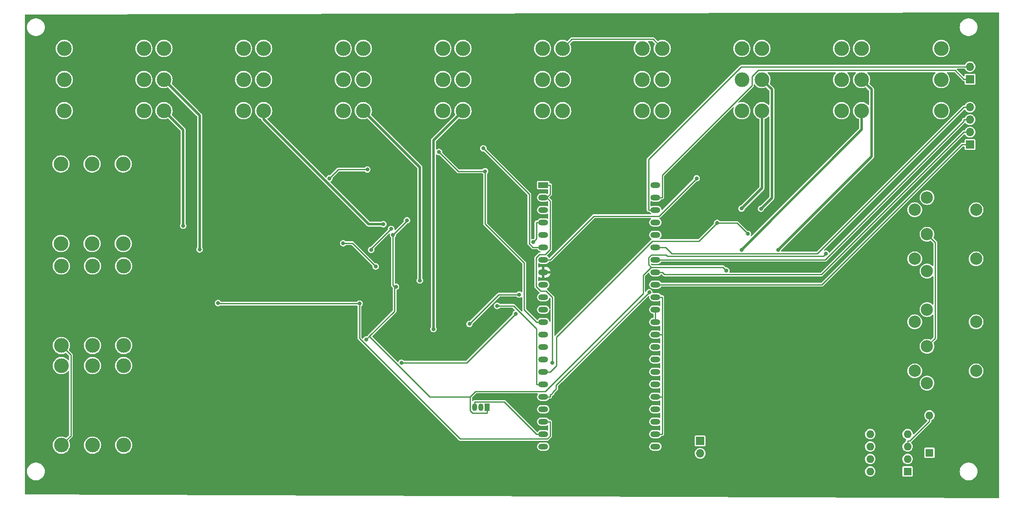
<source format=gbl>
G04 #@! TF.GenerationSoftware,KiCad,Pcbnew,7.0.11+dfsg-1build4*
G04 #@! TF.CreationDate,2024-10-21T23:09:42+01:00*
G04 #@! TF.ProjectId,edrumulus,65647275-6d75-46c7-9573-2e6b69636164,rev?*
G04 #@! TF.SameCoordinates,Original*
G04 #@! TF.FileFunction,Copper,L2,Bot*
G04 #@! TF.FilePolarity,Positive*
%FSLAX46Y46*%
G04 Gerber Fmt 4.6, Leading zero omitted, Abs format (unit mm)*
G04 Created by KiCad (PCBNEW 7.0.11+dfsg-1build4) date 2024-10-21 23:09:42*
%MOMM*%
%LPD*%
G01*
G04 APERTURE LIST*
G04 #@! TA.AperFunction,ComponentPad*
%ADD10C,3.000000*%
G04 #@! TD*
G04 #@! TA.AperFunction,ComponentPad*
%ADD11R,1.050000X1.500000*%
G04 #@! TD*
G04 #@! TA.AperFunction,ComponentPad*
%ADD12O,1.050000X1.500000*%
G04 #@! TD*
G04 #@! TA.AperFunction,ComponentPad*
%ADD13R,1.600000X1.600000*%
G04 #@! TD*
G04 #@! TA.AperFunction,ComponentPad*
%ADD14O,1.600000X1.600000*%
G04 #@! TD*
G04 #@! TA.AperFunction,ComponentPad*
%ADD15R,1.700000X1.700000*%
G04 #@! TD*
G04 #@! TA.AperFunction,ComponentPad*
%ADD16O,1.700000X1.700000*%
G04 #@! TD*
G04 #@! TA.AperFunction,ComponentPad*
%ADD17C,2.500000*%
G04 #@! TD*
G04 #@! TA.AperFunction,ComponentPad*
%ADD18R,2.000000X1.200000*%
G04 #@! TD*
G04 #@! TA.AperFunction,ComponentPad*
%ADD19O,2.000000X1.200000*%
G04 #@! TD*
G04 #@! TA.AperFunction,ViaPad*
%ADD20C,0.800000*%
G04 #@! TD*
G04 #@! TA.AperFunction,Conductor*
%ADD21C,0.254000*%
G04 #@! TD*
G04 #@! TA.AperFunction,Conductor*
%ADD22C,0.508000*%
G04 #@! TD*
G04 APERTURE END LIST*
D10*
X197625000Y-44535000D03*
X213855000Y-44535000D03*
X197625000Y-38185000D03*
X213855000Y-38185000D03*
X197625000Y-50885000D03*
X213855000Y-50885000D03*
D11*
X121285000Y-111400000D03*
D12*
X120015000Y-111400000D03*
X118745000Y-111400000D03*
D13*
X211455000Y-120650000D03*
D14*
X211455000Y-113030000D03*
D10*
X96025000Y-44535000D03*
X112255000Y-44535000D03*
X96025000Y-38185000D03*
X112255000Y-38185000D03*
X96025000Y-50885000D03*
X112255000Y-50885000D03*
X116345000Y-44535000D03*
X132575000Y-44535000D03*
X116345000Y-38185000D03*
X132575000Y-38185000D03*
X116345000Y-50885000D03*
X132575000Y-50885000D03*
D15*
X164719000Y-118232000D03*
D16*
X164719000Y-120772000D03*
D17*
X210964700Y-68588800D03*
X210964700Y-76088800D03*
X210964700Y-83588800D03*
X208464700Y-71088800D03*
X208464700Y-81088800D03*
X220964700Y-81088800D03*
X220964700Y-71088800D03*
D10*
X177305000Y-44535000D03*
X193535000Y-44535000D03*
X177305000Y-38185000D03*
X193535000Y-38185000D03*
X177305000Y-50885000D03*
X193535000Y-50885000D03*
D18*
X132715000Y-66040000D03*
D19*
X132715000Y-68580000D03*
X132715000Y-71120000D03*
X132715000Y-73660000D03*
X132715000Y-76200000D03*
X132715000Y-78740000D03*
X132715000Y-81280000D03*
X132715000Y-83820000D03*
X132715000Y-86360000D03*
X132715000Y-88900000D03*
X132715000Y-91440000D03*
X132715000Y-93980000D03*
X132715000Y-96520000D03*
X132715000Y-99060000D03*
X132715000Y-101600000D03*
X132715000Y-104140000D03*
X132715000Y-106680000D03*
X132715000Y-109220000D03*
X132715000Y-111760000D03*
X132711320Y-114297280D03*
X132711320Y-116837280D03*
X132711320Y-119377280D03*
X155575000Y-119380000D03*
X155575000Y-116840000D03*
X155575000Y-114300000D03*
X155575000Y-111760000D03*
X155575000Y-109220000D03*
X155575000Y-106680000D03*
X155575000Y-104140000D03*
X155575000Y-101600000D03*
X155575000Y-99060000D03*
X155575000Y-96520000D03*
X155575000Y-93980000D03*
X155575000Y-91440000D03*
X155575000Y-88900000D03*
X155575000Y-86360000D03*
X155575000Y-83820000D03*
X155575000Y-81280000D03*
X155575000Y-78740000D03*
X155575000Y-76200000D03*
X155575000Y-73660000D03*
X155575000Y-71120000D03*
X155575000Y-68580000D03*
X155575000Y-66040000D03*
D14*
X199390000Y-124460000D03*
X199390000Y-121920000D03*
X199390000Y-119380000D03*
X199390000Y-116840000D03*
X207010000Y-116840000D03*
X207010000Y-119380000D03*
X207010000Y-121920000D03*
D13*
X207010000Y-124460000D03*
D10*
X40810000Y-98780000D03*
X40810000Y-82550000D03*
X34460000Y-98780000D03*
X34460000Y-82550000D03*
X47160000Y-98780000D03*
X47160000Y-82550000D03*
X136665000Y-44535000D03*
X152895000Y-44535000D03*
X136665000Y-38185000D03*
X152895000Y-38185000D03*
X136665000Y-50885000D03*
X152895000Y-50885000D03*
D15*
X219710000Y-57785000D03*
D16*
X219710000Y-55245000D03*
X219710000Y-52705000D03*
X219710000Y-50165000D03*
D10*
X40725000Y-77965000D03*
X40725000Y-61735000D03*
X34375000Y-77965000D03*
X34375000Y-61735000D03*
X47075000Y-77965000D03*
X47075000Y-61735000D03*
X75705000Y-44535000D03*
X91935000Y-44535000D03*
X75705000Y-38185000D03*
X91935000Y-38185000D03*
X75705000Y-50885000D03*
X91935000Y-50885000D03*
X55385000Y-44535000D03*
X71615000Y-44535000D03*
X55385000Y-38185000D03*
X71615000Y-38185000D03*
X55385000Y-50885000D03*
X71615000Y-50885000D03*
X156985000Y-44535000D03*
X173215000Y-44535000D03*
X156985000Y-38185000D03*
X173215000Y-38185000D03*
X156985000Y-50885000D03*
X173215000Y-50885000D03*
D15*
X219710000Y-44450000D03*
D16*
X219710000Y-41910000D03*
D10*
X40810000Y-119100000D03*
X40810000Y-102870000D03*
X34460000Y-119100000D03*
X34460000Y-102870000D03*
X47160000Y-119100000D03*
X47160000Y-102870000D03*
X35065000Y-44535000D03*
X51295000Y-44535000D03*
X35065000Y-38185000D03*
X51295000Y-38185000D03*
X35065000Y-50885000D03*
X51295000Y-50885000D03*
D17*
X210964700Y-91448800D03*
X210964700Y-98948800D03*
X210964700Y-106448800D03*
X208464700Y-93948800D03*
X208464700Y-103948800D03*
X220964700Y-103948800D03*
X220964700Y-93948800D03*
D20*
X134591700Y-102323600D03*
X170034600Y-83498700D03*
X102085500Y-76200500D03*
X102695200Y-86790000D03*
X104923100Y-73240900D03*
X96616000Y-97557100D03*
X190346600Y-80019900D03*
X101701900Y-74982500D03*
X97630500Y-79261600D03*
X163990500Y-64677800D03*
X127115500Y-92272000D03*
X103800800Y-102287500D03*
X127590300Y-85283100D03*
X102333000Y-100581800D03*
X127816600Y-88390200D03*
X117673800Y-94380700D03*
X95259400Y-90227100D03*
X66411000Y-90114000D03*
X110333300Y-95409900D03*
X107545300Y-85511000D03*
X100120100Y-74023800D03*
X180605400Y-79241800D03*
X173141300Y-79241800D03*
X177106700Y-70881000D03*
X173141300Y-70841000D03*
X62651900Y-79175300D03*
X59301800Y-74331200D03*
X120507200Y-58563100D03*
X123317000Y-90694900D03*
X154329900Y-87911700D03*
X174438900Y-76014800D03*
X168171800Y-73784400D03*
X120849500Y-63242500D03*
X111441700Y-59294100D03*
X130655700Y-77691200D03*
X96846400Y-62870500D03*
X89132300Y-64674400D03*
X98556800Y-82653700D03*
X91919100Y-77917000D03*
D21*
X155575000Y-91440000D02*
X155575000Y-93980000D01*
X132715000Y-68580000D02*
X133406500Y-68580000D01*
X132715000Y-66040000D02*
X134097900Y-66040000D01*
X134097900Y-67888600D02*
X134097900Y-66040000D01*
X133406500Y-68580000D02*
X134097900Y-67888600D01*
X134591700Y-88968900D02*
X134591700Y-102323600D01*
X133252800Y-87630000D02*
X134591700Y-88968900D01*
X132168200Y-87630000D02*
X133252800Y-87630000D01*
X131284400Y-86746200D02*
X132168200Y-87630000D01*
X131284400Y-80879500D02*
X131284400Y-86746200D01*
X131968700Y-80195200D02*
X131284400Y-80879500D01*
X133114000Y-80195200D02*
X131968700Y-80195200D01*
X134097900Y-79211300D02*
X133114000Y-80195200D01*
X134097900Y-69271400D02*
X134097900Y-79211300D01*
X133406500Y-68580000D02*
X134097900Y-69271400D01*
X102390400Y-86790000D02*
X102695200Y-86790000D01*
X102085500Y-86485100D02*
X102390400Y-86790000D01*
X102085500Y-76200500D02*
X102085500Y-86485100D01*
X121285000Y-111400000D02*
X121285000Y-112532900D01*
X102390400Y-91782700D02*
X97258300Y-96914800D01*
X102390400Y-86790000D02*
X102390400Y-91782700D01*
X97258300Y-96914800D02*
X96616000Y-97557100D01*
X109571300Y-109227900D02*
X97258300Y-96914800D01*
X117803100Y-109227900D02*
X109571300Y-109227900D01*
X117803100Y-112016500D02*
X117803100Y-109227900D01*
X118319500Y-112532900D02*
X117803100Y-112016500D01*
X121285000Y-112532900D02*
X118319500Y-112532900D01*
X154192100Y-82264400D02*
X154735300Y-82807600D01*
X154192100Y-80837100D02*
X154192100Y-82264400D01*
X154754100Y-80275100D02*
X154192100Y-80837100D01*
X157774000Y-80275100D02*
X154754100Y-80275100D01*
X158048600Y-80549700D02*
X157774000Y-80275100D01*
X189816800Y-80549700D02*
X158048600Y-80549700D01*
X190346600Y-80019900D02*
X189816800Y-80549700D01*
X153075500Y-84467400D02*
X154735300Y-82807600D01*
X153075500Y-88157700D02*
X153075500Y-84467400D01*
X133089500Y-108143700D02*
X153075500Y-88157700D01*
X118887300Y-108143700D02*
X133089500Y-108143700D01*
X117803100Y-109227900D02*
X118887300Y-108143700D01*
X169343500Y-82807600D02*
X170034600Y-83498700D01*
X154735300Y-82807600D02*
X169343500Y-82807600D01*
X104923100Y-73362900D02*
X104923100Y-73240900D01*
X102085500Y-76200500D02*
X104923100Y-73362900D01*
X124758200Y-110267100D02*
X118745000Y-110267100D01*
X131328400Y-116837300D02*
X124758200Y-110267100D01*
X132711300Y-116837300D02*
X131328400Y-116837300D01*
X118745000Y-111400000D02*
X118745000Y-110267100D01*
X36392500Y-100712500D02*
X34460000Y-98780000D01*
X36392500Y-117167500D02*
X36392500Y-100712500D01*
X34460000Y-119100000D02*
X36392500Y-117167500D01*
X155575000Y-96520000D02*
X156957900Y-96520000D01*
X155575000Y-88900000D02*
X156957900Y-88900000D01*
X212628800Y-97284700D02*
X210964700Y-98948800D01*
X212628800Y-77752900D02*
X212628800Y-97284700D01*
X210964700Y-76088800D02*
X212628800Y-77752900D01*
X97630500Y-79053900D02*
X101701900Y-74982500D01*
X97630500Y-79261600D02*
X97630500Y-79053900D01*
X156957900Y-88900000D02*
X156957900Y-96520000D01*
X156957900Y-96520000D02*
X156957900Y-109220000D01*
X155575000Y-109220000D02*
X156830000Y-109220000D01*
X156956400Y-109220000D02*
X156957900Y-109220000D01*
X156830000Y-109220000D02*
X156956400Y-109220000D01*
X156957900Y-109221500D02*
X156957900Y-116840000D01*
X156956400Y-109220000D02*
X156957900Y-109221500D01*
X155575000Y-116840000D02*
X156957900Y-116840000D01*
X155101600Y-36301600D02*
X156985000Y-38185000D01*
X138548400Y-36301600D02*
X155101600Y-36301600D01*
X136665000Y-38185000D02*
X138548400Y-36301600D01*
X219710000Y-50165000D02*
X218477100Y-50165000D01*
X155575000Y-78740000D02*
X156957900Y-78740000D01*
X157679000Y-78740000D02*
X156957900Y-78740000D01*
X158963800Y-80024800D02*
X157679000Y-78740000D01*
X188617300Y-80024800D02*
X158963800Y-80024800D01*
X218477100Y-50165000D02*
X188617300Y-80024800D01*
X155575000Y-81280000D02*
X156957900Y-81280000D01*
X190210300Y-81280000D02*
X156957900Y-81280000D01*
X218477100Y-53013200D02*
X190210300Y-81280000D01*
X218477100Y-52705000D02*
X218477100Y-53013200D01*
X219710000Y-52705000D02*
X218477100Y-52705000D01*
X157425700Y-84287800D02*
X156957900Y-83820000D01*
X189434300Y-84287800D02*
X157425700Y-84287800D01*
X218477100Y-55245000D02*
X189434300Y-84287800D01*
X155575000Y-83820000D02*
X156957900Y-83820000D01*
X219710000Y-55245000D02*
X218477100Y-55245000D01*
X218116600Y-57785000D02*
X219710000Y-57785000D01*
X189541600Y-86360000D02*
X218116600Y-57785000D01*
X155575000Y-86360000D02*
X189541600Y-86360000D01*
X173108800Y-41910000D02*
X219710000Y-41910000D01*
X154192100Y-60826700D02*
X173108800Y-41910000D01*
X154192100Y-71120000D02*
X154192100Y-60826700D01*
X155575000Y-71120000D02*
X154192100Y-71120000D01*
X155575000Y-68580000D02*
X156957900Y-68580000D01*
X219710000Y-44450000D02*
X218477100Y-44450000D01*
X216670100Y-42643000D02*
X218477100Y-44450000D01*
X176526200Y-42643000D02*
X216670100Y-42643000D01*
X175260100Y-43909100D02*
X176526200Y-42643000D01*
X175260100Y-45746100D02*
X175260100Y-43909100D01*
X156957900Y-64048300D02*
X175260100Y-45746100D01*
X156957900Y-68580000D02*
X156957900Y-64048300D01*
X156278300Y-72390000D02*
X163990500Y-64677800D01*
X142987900Y-72390000D02*
X156278300Y-72390000D01*
X134097900Y-81280000D02*
X142987900Y-72390000D01*
X132715000Y-81280000D02*
X134097900Y-81280000D01*
X207470800Y-118197100D02*
X211455000Y-114212900D01*
X207010000Y-118197100D02*
X207470800Y-118197100D01*
X207010000Y-119380000D02*
X207010000Y-118197100D01*
X211455000Y-113030000D02*
X211455000Y-114212900D01*
X117100000Y-102287500D02*
X127115500Y-92272000D01*
X103800800Y-102287500D02*
X117100000Y-102287500D01*
X106573800Y-100581800D02*
X102333000Y-100581800D01*
X121872500Y-85283100D02*
X106573800Y-100581800D01*
X127590300Y-85283100D02*
X121872500Y-85283100D01*
X123664300Y-88390200D02*
X117673800Y-94380700D01*
X127816600Y-88390200D02*
X123664300Y-88390200D01*
X132711300Y-114297300D02*
X134094200Y-114297300D01*
X66524100Y-90227100D02*
X66411000Y-90114000D01*
X95259400Y-90227100D02*
X66524100Y-90227100D01*
X134094200Y-117263100D02*
X134094200Y-114297300D01*
X133534300Y-117823000D02*
X134094200Y-117263100D01*
X115763100Y-117823000D02*
X133534300Y-117823000D01*
X95259400Y-97319300D02*
X115763100Y-117823000D01*
X95259400Y-90227100D02*
X95259400Y-97319300D01*
D22*
X110333300Y-56896700D02*
X110333300Y-95409900D01*
X116345000Y-50885000D02*
X110333300Y-56896700D01*
X107545200Y-85511000D02*
X107545300Y-85511000D01*
X107545200Y-62405200D02*
X107545200Y-85511000D01*
X96025000Y-50885000D02*
X107545200Y-62405200D01*
X97159300Y-74023800D02*
X100120100Y-74023800D01*
X75705000Y-52569500D02*
X97159300Y-74023800D01*
X75705000Y-50885000D02*
X75705000Y-52569500D01*
X199640000Y-60207200D02*
X180605400Y-79241800D01*
X199640000Y-46550000D02*
X199640000Y-60207200D01*
X197625000Y-44535000D02*
X199640000Y-46550000D01*
X197625000Y-54758100D02*
X173141300Y-79241800D01*
X197625000Y-50885000D02*
X197625000Y-54758100D01*
X179317200Y-68670500D02*
X177106700Y-70881000D01*
X179317200Y-46547200D02*
X179317200Y-68670500D01*
X177305000Y-44535000D02*
X179317200Y-46547200D01*
X177305000Y-66677300D02*
X173141300Y-70841000D01*
X177305000Y-50885000D02*
X177305000Y-66677300D01*
X62651900Y-51801900D02*
X62651900Y-79175300D01*
X55385000Y-44535000D02*
X62651900Y-51801900D01*
X59301800Y-54801800D02*
X59301800Y-74331200D01*
X55385000Y-50885000D02*
X59301800Y-54801800D01*
D21*
X132715000Y-78740000D02*
X131332100Y-78740000D01*
X130597400Y-78740000D02*
X131332100Y-78740000D01*
X129872800Y-78015400D02*
X130597400Y-78740000D01*
X129872800Y-67928700D02*
X129872800Y-78015400D01*
X120507200Y-58563100D02*
X129872800Y-67928700D01*
X132715000Y-106680000D02*
X131332100Y-106680000D01*
X123317000Y-90695000D02*
X123317000Y-90694900D01*
X126651500Y-90695000D02*
X123317000Y-90695000D01*
X131332100Y-95375600D02*
X126651500Y-90695000D01*
X131332100Y-106680000D02*
X131332100Y-95375600D01*
X132715000Y-109220000D02*
X134097900Y-109220000D01*
X136283400Y-105958200D02*
X154329900Y-87911700D01*
X136283400Y-105960300D02*
X136283400Y-105958200D01*
X135350200Y-106893500D02*
X136283400Y-105960300D01*
X135350200Y-107612500D02*
X135350200Y-106893500D01*
X134607800Y-108354900D02*
X135350200Y-107612500D01*
X134607800Y-108476800D02*
X134607800Y-108354900D01*
X134309100Y-108775500D02*
X134607800Y-108476800D01*
X134097900Y-108775500D02*
X134309100Y-108775500D01*
X134097900Y-109220000D02*
X134097900Y-108775500D01*
X132715000Y-104140000D02*
X134097900Y-104140000D01*
X172208500Y-73784400D02*
X168171800Y-73784400D01*
X174438900Y-76014800D02*
X172208500Y-73784400D01*
X164462700Y-77493500D02*
X168171800Y-73784400D01*
X154972900Y-77493500D02*
X164462700Y-77493500D01*
X135374600Y-97091800D02*
X154972900Y-77493500D01*
X135374600Y-102863300D02*
X135374600Y-97091800D01*
X134097900Y-104140000D02*
X135374600Y-102863300D01*
X120849500Y-73937400D02*
X120849500Y-63242500D01*
X128807700Y-81895600D02*
X120849500Y-73937400D01*
X128807700Y-91455600D02*
X128807700Y-81895600D01*
X131332100Y-93980000D02*
X128807700Y-91455600D01*
X132715000Y-93980000D02*
X131332100Y-93980000D01*
X115390100Y-63242500D02*
X111441700Y-59294100D01*
X120849500Y-63242500D02*
X115390100Y-63242500D01*
X131332100Y-77014800D02*
X130655700Y-77691200D01*
X131332100Y-73660000D02*
X131332100Y-77014800D01*
X132715000Y-73660000D02*
X131332100Y-73660000D01*
X90936200Y-62870500D02*
X96846400Y-62870500D01*
X89132300Y-64674400D02*
X90936200Y-62870500D01*
X93820100Y-77917000D02*
X91919100Y-77917000D01*
X98556800Y-82653700D02*
X93820100Y-77917000D01*
G04 #@! TA.AperFunction,Conductor*
G36*
X192334532Y-43044185D02*
G01*
X192380287Y-43096989D01*
X192390231Y-43166147D01*
X192361206Y-43229703D01*
X192351834Y-43239399D01*
X192245256Y-43338288D01*
X192245254Y-43338290D01*
X192081299Y-43543883D01*
X191949817Y-43771615D01*
X191853748Y-44016396D01*
X191853742Y-44016415D01*
X191795230Y-44272776D01*
X191795229Y-44272781D01*
X191775580Y-44534995D01*
X191775580Y-44535004D01*
X191795229Y-44797218D01*
X191795230Y-44797223D01*
X191795230Y-44797227D01*
X191795231Y-44797228D01*
X191798752Y-44812654D01*
X191853742Y-45053584D01*
X191853744Y-45053593D01*
X191853746Y-45053598D01*
X191949817Y-45298384D01*
X192081299Y-45526117D01*
X192245254Y-45731710D01*
X192438020Y-45910570D01*
X192655290Y-46058702D01*
X192892212Y-46172798D01*
X193143492Y-46250308D01*
X193143493Y-46250308D01*
X193143496Y-46250309D01*
X193403510Y-46289499D01*
X193403515Y-46289499D01*
X193403518Y-46289500D01*
X193403519Y-46289500D01*
X193666481Y-46289500D01*
X193666482Y-46289500D01*
X193669594Y-46289031D01*
X193926503Y-46250309D01*
X193926504Y-46250308D01*
X193926508Y-46250308D01*
X194177788Y-46172798D01*
X194414710Y-46058702D01*
X194631980Y-45910570D01*
X194824746Y-45731710D01*
X194988701Y-45526117D01*
X195120183Y-45298384D01*
X195216254Y-45053598D01*
X195274769Y-44797228D01*
X195275014Y-44793965D01*
X195294420Y-44535004D01*
X195294420Y-44534995D01*
X195274770Y-44272781D01*
X195274769Y-44272776D01*
X195274769Y-44272772D01*
X195216254Y-44016402D01*
X195120183Y-43771616D01*
X194988701Y-43543883D01*
X194824746Y-43338290D01*
X194718165Y-43239398D01*
X194682411Y-43179370D01*
X194684786Y-43109541D01*
X194724537Y-43052081D01*
X194789042Y-43025233D01*
X194802507Y-43024500D01*
X196357493Y-43024500D01*
X196424532Y-43044185D01*
X196470287Y-43096989D01*
X196480231Y-43166147D01*
X196451206Y-43229703D01*
X196441834Y-43239399D01*
X196335256Y-43338288D01*
X196335254Y-43338290D01*
X196171299Y-43543883D01*
X196039817Y-43771615D01*
X195943748Y-44016396D01*
X195943742Y-44016415D01*
X195885230Y-44272776D01*
X195885229Y-44272781D01*
X195865580Y-44534995D01*
X195865580Y-44535004D01*
X195885229Y-44797218D01*
X195885230Y-44797223D01*
X195885230Y-44797227D01*
X195885231Y-44797228D01*
X195888752Y-44812654D01*
X195943742Y-45053584D01*
X195943744Y-45053593D01*
X195943746Y-45053598D01*
X196039817Y-45298384D01*
X196171299Y-45526117D01*
X196335254Y-45731710D01*
X196528020Y-45910570D01*
X196745290Y-46058702D01*
X196982212Y-46172798D01*
X197233492Y-46250308D01*
X197233493Y-46250308D01*
X197233496Y-46250309D01*
X197493510Y-46289499D01*
X197493515Y-46289499D01*
X197493518Y-46289500D01*
X197493519Y-46289500D01*
X197756481Y-46289500D01*
X197756482Y-46289500D01*
X197759594Y-46289031D01*
X198016503Y-46250309D01*
X198016504Y-46250308D01*
X198016508Y-46250308D01*
X198267788Y-46172798D01*
X198374729Y-46121297D01*
X198443666Y-46109946D01*
X198507801Y-46137667D01*
X198516209Y-46145337D01*
X199095181Y-46724309D01*
X199128666Y-46785632D01*
X199131500Y-46811990D01*
X199131500Y-49605948D01*
X199111815Y-49672987D01*
X199059011Y-49718742D01*
X198989853Y-49728686D01*
X198926297Y-49699661D01*
X198916607Y-49690295D01*
X198914751Y-49688295D01*
X198914743Y-49688288D01*
X198721980Y-49509430D01*
X198504710Y-49361298D01*
X198504707Y-49361297D01*
X198504705Y-49361295D01*
X198267788Y-49247202D01*
X198016509Y-49169692D01*
X198016503Y-49169690D01*
X197756489Y-49130500D01*
X197756482Y-49130500D01*
X197493518Y-49130500D01*
X197493510Y-49130500D01*
X197233496Y-49169690D01*
X197233490Y-49169692D01*
X196982211Y-49247202D01*
X196745294Y-49361295D01*
X196528019Y-49509430D01*
X196335256Y-49688288D01*
X196335254Y-49688290D01*
X196171299Y-49893883D01*
X196039817Y-50121615D01*
X195943748Y-50366396D01*
X195943742Y-50366415D01*
X195885230Y-50622776D01*
X195885229Y-50622781D01*
X195865580Y-50884995D01*
X195865580Y-50885004D01*
X195885229Y-51147218D01*
X195885230Y-51147223D01*
X195885230Y-51147227D01*
X195885231Y-51147228D01*
X195887677Y-51157944D01*
X195943742Y-51403584D01*
X195943744Y-51403591D01*
X195943746Y-51403598D01*
X196039817Y-51648384D01*
X196171299Y-51876117D01*
X196335254Y-52081710D01*
X196528020Y-52260570D01*
X196745290Y-52408702D01*
X196982212Y-52522798D01*
X197029050Y-52537245D01*
X197087307Y-52575814D01*
X197115466Y-52639758D01*
X197116500Y-52655736D01*
X197116500Y-54496110D01*
X197096815Y-54563149D01*
X197080181Y-54583791D01*
X175235587Y-76428384D01*
X175174264Y-76461869D01*
X175104572Y-76456885D01*
X175048639Y-76415013D01*
X175024222Y-76349549D01*
X175031963Y-76296735D01*
X175079049Y-76172582D01*
X175098207Y-76014800D01*
X175092482Y-75967654D01*
X175079049Y-75857018D01*
X175056434Y-75797389D01*
X175022687Y-75708405D01*
X174932398Y-75577599D01*
X174932395Y-75577596D01*
X174932393Y-75577594D01*
X174813430Y-75472201D01*
X174672691Y-75398336D01*
X174518372Y-75360300D01*
X174518371Y-75360300D01*
X174375284Y-75360300D01*
X174308245Y-75340615D01*
X174287603Y-75323981D01*
X173413861Y-74450239D01*
X172515333Y-73551710D01*
X172499205Y-73531850D01*
X172495312Y-73525891D01*
X172493060Y-73522444D01*
X172467583Y-73502615D01*
X172456065Y-73492442D01*
X172455909Y-73492286D01*
X172438647Y-73479961D01*
X172434602Y-73476944D01*
X172392585Y-73444242D01*
X172392584Y-73444241D01*
X172392582Y-73444240D01*
X172385570Y-73440445D01*
X172378368Y-73436924D01*
X172327362Y-73421739D01*
X172322481Y-73420175D01*
X172272160Y-73402899D01*
X172264279Y-73401584D01*
X172256339Y-73400594D01*
X172203178Y-73402794D01*
X172198053Y-73402900D01*
X168768826Y-73402900D01*
X168701787Y-73383215D01*
X168670319Y-73352769D01*
X168670271Y-73352813D01*
X168669709Y-73352179D01*
X168666777Y-73349342D01*
X168665299Y-73347201D01*
X168665298Y-73347199D01*
X168665294Y-73347196D01*
X168665293Y-73347194D01*
X168546330Y-73241801D01*
X168405591Y-73167936D01*
X168251272Y-73129900D01*
X168251271Y-73129900D01*
X168092329Y-73129900D01*
X168092328Y-73129900D01*
X167938008Y-73167936D01*
X167797269Y-73241801D01*
X167678306Y-73347194D01*
X167678300Y-73347201D01*
X167588014Y-73478002D01*
X167531650Y-73626618D01*
X167512493Y-73784399D01*
X167512493Y-73784402D01*
X167518184Y-73831281D01*
X167506722Y-73900204D01*
X167482769Y-73933906D01*
X164340996Y-77075681D01*
X164279673Y-77109166D01*
X164253315Y-77112000D01*
X156563293Y-77112000D01*
X156496254Y-77092315D01*
X156450499Y-77039511D01*
X156440555Y-76970353D01*
X156469580Y-76906797D01*
X156490488Y-76889213D01*
X156489823Y-76888338D01*
X156495161Y-76884278D01*
X156495171Y-76884273D01*
X156630108Y-76756454D01*
X156634231Y-76750374D01*
X156668443Y-76699914D01*
X156734413Y-76602615D01*
X156790492Y-76461869D01*
X156803208Y-76429955D01*
X156803466Y-76428384D01*
X156833278Y-76246535D01*
X156823216Y-76060942D01*
X156823215Y-76060937D01*
X156773494Y-75881856D01*
X156773490Y-75881848D01*
X156686430Y-75717636D01*
X156566105Y-75575979D01*
X156526668Y-75546000D01*
X156418139Y-75463498D01*
X156418137Y-75463497D01*
X156418136Y-75463496D01*
X156249456Y-75385456D01*
X156249448Y-75385453D01*
X156067933Y-75345500D01*
X155128668Y-75345500D01*
X155128666Y-75345500D01*
X154990226Y-75360556D01*
X154990223Y-75360557D01*
X154814083Y-75419906D01*
X154654827Y-75515728D01*
X154654826Y-75515729D01*
X154519890Y-75643546D01*
X154415585Y-75797387D01*
X154415584Y-75797389D01*
X154346791Y-75970044D01*
X154333521Y-76050991D01*
X154316722Y-76153465D01*
X154326015Y-76324883D01*
X154326784Y-76339057D01*
X154326784Y-76339062D01*
X154376505Y-76518143D01*
X154376509Y-76518151D01*
X154463569Y-76682363D01*
X154551706Y-76786125D01*
X154583895Y-76824021D01*
X154731861Y-76936502D01*
X154758214Y-76948694D01*
X154810792Y-76994707D01*
X154830147Y-77061843D01*
X154810133Y-77128785D01*
X154760614Y-77172631D01*
X154748154Y-77178722D01*
X154741653Y-77183363D01*
X154735339Y-77188278D01*
X154699295Y-77227431D01*
X154695748Y-77231127D01*
X135184881Y-96741995D01*
X135123558Y-96775480D01*
X135053866Y-96770496D01*
X134997933Y-96728624D01*
X134973516Y-96663160D01*
X134973200Y-96654314D01*
X134973200Y-89021328D01*
X134975839Y-88995883D01*
X134976510Y-88992680D01*
X134978145Y-88984884D01*
X134974152Y-88952850D01*
X134973200Y-88937512D01*
X134973200Y-88937291D01*
X134973199Y-88937282D01*
X134972247Y-88931584D01*
X134969714Y-88916408D01*
X134968980Y-88911372D01*
X134962396Y-88858540D01*
X134960118Y-88850892D01*
X134957518Y-88843319D01*
X134957518Y-88843314D01*
X134932198Y-88796526D01*
X134929853Y-88791971D01*
X134929567Y-88791385D01*
X134906477Y-88744154D01*
X134906474Y-88744151D01*
X134906474Y-88744150D01*
X134901851Y-88737674D01*
X134896918Y-88731336D01*
X134857767Y-88695295D01*
X134854069Y-88691746D01*
X133559633Y-87397310D01*
X133543505Y-87377450D01*
X133537360Y-87368044D01*
X133511883Y-87348215D01*
X133500365Y-87338042D01*
X133500209Y-87337886D01*
X133492507Y-87332387D01*
X133449386Y-87277412D01*
X133442832Y-87207850D01*
X133474927Y-87145788D01*
X133500634Y-87125221D01*
X133532338Y-87106145D01*
X133635171Y-87044273D01*
X133770108Y-86916454D01*
X133773330Y-86911703D01*
X133800391Y-86871790D01*
X133874413Y-86762615D01*
X133882826Y-86741500D01*
X133943208Y-86589955D01*
X133943209Y-86589951D01*
X133973278Y-86406535D01*
X133963216Y-86220942D01*
X133963215Y-86220937D01*
X133913494Y-86041856D01*
X133913490Y-86041848D01*
X133826430Y-85877636D01*
X133706105Y-85735979D01*
X133558139Y-85623498D01*
X133558137Y-85623497D01*
X133558136Y-85623496D01*
X133389456Y-85545456D01*
X133389448Y-85545453D01*
X133207933Y-85505500D01*
X132268668Y-85505500D01*
X132268666Y-85505500D01*
X132130226Y-85520556D01*
X132130223Y-85520557D01*
X131954083Y-85579906D01*
X131853829Y-85640228D01*
X131786237Y-85657924D01*
X131719808Y-85636268D01*
X131675633Y-85582135D01*
X131665900Y-85533978D01*
X131665900Y-84928225D01*
X131685585Y-84861186D01*
X131738389Y-84815431D01*
X131807547Y-84805487D01*
X131835986Y-84813107D01*
X132003685Y-84880244D01*
X132209962Y-84920000D01*
X132465000Y-84920000D01*
X132465000Y-84135686D01*
X132476955Y-84147641D01*
X132589852Y-84205165D01*
X132683519Y-84220000D01*
X132746481Y-84220000D01*
X132840148Y-84205165D01*
X132953045Y-84147641D01*
X132965000Y-84135686D01*
X132965000Y-84920000D01*
X133167398Y-84920000D01*
X133324122Y-84905034D01*
X133324126Y-84905033D01*
X133525686Y-84845850D01*
X133712414Y-84749586D01*
X133877537Y-84619731D01*
X133877540Y-84619728D01*
X134015105Y-84460969D01*
X134015114Y-84460958D01*
X134120144Y-84279039D01*
X134120147Y-84279032D01*
X134188855Y-84080517D01*
X134188855Y-84080515D01*
X134190368Y-84070000D01*
X133030686Y-84070000D01*
X133042641Y-84058045D01*
X133100165Y-83945148D01*
X133119986Y-83820000D01*
X133100165Y-83694852D01*
X133042641Y-83581955D01*
X133030686Y-83570000D01*
X134186257Y-83570000D01*
X134159229Y-83458590D01*
X134071959Y-83267492D01*
X133950110Y-83096380D01*
X133950104Y-83096374D01*
X133798067Y-82951407D01*
X133621342Y-82837833D01*
X133426314Y-82759755D01*
X133220038Y-82720000D01*
X132965000Y-82720000D01*
X132965000Y-83504314D01*
X132953045Y-83492359D01*
X132840148Y-83434835D01*
X132746481Y-83420000D01*
X132683519Y-83420000D01*
X132589852Y-83434835D01*
X132476955Y-83492359D01*
X132465000Y-83504314D01*
X132465000Y-82720000D01*
X132262602Y-82720000D01*
X132105877Y-82734965D01*
X132105873Y-82734966D01*
X131904310Y-82794150D01*
X131846719Y-82823840D01*
X131778112Y-82837062D01*
X131713247Y-82811094D01*
X131672719Y-82754179D01*
X131665900Y-82713624D01*
X131665900Y-82109957D01*
X131685585Y-82042918D01*
X131738389Y-81997163D01*
X131807547Y-81987219D01*
X131864942Y-82011242D01*
X131871860Y-82016501D01*
X131871863Y-82016503D01*
X132040543Y-82094543D01*
X132040551Y-82094546D01*
X132087973Y-82104984D01*
X132222067Y-82134500D01*
X132222070Y-82134500D01*
X133161327Y-82134500D01*
X133161332Y-82134500D01*
X133299775Y-82119443D01*
X133475911Y-82060096D01*
X133635171Y-81964273D01*
X133770108Y-81836454D01*
X133851837Y-81715912D01*
X133905750Y-81671472D01*
X133954470Y-81661500D01*
X134045473Y-81661500D01*
X134070918Y-81664139D01*
X134074861Y-81664965D01*
X134081917Y-81666445D01*
X134113950Y-81662452D01*
X134129288Y-81661500D01*
X134129508Y-81661500D01*
X134129511Y-81661500D01*
X134129514Y-81661499D01*
X134129519Y-81661499D01*
X134136073Y-81660404D01*
X134150387Y-81658015D01*
X134155410Y-81657283D01*
X134208260Y-81650696D01*
X134208261Y-81650695D01*
X134215913Y-81648416D01*
X134223480Y-81645818D01*
X134223486Y-81645818D01*
X134270299Y-81620483D01*
X134274802Y-81618164D01*
X134322646Y-81594776D01*
X134322649Y-81594772D01*
X134322651Y-81594772D01*
X134329163Y-81590122D01*
X134335457Y-81585223D01*
X134335457Y-81585222D01*
X134335462Y-81585220D01*
X134371538Y-81546029D01*
X134375040Y-81542380D01*
X143109604Y-72807819D01*
X143170927Y-72774334D01*
X143197285Y-72771500D01*
X154559212Y-72771500D01*
X154626251Y-72791185D01*
X154672006Y-72843989D01*
X154681950Y-72913147D01*
X154652925Y-72976703D01*
X154644492Y-72985518D01*
X154593521Y-73033800D01*
X154519888Y-73103549D01*
X154415585Y-73257387D01*
X154415584Y-73257389D01*
X154346791Y-73430044D01*
X154326846Y-73551710D01*
X154316722Y-73613465D01*
X154325940Y-73783499D01*
X154326784Y-73799057D01*
X154326784Y-73799062D01*
X154376505Y-73978143D01*
X154376509Y-73978151D01*
X154463569Y-74142363D01*
X154530873Y-74221599D01*
X154583895Y-74284021D01*
X154731861Y-74396502D01*
X154731862Y-74396502D01*
X154731863Y-74396503D01*
X154900543Y-74474543D01*
X154900551Y-74474546D01*
X154955620Y-74486667D01*
X155082067Y-74514500D01*
X155082070Y-74514500D01*
X156021327Y-74514500D01*
X156021332Y-74514500D01*
X156159775Y-74499443D01*
X156335911Y-74440096D01*
X156495171Y-74344273D01*
X156630108Y-74216454D01*
X156632626Y-74212741D01*
X156664384Y-74165900D01*
X156734413Y-74062615D01*
X156749479Y-74024802D01*
X156803208Y-73889955D01*
X156805317Y-73877093D01*
X156833278Y-73706535D01*
X156823216Y-73520942D01*
X156821650Y-73515300D01*
X156773494Y-73341856D01*
X156773490Y-73341848D01*
X156686430Y-73177636D01*
X156566105Y-73035979D01*
X156436424Y-72937398D01*
X156394967Y-72881157D01*
X156390498Y-72811431D01*
X156424435Y-72750357D01*
X156457004Y-72727283D01*
X156503046Y-72704776D01*
X156503048Y-72704773D01*
X156503050Y-72704773D01*
X156509563Y-72700122D01*
X156515857Y-72695223D01*
X156515857Y-72695222D01*
X156515862Y-72695220D01*
X156551938Y-72656029D01*
X156555440Y-72652380D01*
X163839203Y-65368619D01*
X163900526Y-65335134D01*
X163926884Y-65332300D01*
X164069972Y-65332300D01*
X164121411Y-65319621D01*
X164224293Y-65294263D01*
X164365029Y-65220399D01*
X164483998Y-65115001D01*
X164574287Y-64984195D01*
X164630649Y-64835582D01*
X164649807Y-64677800D01*
X164636424Y-64567584D01*
X164630649Y-64520018D01*
X164629360Y-64516618D01*
X164574287Y-64371405D01*
X164571939Y-64368004D01*
X164483999Y-64240601D01*
X164483998Y-64240599D01*
X164483995Y-64240596D01*
X164483993Y-64240594D01*
X164365030Y-64135201D01*
X164224291Y-64061336D01*
X164069972Y-64023300D01*
X164069971Y-64023300D01*
X163911029Y-64023300D01*
X163911028Y-64023300D01*
X163756708Y-64061336D01*
X163615969Y-64135201D01*
X163497006Y-64240594D01*
X163497000Y-64240601D01*
X163406714Y-64371402D01*
X163350350Y-64520018D01*
X163331193Y-64677799D01*
X163331193Y-64677803D01*
X163336884Y-64724683D01*
X163325422Y-64793606D01*
X163301469Y-64827307D01*
X157036368Y-71092407D01*
X156975045Y-71125892D01*
X156905353Y-71120908D01*
X156849420Y-71079036D01*
X156825003Y-71013572D01*
X156824869Y-71011438D01*
X156824183Y-70998781D01*
X156823216Y-70980942D01*
X156823215Y-70980937D01*
X156773494Y-70801856D01*
X156773490Y-70801848D01*
X156686430Y-70637636D01*
X156566105Y-70495979D01*
X156497457Y-70443794D01*
X156418139Y-70383498D01*
X156418137Y-70383497D01*
X156418136Y-70383496D01*
X156249456Y-70305456D01*
X156249448Y-70305453D01*
X156067933Y-70265500D01*
X155128668Y-70265500D01*
X155128666Y-70265500D01*
X154990226Y-70280556D01*
X154990223Y-70280557D01*
X154916336Y-70305453D01*
X154814089Y-70339904D01*
X154814086Y-70339905D01*
X154814085Y-70339906D01*
X154761528Y-70371528D01*
X154693936Y-70389223D01*
X154627508Y-70367566D01*
X154583333Y-70313433D01*
X154573600Y-70265277D01*
X154573600Y-69437278D01*
X154593285Y-69370239D01*
X154646089Y-69324484D01*
X154715247Y-69314540D01*
X154749661Y-69324737D01*
X154900548Y-69394545D01*
X154900549Y-69394545D01*
X154900551Y-69394546D01*
X154955620Y-69406667D01*
X155082067Y-69434500D01*
X155082070Y-69434500D01*
X156021327Y-69434500D01*
X156021332Y-69434500D01*
X156159775Y-69419443D01*
X156335911Y-69360096D01*
X156495171Y-69264273D01*
X156630108Y-69136454D01*
X156711837Y-69015912D01*
X156765750Y-68971472D01*
X156814470Y-68961500D01*
X156936987Y-68961500D01*
X156947225Y-68961923D01*
X156948976Y-68962068D01*
X156989840Y-68965454D01*
X157031305Y-68954952D01*
X157041323Y-68952853D01*
X157083486Y-68945818D01*
X157084051Y-68945512D01*
X157112637Y-68934357D01*
X157113266Y-68934198D01*
X157149058Y-68910813D01*
X157157864Y-68905567D01*
X157195456Y-68885223D01*
X157195455Y-68885223D01*
X157195462Y-68885220D01*
X157195895Y-68884749D01*
X157219320Y-68864909D01*
X157219856Y-68864560D01*
X157246131Y-68830799D01*
X157252723Y-68823016D01*
X157281695Y-68791546D01*
X157281956Y-68790950D01*
X157297661Y-68764594D01*
X157298058Y-68764085D01*
X157311943Y-68723637D01*
X157315667Y-68714096D01*
X157332840Y-68674948D01*
X157332893Y-68674296D01*
X157339190Y-68644271D01*
X157339400Y-68643661D01*
X157339400Y-68600901D01*
X157339824Y-68590660D01*
X157343354Y-68548058D01*
X157343194Y-68547425D01*
X157339400Y-68516988D01*
X157339400Y-64257683D01*
X157359085Y-64190644D01*
X157375714Y-64170007D01*
X171342483Y-50203237D01*
X171403804Y-50169754D01*
X171473496Y-50174738D01*
X171529429Y-50216610D01*
X171553846Y-50282074D01*
X171545591Y-50336220D01*
X171533747Y-50366397D01*
X171533742Y-50366415D01*
X171475230Y-50622776D01*
X171475229Y-50622781D01*
X171455580Y-50884995D01*
X171455580Y-50885004D01*
X171475229Y-51147218D01*
X171475230Y-51147223D01*
X171475230Y-51147227D01*
X171475231Y-51147228D01*
X171477677Y-51157944D01*
X171533742Y-51403584D01*
X171533744Y-51403591D01*
X171533746Y-51403598D01*
X171629817Y-51648384D01*
X171761299Y-51876117D01*
X171925254Y-52081710D01*
X172118020Y-52260570D01*
X172335290Y-52408702D01*
X172572212Y-52522798D01*
X172823492Y-52600308D01*
X172823493Y-52600308D01*
X172823496Y-52600309D01*
X173083510Y-52639499D01*
X173083515Y-52639499D01*
X173083518Y-52639500D01*
X173083519Y-52639500D01*
X173346481Y-52639500D01*
X173346482Y-52639500D01*
X173346489Y-52639499D01*
X173606503Y-52600309D01*
X173606504Y-52600308D01*
X173606508Y-52600308D01*
X173857788Y-52522798D01*
X174094710Y-52408702D01*
X174311980Y-52260570D01*
X174504746Y-52081710D01*
X174668701Y-51876117D01*
X174800183Y-51648384D01*
X174896254Y-51403598D01*
X174954769Y-51147228D01*
X174962041Y-51050186D01*
X174974420Y-50885004D01*
X174974420Y-50884995D01*
X174954770Y-50622781D01*
X174954769Y-50622776D01*
X174954769Y-50622772D01*
X174896254Y-50366402D01*
X174800183Y-50121616D01*
X174668701Y-49893883D01*
X174504746Y-49688290D01*
X174311980Y-49509430D01*
X174094710Y-49361298D01*
X174094707Y-49361297D01*
X174094705Y-49361295D01*
X173857788Y-49247202D01*
X173606509Y-49169692D01*
X173606503Y-49169690D01*
X173346489Y-49130500D01*
X173346482Y-49130500D01*
X173083518Y-49130500D01*
X173083510Y-49130500D01*
X172823496Y-49169690D01*
X172823490Y-49169692D01*
X172654217Y-49221906D01*
X172584353Y-49222856D01*
X172525067Y-49185885D01*
X172495180Y-49122730D01*
X172504183Y-49053442D01*
X172529983Y-49015737D01*
X175492789Y-46052931D01*
X175512639Y-46036811D01*
X175522056Y-46030660D01*
X175541881Y-46005187D01*
X175552068Y-45993653D01*
X175552213Y-45993509D01*
X175564536Y-45976247D01*
X175567551Y-45972205D01*
X175600258Y-45930185D01*
X175600259Y-45930179D01*
X175604056Y-45923166D01*
X175607570Y-45915976D01*
X175607575Y-45915970D01*
X175622774Y-45864912D01*
X175624305Y-45860135D01*
X175641600Y-45809761D01*
X175641600Y-45809756D01*
X175642915Y-45801877D01*
X175643905Y-45793940D01*
X175641706Y-45740778D01*
X175641600Y-45735653D01*
X175641600Y-45617534D01*
X175661285Y-45550495D01*
X175714089Y-45504740D01*
X175783247Y-45494796D01*
X175846803Y-45523821D01*
X175862544Y-45540218D01*
X176015254Y-45731710D01*
X176208020Y-45910570D01*
X176425290Y-46058702D01*
X176662212Y-46172798D01*
X176913492Y-46250308D01*
X176913493Y-46250308D01*
X176913496Y-46250309D01*
X177173510Y-46289499D01*
X177173515Y-46289499D01*
X177173518Y-46289500D01*
X177173519Y-46289500D01*
X177436481Y-46289500D01*
X177436482Y-46289500D01*
X177439594Y-46289031D01*
X177696503Y-46250309D01*
X177696504Y-46250308D01*
X177696508Y-46250308D01*
X177947788Y-46172798D01*
X178054729Y-46121297D01*
X178123666Y-46109946D01*
X178187801Y-46137667D01*
X178196209Y-46145337D01*
X178772381Y-46721508D01*
X178805866Y-46782831D01*
X178808700Y-46809189D01*
X178808700Y-49602931D01*
X178789015Y-49669970D01*
X178736211Y-49715725D01*
X178667053Y-49725669D01*
X178603497Y-49696644D01*
X178597455Y-49690804D01*
X178594743Y-49688288D01*
X178401980Y-49509430D01*
X178184710Y-49361298D01*
X178184707Y-49361297D01*
X178184705Y-49361295D01*
X177947788Y-49247202D01*
X177696509Y-49169692D01*
X177696503Y-49169690D01*
X177436489Y-49130500D01*
X177436482Y-49130500D01*
X177173518Y-49130500D01*
X177173510Y-49130500D01*
X176913496Y-49169690D01*
X176913490Y-49169692D01*
X176662211Y-49247202D01*
X176425294Y-49361295D01*
X176208019Y-49509430D01*
X176015256Y-49688288D01*
X176015254Y-49688290D01*
X175851299Y-49893883D01*
X175719817Y-50121615D01*
X175623748Y-50366396D01*
X175623742Y-50366415D01*
X175565230Y-50622776D01*
X175565229Y-50622781D01*
X175545580Y-50884995D01*
X175545580Y-50885004D01*
X175565229Y-51147218D01*
X175565230Y-51147223D01*
X175565230Y-51147227D01*
X175565231Y-51147228D01*
X175567677Y-51157944D01*
X175623742Y-51403584D01*
X175623744Y-51403591D01*
X175623746Y-51403598D01*
X175719817Y-51648384D01*
X175851299Y-51876117D01*
X176015254Y-52081710D01*
X176208020Y-52260570D01*
X176425290Y-52408702D01*
X176662212Y-52522798D01*
X176709050Y-52537245D01*
X176767307Y-52575814D01*
X176795466Y-52639758D01*
X176796500Y-52655736D01*
X176796500Y-66415310D01*
X176776815Y-66482349D01*
X176760181Y-66502991D01*
X173105970Y-70157201D01*
X173047964Y-70189917D01*
X172907509Y-70224536D01*
X172766769Y-70298401D01*
X172647806Y-70403794D01*
X172647800Y-70403801D01*
X172557514Y-70534602D01*
X172501150Y-70683218D01*
X172481993Y-70840999D01*
X172481993Y-70841000D01*
X172501150Y-70998781D01*
X172535291Y-71088800D01*
X172557513Y-71147395D01*
X172647802Y-71278201D01*
X172647804Y-71278203D01*
X172647806Y-71278205D01*
X172766769Y-71383598D01*
X172766771Y-71383599D01*
X172907507Y-71457463D01*
X172974746Y-71474036D01*
X173061828Y-71495500D01*
X173061829Y-71495500D01*
X173220772Y-71495500D01*
X173272211Y-71482821D01*
X173375093Y-71457463D01*
X173515829Y-71383599D01*
X173634798Y-71278201D01*
X173725087Y-71147395D01*
X173781449Y-70998782D01*
X173787181Y-70951565D01*
X173814801Y-70887389D01*
X173822585Y-70878841D01*
X177616484Y-67084942D01*
X177637122Y-67068312D01*
X177641421Y-67065550D01*
X177674501Y-67027372D01*
X177680537Y-67020890D01*
X177682928Y-67018499D01*
X177690280Y-67011148D01*
X177698534Y-67000121D01*
X177704096Y-66993218D01*
X177737174Y-66955045D01*
X177737173Y-66955045D01*
X177737176Y-66955043D01*
X177739297Y-66950397D01*
X177752829Y-66927591D01*
X177755889Y-66923504D01*
X177773551Y-66876149D01*
X177776926Y-66867999D01*
X177797919Y-66822034D01*
X177798645Y-66816979D01*
X177805200Y-66791295D01*
X177806989Y-66786501D01*
X177810593Y-66736096D01*
X177811537Y-66727312D01*
X177813500Y-66713668D01*
X177813500Y-66699888D01*
X177813816Y-66691041D01*
X177817420Y-66640651D01*
X177817419Y-66640647D01*
X177816334Y-66635658D01*
X177813500Y-66609301D01*
X177813500Y-52655736D01*
X177833185Y-52588697D01*
X177885989Y-52542942D01*
X177900940Y-52537248D01*
X177947788Y-52522798D01*
X178184710Y-52408702D01*
X178401980Y-52260570D01*
X178594746Y-52081710D01*
X178594747Y-52081708D01*
X178598147Y-52078554D01*
X178599097Y-52079578D01*
X178653804Y-52046979D01*
X178723634Y-52049339D01*
X178781102Y-52089077D01*
X178807964Y-52153577D01*
X178808700Y-52167068D01*
X178808700Y-68408510D01*
X178789015Y-68475549D01*
X178772381Y-68496191D01*
X177071370Y-70197201D01*
X177013364Y-70229917D01*
X176872909Y-70264536D01*
X176732169Y-70338401D01*
X176613206Y-70443794D01*
X176613200Y-70443801D01*
X176522914Y-70574602D01*
X176466550Y-70723218D01*
X176447393Y-70880999D01*
X176447393Y-70881000D01*
X176466550Y-71038781D01*
X176522914Y-71187397D01*
X176530481Y-71198359D01*
X176613202Y-71318201D01*
X176613204Y-71318203D01*
X176613206Y-71318205D01*
X176732169Y-71423598D01*
X176732171Y-71423599D01*
X176872907Y-71497463D01*
X176904679Y-71505294D01*
X177027228Y-71535500D01*
X177027229Y-71535500D01*
X177186172Y-71535500D01*
X177244249Y-71521185D01*
X177340493Y-71497463D01*
X177481229Y-71423599D01*
X177600198Y-71318201D01*
X177690487Y-71187395D01*
X177746849Y-71038782D01*
X177752581Y-70991565D01*
X177780201Y-70927389D01*
X177787985Y-70918841D01*
X179628684Y-69078142D01*
X179649322Y-69061512D01*
X179653621Y-69058750D01*
X179686701Y-69020572D01*
X179692737Y-69014090D01*
X179702480Y-69004348D01*
X179710734Y-68993321D01*
X179716296Y-68986418D01*
X179749374Y-68948245D01*
X179749377Y-68948241D01*
X179751496Y-68943601D01*
X179765030Y-68920790D01*
X179768088Y-68916705D01*
X179768087Y-68916705D01*
X179768089Y-68916704D01*
X179785751Y-68869344D01*
X179789123Y-68861205D01*
X179810119Y-68815234D01*
X179810845Y-68810184D01*
X179817406Y-68784477D01*
X179819188Y-68779701D01*
X179822793Y-68729297D01*
X179823738Y-68720510D01*
X179825700Y-68706868D01*
X179825700Y-68693085D01*
X179826016Y-68684238D01*
X179829620Y-68633851D01*
X179829619Y-68633847D01*
X179828534Y-68628858D01*
X179825700Y-68602501D01*
X179825700Y-50885004D01*
X191775580Y-50885004D01*
X191795229Y-51147218D01*
X191795230Y-51147223D01*
X191795230Y-51147227D01*
X191795231Y-51147228D01*
X191797677Y-51157944D01*
X191853742Y-51403584D01*
X191853744Y-51403591D01*
X191853746Y-51403598D01*
X191949817Y-51648384D01*
X192081299Y-51876117D01*
X192245254Y-52081710D01*
X192438020Y-52260570D01*
X192655290Y-52408702D01*
X192892212Y-52522798D01*
X193143492Y-52600308D01*
X193143493Y-52600308D01*
X193143496Y-52600309D01*
X193403510Y-52639499D01*
X193403515Y-52639499D01*
X193403518Y-52639500D01*
X193403519Y-52639500D01*
X193666481Y-52639500D01*
X193666482Y-52639500D01*
X193666489Y-52639499D01*
X193926503Y-52600309D01*
X193926504Y-52600308D01*
X193926508Y-52600308D01*
X194177788Y-52522798D01*
X194414710Y-52408702D01*
X194631980Y-52260570D01*
X194824746Y-52081710D01*
X194988701Y-51876117D01*
X195120183Y-51648384D01*
X195216254Y-51403598D01*
X195274769Y-51147228D01*
X195282041Y-51050186D01*
X195294420Y-50885004D01*
X195294420Y-50884995D01*
X195274770Y-50622781D01*
X195274769Y-50622776D01*
X195274769Y-50622772D01*
X195216254Y-50366402D01*
X195120183Y-50121616D01*
X194988701Y-49893883D01*
X194824746Y-49688290D01*
X194631980Y-49509430D01*
X194414710Y-49361298D01*
X194414707Y-49361297D01*
X194414705Y-49361295D01*
X194177788Y-49247202D01*
X193926509Y-49169692D01*
X193926503Y-49169690D01*
X193666489Y-49130500D01*
X193666482Y-49130500D01*
X193403518Y-49130500D01*
X193403510Y-49130500D01*
X193143496Y-49169690D01*
X193143490Y-49169692D01*
X192892211Y-49247202D01*
X192655294Y-49361295D01*
X192438019Y-49509430D01*
X192245256Y-49688288D01*
X192245254Y-49688290D01*
X192081299Y-49893883D01*
X191949817Y-50121615D01*
X191853748Y-50366396D01*
X191853742Y-50366415D01*
X191795230Y-50622776D01*
X191795229Y-50622781D01*
X191775580Y-50884995D01*
X191775580Y-50885004D01*
X179825700Y-50885004D01*
X179825700Y-46615198D01*
X179828534Y-46588839D01*
X179829620Y-46583849D01*
X179826016Y-46533456D01*
X179825700Y-46524610D01*
X179825700Y-46510833D01*
X179825699Y-46510828D01*
X179823739Y-46497195D01*
X179822794Y-46488407D01*
X179819189Y-46438000D01*
X179817402Y-46433210D01*
X179810845Y-46407520D01*
X179810119Y-46402466D01*
X179789134Y-46356515D01*
X179785747Y-46348339D01*
X179768091Y-46300999D01*
X179767121Y-46299703D01*
X179765021Y-46296898D01*
X179751499Y-46274106D01*
X179749376Y-46269457D01*
X179716287Y-46231270D01*
X179710736Y-46224382D01*
X179702480Y-46213353D01*
X179692730Y-46203603D01*
X179686709Y-46197136D01*
X179665619Y-46172797D01*
X179653621Y-46158950D01*
X179653619Y-46158949D01*
X179653620Y-46158949D01*
X179649317Y-46156184D01*
X179628678Y-46139551D01*
X178918652Y-45429525D01*
X178885167Y-45368202D01*
X178890151Y-45298510D01*
X178890866Y-45296641D01*
X178986254Y-45053598D01*
X179044769Y-44797228D01*
X179045014Y-44793965D01*
X179064420Y-44535004D01*
X179064420Y-44534995D01*
X179044770Y-44272781D01*
X179044769Y-44272776D01*
X179044769Y-44272772D01*
X178986254Y-44016402D01*
X178890183Y-43771616D01*
X178758701Y-43543883D01*
X178594746Y-43338290D01*
X178488165Y-43239398D01*
X178452411Y-43179370D01*
X178454786Y-43109541D01*
X178494537Y-43052081D01*
X178559042Y-43025233D01*
X178572507Y-43024500D01*
X192267493Y-43024500D01*
X192334532Y-43044185D01*
G37*
G04 #@! TD.AperFunction*
G04 #@! TA.AperFunction,Conductor*
G36*
X225621838Y-30880795D02*
G01*
X225667695Y-30933510D01*
X225679000Y-30985239D01*
X225679000Y-129796523D01*
X225659315Y-129863562D01*
X225606511Y-129909317D01*
X225554524Y-129920522D01*
X27174524Y-129159473D01*
X27107561Y-129139531D01*
X27062009Y-129086552D01*
X27051000Y-129035474D01*
X27051000Y-124460004D01*
X27458132Y-124460004D01*
X27478364Y-124729998D01*
X27478365Y-124730003D01*
X27538613Y-124993969D01*
X27538615Y-124993978D01*
X27538617Y-124993983D01*
X27637538Y-125246031D01*
X27772921Y-125480520D01*
X27941740Y-125692212D01*
X28140224Y-125876379D01*
X28363941Y-126028906D01*
X28607891Y-126146387D01*
X28866626Y-126226196D01*
X28866627Y-126226196D01*
X28866630Y-126226197D01*
X29134359Y-126266550D01*
X29134364Y-126266550D01*
X29134367Y-126266551D01*
X29134368Y-126266551D01*
X29405130Y-126266551D01*
X29405131Y-126266551D01*
X29405138Y-126266550D01*
X29672867Y-126226197D01*
X29672868Y-126226196D01*
X29672872Y-126226196D01*
X29931607Y-126146387D01*
X30175558Y-126028906D01*
X30399274Y-125876379D01*
X30597758Y-125692212D01*
X30766577Y-125480520D01*
X30901960Y-125246031D01*
X31000881Y-124993983D01*
X31061132Y-124730008D01*
X31081366Y-124460000D01*
X198330398Y-124460000D01*
X198350757Y-124666716D01*
X198411056Y-124865496D01*
X198508969Y-125048677D01*
X198508974Y-125048684D01*
X198640747Y-125209252D01*
X198733124Y-125285063D01*
X198801317Y-125341027D01*
X198801320Y-125341028D01*
X198801322Y-125341030D01*
X198984503Y-125438943D01*
X198984505Y-125438943D01*
X198984508Y-125438945D01*
X199183282Y-125499242D01*
X199390000Y-125519602D01*
X199596718Y-125499242D01*
X199795492Y-125438945D01*
X199978683Y-125341027D01*
X200046876Y-125285063D01*
X205955500Y-125285063D01*
X205970266Y-125359301D01*
X206026515Y-125443484D01*
X206059969Y-125465837D01*
X206110699Y-125499734D01*
X206110702Y-125499734D01*
X206110703Y-125499735D01*
X206135666Y-125504700D01*
X206184933Y-125514500D01*
X207835066Y-125514499D01*
X207909301Y-125499734D01*
X207993484Y-125443484D01*
X208049734Y-125359301D01*
X208064500Y-125285067D01*
X208064500Y-124460004D01*
X217644383Y-124460004D01*
X217664615Y-124729998D01*
X217664616Y-124730003D01*
X217724864Y-124993969D01*
X217724866Y-124993978D01*
X217724868Y-124993983D01*
X217823789Y-125246031D01*
X217959172Y-125480520D01*
X218127991Y-125692212D01*
X218326475Y-125876379D01*
X218550192Y-126028906D01*
X218794142Y-126146387D01*
X219052877Y-126226196D01*
X219052878Y-126226196D01*
X219052881Y-126226197D01*
X219320610Y-126266550D01*
X219320615Y-126266550D01*
X219320618Y-126266551D01*
X219320619Y-126266551D01*
X219591381Y-126266551D01*
X219591382Y-126266551D01*
X219591389Y-126266550D01*
X219859118Y-126226197D01*
X219859119Y-126226196D01*
X219859123Y-126226196D01*
X220117858Y-126146387D01*
X220361809Y-126028906D01*
X220585525Y-125876379D01*
X220784009Y-125692212D01*
X220952828Y-125480520D01*
X221088211Y-125246031D01*
X221187132Y-124993983D01*
X221247383Y-124730008D01*
X221267617Y-124460000D01*
X221247383Y-124189992D01*
X221187132Y-123926017D01*
X221088211Y-123673969D01*
X220952828Y-123439480D01*
X220784009Y-123227788D01*
X220585525Y-123043621D01*
X220361809Y-122891094D01*
X220361805Y-122891092D01*
X220361804Y-122891091D01*
X220117858Y-122773613D01*
X219859124Y-122693804D01*
X219859118Y-122693802D01*
X219591389Y-122653449D01*
X219591382Y-122653449D01*
X219320618Y-122653449D01*
X219320610Y-122653449D01*
X219052881Y-122693802D01*
X219052875Y-122693804D01*
X218893257Y-122743040D01*
X218794142Y-122773613D01*
X218794140Y-122773614D01*
X218794136Y-122773615D01*
X218550195Y-122891092D01*
X218550191Y-122891094D01*
X218326477Y-123043619D01*
X218127993Y-123227786D01*
X218127991Y-123227788D01*
X217959172Y-123439480D01*
X217823789Y-123673968D01*
X217724870Y-123926011D01*
X217724864Y-123926030D01*
X217664616Y-124189996D01*
X217664615Y-124190001D01*
X217644383Y-124459995D01*
X217644383Y-124460004D01*
X208064500Y-124460004D01*
X208064499Y-123634934D01*
X208049734Y-123560699D01*
X207996518Y-123481056D01*
X207993484Y-123476515D01*
X207938056Y-123439480D01*
X207909301Y-123420266D01*
X207909299Y-123420265D01*
X207909296Y-123420264D01*
X207835069Y-123405500D01*
X206184936Y-123405500D01*
X206110698Y-123420266D01*
X206026515Y-123476515D01*
X205970266Y-123560699D01*
X205970264Y-123560703D01*
X205955500Y-123634928D01*
X205955500Y-125285063D01*
X200046876Y-125285063D01*
X200139252Y-125209252D01*
X200271027Y-125048683D01*
X200368945Y-124865492D01*
X200429242Y-124666718D01*
X200449602Y-124460000D01*
X200429242Y-124253282D01*
X200368945Y-124054508D01*
X200368943Y-124054505D01*
X200368943Y-124054503D01*
X200271030Y-123871322D01*
X200271028Y-123871320D01*
X200271027Y-123871317D01*
X200230950Y-123822483D01*
X200139252Y-123710747D01*
X199978684Y-123578974D01*
X199978677Y-123578969D01*
X199795496Y-123481056D01*
X199596716Y-123420757D01*
X199390000Y-123400398D01*
X199183283Y-123420757D01*
X198984503Y-123481056D01*
X198801322Y-123578969D01*
X198801315Y-123578974D01*
X198640747Y-123710747D01*
X198508974Y-123871315D01*
X198508969Y-123871322D01*
X198411056Y-124054503D01*
X198350757Y-124253283D01*
X198330398Y-124460000D01*
X31081366Y-124460000D01*
X31061132Y-124189992D01*
X31000881Y-123926017D01*
X30901960Y-123673969D01*
X30766577Y-123439480D01*
X30597758Y-123227788D01*
X30399274Y-123043621D01*
X30175558Y-122891094D01*
X30175554Y-122891092D01*
X30175553Y-122891091D01*
X29931607Y-122773613D01*
X29672873Y-122693804D01*
X29672867Y-122693802D01*
X29405138Y-122653449D01*
X29405131Y-122653449D01*
X29134367Y-122653449D01*
X29134359Y-122653449D01*
X28866630Y-122693802D01*
X28866624Y-122693804D01*
X28707006Y-122743040D01*
X28607891Y-122773613D01*
X28607889Y-122773614D01*
X28607885Y-122773615D01*
X28363944Y-122891092D01*
X28363940Y-122891094D01*
X28140226Y-123043619D01*
X27941742Y-123227786D01*
X27941740Y-123227788D01*
X27772921Y-123439480D01*
X27637538Y-123673968D01*
X27538619Y-123926011D01*
X27538613Y-123926030D01*
X27478365Y-124189996D01*
X27478364Y-124190001D01*
X27458132Y-124459995D01*
X27458132Y-124460004D01*
X27051000Y-124460004D01*
X27051000Y-121920000D01*
X198330398Y-121920000D01*
X198350757Y-122126716D01*
X198411056Y-122325496D01*
X198508969Y-122508677D01*
X198508974Y-122508684D01*
X198640747Y-122669252D01*
X198752483Y-122760950D01*
X198801317Y-122801027D01*
X198801320Y-122801028D01*
X198801322Y-122801030D01*
X198984503Y-122898943D01*
X198984505Y-122898943D01*
X198984508Y-122898945D01*
X199183282Y-122959242D01*
X199390000Y-122979602D01*
X199596718Y-122959242D01*
X199795492Y-122898945D01*
X199978683Y-122801027D01*
X200139252Y-122669252D01*
X200271027Y-122508683D01*
X200368945Y-122325492D01*
X200429242Y-122126718D01*
X200449602Y-121920000D01*
X205950398Y-121920000D01*
X205970757Y-122126716D01*
X206031056Y-122325496D01*
X206128969Y-122508677D01*
X206128974Y-122508684D01*
X206260747Y-122669252D01*
X206372483Y-122760950D01*
X206421317Y-122801027D01*
X206421320Y-122801028D01*
X206421322Y-122801030D01*
X206604503Y-122898943D01*
X206604505Y-122898943D01*
X206604508Y-122898945D01*
X206803282Y-122959242D01*
X207010000Y-122979602D01*
X207216718Y-122959242D01*
X207415492Y-122898945D01*
X207598683Y-122801027D01*
X207759252Y-122669252D01*
X207891027Y-122508683D01*
X207988945Y-122325492D01*
X208049242Y-122126718D01*
X208069602Y-121920000D01*
X208049242Y-121713282D01*
X207988945Y-121514508D01*
X207988943Y-121514505D01*
X207988943Y-121514503D01*
X207967862Y-121475063D01*
X210400500Y-121475063D01*
X210415266Y-121549301D01*
X210471515Y-121633484D01*
X210505234Y-121656014D01*
X210555699Y-121689734D01*
X210555702Y-121689734D01*
X210555703Y-121689735D01*
X210580666Y-121694700D01*
X210629933Y-121704500D01*
X212280066Y-121704499D01*
X212354301Y-121689734D01*
X212438484Y-121633484D01*
X212494734Y-121549301D01*
X212509500Y-121475067D01*
X212509499Y-119824934D01*
X212494734Y-119750699D01*
X212464274Y-119705113D01*
X212438484Y-119666515D01*
X212388019Y-119632796D01*
X212354301Y-119610266D01*
X212354299Y-119610265D01*
X212354296Y-119610264D01*
X212280069Y-119595500D01*
X210629936Y-119595500D01*
X210555698Y-119610266D01*
X210471515Y-119666515D01*
X210415266Y-119750699D01*
X210415264Y-119750703D01*
X210400500Y-119824928D01*
X210400500Y-121475063D01*
X207967862Y-121475063D01*
X207891030Y-121331322D01*
X207891028Y-121331320D01*
X207891027Y-121331317D01*
X207850950Y-121282483D01*
X207759252Y-121170747D01*
X207598684Y-121038974D01*
X207598677Y-121038969D01*
X207415496Y-120941056D01*
X207216716Y-120880757D01*
X207010000Y-120860398D01*
X206803283Y-120880757D01*
X206604503Y-120941056D01*
X206421322Y-121038969D01*
X206421315Y-121038974D01*
X206260747Y-121170747D01*
X206128974Y-121331315D01*
X206128969Y-121331322D01*
X206031056Y-121514503D01*
X205970757Y-121713283D01*
X205950398Y-121920000D01*
X200449602Y-121920000D01*
X200429242Y-121713282D01*
X200368945Y-121514508D01*
X200368943Y-121514505D01*
X200368943Y-121514503D01*
X200271030Y-121331322D01*
X200271028Y-121331320D01*
X200271027Y-121331317D01*
X200230950Y-121282483D01*
X200139252Y-121170747D01*
X199978684Y-121038974D01*
X199978677Y-121038969D01*
X199795496Y-120941056D01*
X199596716Y-120880757D01*
X199390000Y-120860398D01*
X199183283Y-120880757D01*
X198984503Y-120941056D01*
X198801322Y-121038969D01*
X198801315Y-121038974D01*
X198640747Y-121170747D01*
X198508974Y-121331315D01*
X198508969Y-121331322D01*
X198411056Y-121514503D01*
X198350757Y-121713283D01*
X198330398Y-121920000D01*
X27051000Y-121920000D01*
X27051000Y-119100004D01*
X32700580Y-119100004D01*
X32720229Y-119362218D01*
X32720230Y-119362223D01*
X32778742Y-119618584D01*
X32778744Y-119618593D01*
X32778746Y-119618598D01*
X32874817Y-119863384D01*
X33006299Y-120091117D01*
X33170254Y-120296710D01*
X33363020Y-120475570D01*
X33580290Y-120623702D01*
X33817212Y-120737798D01*
X34068492Y-120815308D01*
X34068493Y-120815308D01*
X34068496Y-120815309D01*
X34328510Y-120854499D01*
X34328515Y-120854499D01*
X34328518Y-120854500D01*
X34328519Y-120854500D01*
X34591481Y-120854500D01*
X34591482Y-120854500D01*
X34591489Y-120854499D01*
X34851503Y-120815309D01*
X34851504Y-120815308D01*
X34851508Y-120815308D01*
X35102788Y-120737798D01*
X35339710Y-120623702D01*
X35556980Y-120475570D01*
X35749746Y-120296710D01*
X35913701Y-120091117D01*
X36045183Y-119863384D01*
X36141254Y-119618598D01*
X36199769Y-119362228D01*
X36201697Y-119336499D01*
X36219420Y-119100004D01*
X39050580Y-119100004D01*
X39070229Y-119362218D01*
X39070230Y-119362223D01*
X39128742Y-119618584D01*
X39128744Y-119618593D01*
X39128746Y-119618598D01*
X39224817Y-119863384D01*
X39356299Y-120091117D01*
X39520254Y-120296710D01*
X39713020Y-120475570D01*
X39930290Y-120623702D01*
X40167212Y-120737798D01*
X40418492Y-120815308D01*
X40418493Y-120815308D01*
X40418496Y-120815309D01*
X40678510Y-120854499D01*
X40678515Y-120854499D01*
X40678518Y-120854500D01*
X40678519Y-120854500D01*
X40941481Y-120854500D01*
X40941482Y-120854500D01*
X40941489Y-120854499D01*
X41201503Y-120815309D01*
X41201504Y-120815308D01*
X41201508Y-120815308D01*
X41452788Y-120737798D01*
X41689710Y-120623702D01*
X41906980Y-120475570D01*
X42099746Y-120296710D01*
X42263701Y-120091117D01*
X42395183Y-119863384D01*
X42491254Y-119618598D01*
X42549769Y-119362228D01*
X42551697Y-119336499D01*
X42569420Y-119100004D01*
X45400580Y-119100004D01*
X45420229Y-119362218D01*
X45420230Y-119362223D01*
X45478742Y-119618584D01*
X45478744Y-119618593D01*
X45478746Y-119618598D01*
X45574817Y-119863384D01*
X45706299Y-120091117D01*
X45870254Y-120296710D01*
X46063020Y-120475570D01*
X46280290Y-120623702D01*
X46517212Y-120737798D01*
X46768492Y-120815308D01*
X46768493Y-120815308D01*
X46768496Y-120815309D01*
X47028510Y-120854499D01*
X47028515Y-120854499D01*
X47028518Y-120854500D01*
X47028519Y-120854500D01*
X47291481Y-120854500D01*
X47291482Y-120854500D01*
X47291489Y-120854499D01*
X47551503Y-120815309D01*
X47551504Y-120815308D01*
X47551508Y-120815308D01*
X47691908Y-120772000D01*
X163609768Y-120772000D01*
X163628654Y-120975816D01*
X163628654Y-120975818D01*
X163628655Y-120975821D01*
X163646624Y-121038974D01*
X163684673Y-121172704D01*
X163775912Y-121355935D01*
X163899269Y-121519287D01*
X164050537Y-121657185D01*
X164050539Y-121657187D01*
X164224569Y-121764942D01*
X164224575Y-121764945D01*
X164265010Y-121780609D01*
X164415444Y-121838888D01*
X164616653Y-121876500D01*
X164616656Y-121876500D01*
X164821344Y-121876500D01*
X164821347Y-121876500D01*
X165022556Y-121838888D01*
X165213427Y-121764944D01*
X165387462Y-121657186D01*
X165538732Y-121519285D01*
X165662088Y-121355935D01*
X165753328Y-121172701D01*
X165809345Y-120975821D01*
X165828232Y-120772000D01*
X165809345Y-120568179D01*
X165753328Y-120371299D01*
X165662088Y-120188065D01*
X165566549Y-120061551D01*
X165538730Y-120024712D01*
X165387462Y-119886814D01*
X165387460Y-119886812D01*
X165213430Y-119779057D01*
X165213424Y-119779054D01*
X165062993Y-119720777D01*
X165022556Y-119705112D01*
X164821347Y-119667500D01*
X164616653Y-119667500D01*
X164415444Y-119705112D01*
X164415441Y-119705112D01*
X164415441Y-119705113D01*
X164224575Y-119779054D01*
X164224569Y-119779057D01*
X164050539Y-119886812D01*
X164050537Y-119886814D01*
X163899269Y-120024712D01*
X163775912Y-120188064D01*
X163684673Y-120371295D01*
X163628654Y-120568183D01*
X163609768Y-120771999D01*
X163609768Y-120772000D01*
X47691908Y-120772000D01*
X47802788Y-120737798D01*
X48039710Y-120623702D01*
X48256980Y-120475570D01*
X48449746Y-120296710D01*
X48613701Y-120091117D01*
X48745183Y-119863384D01*
X48841254Y-119618598D01*
X48899769Y-119362228D01*
X48901697Y-119336499D01*
X48902128Y-119330747D01*
X131453042Y-119330747D01*
X131463104Y-119516337D01*
X131463104Y-119516342D01*
X131512825Y-119695423D01*
X131512829Y-119695431D01*
X131599889Y-119859643D01*
X131692504Y-119968677D01*
X131720215Y-120001301D01*
X131868181Y-120113782D01*
X131868182Y-120113782D01*
X131868183Y-120113783D01*
X132036863Y-120191823D01*
X132036871Y-120191826D01*
X132091940Y-120203947D01*
X132218387Y-120231780D01*
X132218390Y-120231780D01*
X133157647Y-120231780D01*
X133157652Y-120231780D01*
X133296095Y-120216723D01*
X133472231Y-120157376D01*
X133631491Y-120061553D01*
X133766428Y-119933734D01*
X133870733Y-119779895D01*
X133900529Y-119705113D01*
X133939528Y-119607235D01*
X133941452Y-119595500D01*
X133969598Y-119423815D01*
X133964700Y-119333467D01*
X154316722Y-119333467D01*
X154318281Y-119362218D01*
X154326636Y-119516337D01*
X154326784Y-119519057D01*
X154326784Y-119519062D01*
X154376505Y-119698143D01*
X154376509Y-119698151D01*
X154463569Y-119862363D01*
X154583894Y-120004020D01*
X154583895Y-120004021D01*
X154731861Y-120116502D01*
X154731862Y-120116502D01*
X154731863Y-120116503D01*
X154900543Y-120194543D01*
X154900551Y-120194546D01*
X154955620Y-120206667D01*
X155082067Y-120234500D01*
X155082070Y-120234500D01*
X156021327Y-120234500D01*
X156021332Y-120234500D01*
X156159775Y-120219443D01*
X156335911Y-120160096D01*
X156495171Y-120064273D01*
X156630108Y-119936454D01*
X156734413Y-119782615D01*
X156768070Y-119698143D01*
X156803208Y-119609955D01*
X156803655Y-119607231D01*
X156833278Y-119426535D01*
X156830755Y-119380000D01*
X198330398Y-119380000D01*
X198350757Y-119586716D01*
X198411056Y-119785496D01*
X198508969Y-119968677D01*
X198508974Y-119968684D01*
X198640747Y-120129252D01*
X198720308Y-120194545D01*
X198801317Y-120261027D01*
X198801320Y-120261028D01*
X198801322Y-120261030D01*
X198984503Y-120358943D01*
X198984505Y-120358943D01*
X198984508Y-120358945D01*
X199183282Y-120419242D01*
X199390000Y-120439602D01*
X199596718Y-120419242D01*
X199795492Y-120358945D01*
X199978683Y-120261027D01*
X200139252Y-120129252D01*
X200271027Y-119968683D01*
X200368945Y-119785492D01*
X200429242Y-119586718D01*
X200449602Y-119380000D01*
X205950398Y-119380000D01*
X205970757Y-119586716D01*
X206031056Y-119785496D01*
X206128969Y-119968677D01*
X206128974Y-119968684D01*
X206260747Y-120129252D01*
X206340308Y-120194545D01*
X206421317Y-120261027D01*
X206421320Y-120261028D01*
X206421322Y-120261030D01*
X206604503Y-120358943D01*
X206604505Y-120358943D01*
X206604508Y-120358945D01*
X206803282Y-120419242D01*
X207010000Y-120439602D01*
X207216718Y-120419242D01*
X207415492Y-120358945D01*
X207598683Y-120261027D01*
X207759252Y-120129252D01*
X207891027Y-119968683D01*
X207988945Y-119785492D01*
X208049242Y-119586718D01*
X208069602Y-119380000D01*
X208049242Y-119173282D01*
X207988945Y-118974508D01*
X207988943Y-118974505D01*
X207988943Y-118974503D01*
X207891030Y-118791322D01*
X207891028Y-118791320D01*
X207891027Y-118791317D01*
X207812580Y-118695729D01*
X207759250Y-118630745D01*
X207755644Y-118627139D01*
X207722159Y-118565816D01*
X207727143Y-118496124D01*
X207755644Y-118451777D01*
X209597377Y-116610044D01*
X211687693Y-114519728D01*
X211707542Y-114503609D01*
X211716956Y-114497460D01*
X211736785Y-114471982D01*
X211746964Y-114460458D01*
X211747114Y-114460309D01*
X211759421Y-114443068D01*
X211762446Y-114439010D01*
X211795158Y-114396985D01*
X211795159Y-114396981D01*
X211798946Y-114389983D01*
X211802476Y-114382766D01*
X211804160Y-114377107D01*
X211817665Y-114331745D01*
X211819219Y-114326896D01*
X211836500Y-114276560D01*
X211837815Y-114268680D01*
X211838805Y-114260739D01*
X211836606Y-114207577D01*
X211836500Y-114202452D01*
X211836500Y-114096091D01*
X211856185Y-114029052D01*
X211902043Y-113986735D01*
X212043683Y-113911027D01*
X212204252Y-113779252D01*
X212336027Y-113618683D01*
X212407240Y-113485453D01*
X212433943Y-113435496D01*
X212433943Y-113435495D01*
X212433945Y-113435492D01*
X212494242Y-113236718D01*
X212514602Y-113030000D01*
X212494242Y-112823282D01*
X212433945Y-112624508D01*
X212433943Y-112624505D01*
X212433943Y-112624503D01*
X212336030Y-112441322D01*
X212336028Y-112441320D01*
X212336027Y-112441317D01*
X212275306Y-112367328D01*
X212204252Y-112280747D01*
X212043684Y-112148974D01*
X212043677Y-112148969D01*
X211860496Y-112051056D01*
X211661716Y-111990757D01*
X211455000Y-111970398D01*
X211248283Y-111990757D01*
X211049503Y-112051056D01*
X210866322Y-112148969D01*
X210866315Y-112148974D01*
X210705747Y-112280747D01*
X210573974Y-112441315D01*
X210573969Y-112441322D01*
X210476056Y-112624503D01*
X210415757Y-112823283D01*
X210395398Y-113030000D01*
X210415757Y-113236716D01*
X210476056Y-113435496D01*
X210573969Y-113618677D01*
X210573974Y-113618684D01*
X210705747Y-113779252D01*
X210866315Y-113911025D01*
X210866318Y-113911028D01*
X210887519Y-113922360D01*
X210947623Y-113954486D01*
X210997467Y-114003447D01*
X211012928Y-114071585D01*
X210989097Y-114137265D01*
X210976851Y-114151525D01*
X208274603Y-116853772D01*
X208213280Y-116887257D01*
X208143588Y-116882273D01*
X208087655Y-116840401D01*
X208063519Y-116778247D01*
X208049242Y-116633282D01*
X207988945Y-116434508D01*
X207988943Y-116434505D01*
X207988943Y-116434503D01*
X207891030Y-116251322D01*
X207891028Y-116251320D01*
X207891027Y-116251317D01*
X207850950Y-116202483D01*
X207759252Y-116090747D01*
X207598684Y-115958974D01*
X207598677Y-115958969D01*
X207415496Y-115861056D01*
X207216716Y-115800757D01*
X207010000Y-115780398D01*
X206803283Y-115800757D01*
X206604503Y-115861056D01*
X206421322Y-115958969D01*
X206421315Y-115958974D01*
X206260747Y-116090747D01*
X206128974Y-116251315D01*
X206128969Y-116251322D01*
X206031056Y-116434503D01*
X205970757Y-116633283D01*
X205950398Y-116840000D01*
X205970757Y-117046716D01*
X206031056Y-117245496D01*
X206128969Y-117428677D01*
X206128974Y-117428684D01*
X206260747Y-117589252D01*
X206340308Y-117654545D01*
X206421317Y-117721027D01*
X206421320Y-117721028D01*
X206421322Y-117721030D01*
X206604500Y-117818941D01*
X206604502Y-117818941D01*
X206604508Y-117818945D01*
X206606842Y-117819653D01*
X206607914Y-117820355D01*
X206610130Y-117821273D01*
X206609955Y-117821693D01*
X206665281Y-117857946D01*
X206693741Y-117921757D01*
X206683184Y-117990825D01*
X206671683Y-118009613D01*
X206669839Y-118013020D01*
X206655959Y-118053450D01*
X206652236Y-118062991D01*
X206635060Y-118102150D01*
X206635058Y-118102156D01*
X206635004Y-118102816D01*
X206628715Y-118132809D01*
X206628501Y-118133431D01*
X206628500Y-118133439D01*
X206628500Y-118176186D01*
X206628077Y-118186424D01*
X206624546Y-118229041D01*
X206624704Y-118229664D01*
X206628500Y-118260110D01*
X206628500Y-118313908D01*
X206608815Y-118380947D01*
X206562953Y-118423266D01*
X206421322Y-118498969D01*
X206421315Y-118498974D01*
X206260747Y-118630747D01*
X206128974Y-118791315D01*
X206128969Y-118791322D01*
X206031056Y-118974503D01*
X205970757Y-119173283D01*
X205950398Y-119380000D01*
X200449602Y-119380000D01*
X200429242Y-119173282D01*
X200368945Y-118974508D01*
X200368943Y-118974505D01*
X200368943Y-118974503D01*
X200271030Y-118791322D01*
X200271028Y-118791320D01*
X200271027Y-118791317D01*
X200230950Y-118742483D01*
X200139252Y-118630747D01*
X199994405Y-118511876D01*
X199978683Y-118498973D01*
X199978681Y-118498972D01*
X199978677Y-118498969D01*
X199795496Y-118401056D01*
X199596716Y-118340757D01*
X199390000Y-118320398D01*
X199183283Y-118340757D01*
X198984503Y-118401056D01*
X198801322Y-118498969D01*
X198801315Y-118498974D01*
X198640747Y-118630747D01*
X198508974Y-118791315D01*
X198508969Y-118791322D01*
X198411056Y-118974503D01*
X198350757Y-119173283D01*
X198330398Y-119380000D01*
X156830755Y-119380000D01*
X156823216Y-119240942D01*
X156822461Y-119238222D01*
X156786045Y-119107063D01*
X163614500Y-119107063D01*
X163629266Y-119181301D01*
X163685515Y-119265484D01*
X163719234Y-119288014D01*
X163769699Y-119321734D01*
X163769702Y-119321734D01*
X163769703Y-119321735D01*
X163794666Y-119326700D01*
X163843933Y-119336500D01*
X165594066Y-119336499D01*
X165668301Y-119321734D01*
X165752484Y-119265484D01*
X165808734Y-119181301D01*
X165823500Y-119107067D01*
X165823499Y-117356934D01*
X165808734Y-117282699D01*
X165788658Y-117252653D01*
X165752484Y-117198515D01*
X165702019Y-117164796D01*
X165668301Y-117142266D01*
X165668299Y-117142265D01*
X165668296Y-117142264D01*
X165594069Y-117127500D01*
X163843936Y-117127500D01*
X163769698Y-117142266D01*
X163685515Y-117198515D01*
X163629266Y-117282699D01*
X163629264Y-117282703D01*
X163614500Y-117356928D01*
X163614500Y-119107063D01*
X156786045Y-119107063D01*
X156773494Y-119061856D01*
X156773490Y-119061848D01*
X156686430Y-118897636D01*
X156566105Y-118755979D01*
X156562527Y-118753259D01*
X156418139Y-118643498D01*
X156418137Y-118643497D01*
X156418136Y-118643496D01*
X156249456Y-118565456D01*
X156249448Y-118565453D01*
X156067933Y-118525500D01*
X155128668Y-118525500D01*
X155128666Y-118525500D01*
X154990226Y-118540556D01*
X154990223Y-118540557D01*
X154814083Y-118599906D01*
X154654827Y-118695728D01*
X154654826Y-118695729D01*
X154519890Y-118823546D01*
X154415585Y-118977387D01*
X154415584Y-118977389D01*
X154346791Y-119150044D01*
X154332337Y-119238217D01*
X154318646Y-119321733D01*
X154316722Y-119333467D01*
X133964700Y-119333467D01*
X133959536Y-119238222D01*
X133959535Y-119238217D01*
X133909814Y-119059136D01*
X133909810Y-119059128D01*
X133822750Y-118894916D01*
X133702425Y-118753259D01*
X133554459Y-118640778D01*
X133554457Y-118640777D01*
X133554456Y-118640776D01*
X133385776Y-118562736D01*
X133385768Y-118562733D01*
X133204253Y-118522780D01*
X132264988Y-118522780D01*
X132264986Y-118522780D01*
X132126546Y-118537836D01*
X132126543Y-118537837D01*
X131950403Y-118597186D01*
X131791147Y-118693008D01*
X131791146Y-118693009D01*
X131656210Y-118820826D01*
X131551905Y-118974667D01*
X131551904Y-118974669D01*
X131483111Y-119147324D01*
X131468211Y-119238217D01*
X131454520Y-119321734D01*
X131453042Y-119330747D01*
X48902128Y-119330747D01*
X48919420Y-119100004D01*
X48919420Y-119099995D01*
X48899770Y-118837781D01*
X48899769Y-118837776D01*
X48899769Y-118837772D01*
X48841254Y-118581402D01*
X48745183Y-118336616D01*
X48613701Y-118108883D01*
X48449746Y-117903290D01*
X48256980Y-117724430D01*
X48039710Y-117576298D01*
X48039707Y-117576297D01*
X48039705Y-117576295D01*
X47802788Y-117462202D01*
X47551509Y-117384692D01*
X47551503Y-117384690D01*
X47291489Y-117345500D01*
X47291482Y-117345500D01*
X47028518Y-117345500D01*
X47028510Y-117345500D01*
X46768496Y-117384690D01*
X46768490Y-117384692D01*
X46517211Y-117462202D01*
X46280294Y-117576295D01*
X46063019Y-117724430D01*
X45870256Y-117903288D01*
X45870254Y-117903290D01*
X45706299Y-118108883D01*
X45574817Y-118336615D01*
X45478748Y-118581396D01*
X45478742Y-118581415D01*
X45420230Y-118837776D01*
X45420229Y-118837781D01*
X45400580Y-119099995D01*
X45400580Y-119100004D01*
X42569420Y-119100004D01*
X42569420Y-119099995D01*
X42549770Y-118837781D01*
X42549769Y-118837776D01*
X42549769Y-118837772D01*
X42491254Y-118581402D01*
X42395183Y-118336616D01*
X42263701Y-118108883D01*
X42099746Y-117903290D01*
X41906980Y-117724430D01*
X41689710Y-117576298D01*
X41689707Y-117576297D01*
X41689705Y-117576295D01*
X41452788Y-117462202D01*
X41201509Y-117384692D01*
X41201503Y-117384690D01*
X40941489Y-117345500D01*
X40941482Y-117345500D01*
X40678518Y-117345500D01*
X40678510Y-117345500D01*
X40418496Y-117384690D01*
X40418490Y-117384692D01*
X40167211Y-117462202D01*
X39930294Y-117576295D01*
X39713019Y-117724430D01*
X39520256Y-117903288D01*
X39520254Y-117903290D01*
X39356299Y-118108883D01*
X39224817Y-118336615D01*
X39128748Y-118581396D01*
X39128742Y-118581415D01*
X39070230Y-118837776D01*
X39070229Y-118837781D01*
X39050580Y-119099995D01*
X39050580Y-119100004D01*
X36219420Y-119100004D01*
X36219420Y-119099995D01*
X36199770Y-118837781D01*
X36199769Y-118837776D01*
X36199769Y-118837772D01*
X36141254Y-118581402D01*
X36045183Y-118336616D01*
X35989436Y-118240060D01*
X35972963Y-118172160D01*
X35995815Y-118106133D01*
X36009136Y-118090385D01*
X36625193Y-117474328D01*
X36645042Y-117458209D01*
X36654456Y-117452060D01*
X36674285Y-117426582D01*
X36684464Y-117415058D01*
X36684614Y-117414909D01*
X36696921Y-117397668D01*
X36699946Y-117393610D01*
X36732658Y-117351585D01*
X36732659Y-117351581D01*
X36736446Y-117344583D01*
X36739976Y-117337366D01*
X36743133Y-117326761D01*
X36755165Y-117286345D01*
X36756719Y-117281496D01*
X36764862Y-117257778D01*
X36774000Y-117231161D01*
X36774000Y-117231160D01*
X36775315Y-117223280D01*
X36776305Y-117215339D01*
X36774106Y-117162177D01*
X36774000Y-117157052D01*
X36774000Y-102870004D01*
X39050580Y-102870004D01*
X39070229Y-103132218D01*
X39070230Y-103132223D01*
X39128742Y-103388584D01*
X39128744Y-103388593D01*
X39128746Y-103388598D01*
X39224817Y-103633384D01*
X39356299Y-103861117D01*
X39520254Y-104066710D01*
X39713020Y-104245570D01*
X39930290Y-104393702D01*
X40167212Y-104507798D01*
X40418492Y-104585308D01*
X40418493Y-104585308D01*
X40418496Y-104585309D01*
X40678510Y-104624499D01*
X40678515Y-104624499D01*
X40678518Y-104624500D01*
X40678519Y-104624500D01*
X40941481Y-104624500D01*
X40941482Y-104624500D01*
X40941489Y-104624499D01*
X41201503Y-104585309D01*
X41201504Y-104585308D01*
X41201508Y-104585308D01*
X41452788Y-104507798D01*
X41689710Y-104393702D01*
X41906980Y-104245570D01*
X42099746Y-104066710D01*
X42263701Y-103861117D01*
X42395183Y-103633384D01*
X42491254Y-103388598D01*
X42549769Y-103132228D01*
X42550962Y-103116309D01*
X42569420Y-102870004D01*
X45400580Y-102870004D01*
X45420229Y-103132218D01*
X45420230Y-103132223D01*
X45478742Y-103388584D01*
X45478744Y-103388593D01*
X45478746Y-103388598D01*
X45574817Y-103633384D01*
X45706299Y-103861117D01*
X45870254Y-104066710D01*
X46063020Y-104245570D01*
X46280290Y-104393702D01*
X46517212Y-104507798D01*
X46768492Y-104585308D01*
X46768493Y-104585308D01*
X46768496Y-104585309D01*
X47028510Y-104624499D01*
X47028515Y-104624499D01*
X47028518Y-104624500D01*
X47028519Y-104624500D01*
X47291481Y-104624500D01*
X47291482Y-104624500D01*
X47291489Y-104624499D01*
X47551503Y-104585309D01*
X47551504Y-104585308D01*
X47551508Y-104585308D01*
X47802788Y-104507798D01*
X48039710Y-104393702D01*
X48256980Y-104245570D01*
X48449746Y-104066710D01*
X48613701Y-103861117D01*
X48745183Y-103633384D01*
X48841254Y-103388598D01*
X48899769Y-103132228D01*
X48900962Y-103116309D01*
X48919420Y-102870004D01*
X48919420Y-102869995D01*
X48899770Y-102607781D01*
X48899769Y-102607776D01*
X48899769Y-102607772D01*
X48841254Y-102351402D01*
X48745183Y-102106616D01*
X48613701Y-101878883D01*
X48449746Y-101673290D01*
X48256980Y-101494430D01*
X48039710Y-101346298D01*
X48039707Y-101346297D01*
X48039705Y-101346295D01*
X47802788Y-101232202D01*
X47551509Y-101154692D01*
X47551503Y-101154690D01*
X47291489Y-101115500D01*
X47291482Y-101115500D01*
X47028518Y-101115500D01*
X47028510Y-101115500D01*
X46768496Y-101154690D01*
X46768490Y-101154692D01*
X46517211Y-101232202D01*
X46280294Y-101346295D01*
X46063019Y-101494430D01*
X45870256Y-101673288D01*
X45870254Y-101673290D01*
X45706299Y-101878883D01*
X45574817Y-102106615D01*
X45478748Y-102351396D01*
X45478742Y-102351415D01*
X45420230Y-102607776D01*
X45420229Y-102607781D01*
X45400580Y-102869995D01*
X45400580Y-102870004D01*
X42569420Y-102870004D01*
X42569420Y-102869995D01*
X42549770Y-102607781D01*
X42549769Y-102607776D01*
X42549769Y-102607772D01*
X42491254Y-102351402D01*
X42395183Y-102106616D01*
X42263701Y-101878883D01*
X42099746Y-101673290D01*
X41906980Y-101494430D01*
X41689710Y-101346298D01*
X41689707Y-101346297D01*
X41689705Y-101346295D01*
X41452788Y-101232202D01*
X41201509Y-101154692D01*
X41201503Y-101154690D01*
X40941489Y-101115500D01*
X40941482Y-101115500D01*
X40678518Y-101115500D01*
X40678510Y-101115500D01*
X40418496Y-101154690D01*
X40418490Y-101154692D01*
X40167211Y-101232202D01*
X39930294Y-101346295D01*
X39713019Y-101494430D01*
X39520256Y-101673288D01*
X39520254Y-101673290D01*
X39356299Y-101878883D01*
X39224817Y-102106615D01*
X39128748Y-102351396D01*
X39128742Y-102351415D01*
X39070230Y-102607776D01*
X39070229Y-102607781D01*
X39050580Y-102869995D01*
X39050580Y-102870004D01*
X36774000Y-102870004D01*
X36774000Y-100764928D01*
X36776639Y-100739483D01*
X36777310Y-100736280D01*
X36778945Y-100728484D01*
X36774952Y-100696450D01*
X36774000Y-100681112D01*
X36774000Y-100680891D01*
X36773999Y-100680882D01*
X36770518Y-100660030D01*
X36769780Y-100654972D01*
X36763196Y-100602140D01*
X36760918Y-100594492D01*
X36758318Y-100586919D01*
X36758318Y-100586914D01*
X36732998Y-100540126D01*
X36730653Y-100535571D01*
X36707277Y-100487754D01*
X36707274Y-100487751D01*
X36707274Y-100487750D01*
X36702651Y-100481274D01*
X36697718Y-100474936D01*
X36658567Y-100438895D01*
X36654869Y-100435346D01*
X36009142Y-99789619D01*
X35975657Y-99728296D01*
X35980641Y-99658604D01*
X35989437Y-99639937D01*
X36045181Y-99543388D01*
X36045182Y-99543385D01*
X36045183Y-99543384D01*
X36141254Y-99298598D01*
X36199769Y-99042228D01*
X36200881Y-99027386D01*
X36219420Y-98780004D01*
X39050580Y-98780004D01*
X39070229Y-99042218D01*
X39070230Y-99042223D01*
X39128742Y-99298584D01*
X39128744Y-99298593D01*
X39128746Y-99298598D01*
X39224817Y-99543384D01*
X39356299Y-99771117D01*
X39520254Y-99976710D01*
X39713020Y-100155570D01*
X39930290Y-100303702D01*
X40167212Y-100417798D01*
X40418492Y-100495308D01*
X40418493Y-100495308D01*
X40418496Y-100495309D01*
X40678510Y-100534499D01*
X40678515Y-100534499D01*
X40678518Y-100534500D01*
X40678519Y-100534500D01*
X40941481Y-100534500D01*
X40941482Y-100534500D01*
X40941489Y-100534499D01*
X41201503Y-100495309D01*
X41201504Y-100495308D01*
X41201508Y-100495308D01*
X41452788Y-100417798D01*
X41689710Y-100303702D01*
X41906980Y-100155570D01*
X42099746Y-99976710D01*
X42263701Y-99771117D01*
X42395183Y-99543384D01*
X42491254Y-99298598D01*
X42549769Y-99042228D01*
X42550881Y-99027386D01*
X42569420Y-98780004D01*
X45400580Y-98780004D01*
X45420229Y-99042218D01*
X45420230Y-99042223D01*
X45478742Y-99298584D01*
X45478744Y-99298593D01*
X45478746Y-99298598D01*
X45574817Y-99543384D01*
X45706299Y-99771117D01*
X45870254Y-99976710D01*
X46063020Y-100155570D01*
X46280290Y-100303702D01*
X46517212Y-100417798D01*
X46768492Y-100495308D01*
X46768493Y-100495308D01*
X46768496Y-100495309D01*
X47028510Y-100534499D01*
X47028515Y-100534499D01*
X47028518Y-100534500D01*
X47028519Y-100534500D01*
X47291481Y-100534500D01*
X47291482Y-100534500D01*
X47291489Y-100534499D01*
X47551503Y-100495309D01*
X47551504Y-100495308D01*
X47551508Y-100495308D01*
X47802788Y-100417798D01*
X48039710Y-100303702D01*
X48256980Y-100155570D01*
X48449746Y-99976710D01*
X48613701Y-99771117D01*
X48745183Y-99543384D01*
X48841254Y-99298598D01*
X48899769Y-99042228D01*
X48900881Y-99027386D01*
X48919420Y-98780004D01*
X48919420Y-98779995D01*
X48899770Y-98517781D01*
X48899769Y-98517776D01*
X48899769Y-98517772D01*
X48841254Y-98261402D01*
X48745183Y-98016616D01*
X48613701Y-97788883D01*
X48449746Y-97583290D01*
X48256980Y-97404430D01*
X48039710Y-97256298D01*
X48039707Y-97256297D01*
X48039705Y-97256295D01*
X47802788Y-97142202D01*
X47551509Y-97064692D01*
X47551503Y-97064690D01*
X47291489Y-97025500D01*
X47291482Y-97025500D01*
X47028518Y-97025500D01*
X47028510Y-97025500D01*
X46768496Y-97064690D01*
X46768490Y-97064692D01*
X46517211Y-97142202D01*
X46280294Y-97256295D01*
X46063019Y-97404430D01*
X45870256Y-97583288D01*
X45870254Y-97583290D01*
X45706299Y-97788883D01*
X45574817Y-98016615D01*
X45478748Y-98261396D01*
X45478742Y-98261415D01*
X45420230Y-98517776D01*
X45420229Y-98517781D01*
X45400580Y-98779995D01*
X45400580Y-98780004D01*
X42569420Y-98780004D01*
X42569420Y-98779995D01*
X42549770Y-98517781D01*
X42549769Y-98517776D01*
X42549769Y-98517772D01*
X42491254Y-98261402D01*
X42395183Y-98016616D01*
X42263701Y-97788883D01*
X42099746Y-97583290D01*
X41906980Y-97404430D01*
X41689710Y-97256298D01*
X41689707Y-97256297D01*
X41689705Y-97256295D01*
X41452788Y-97142202D01*
X41201509Y-97064692D01*
X41201503Y-97064690D01*
X40941489Y-97025500D01*
X40941482Y-97025500D01*
X40678518Y-97025500D01*
X40678510Y-97025500D01*
X40418496Y-97064690D01*
X40418490Y-97064692D01*
X40167211Y-97142202D01*
X39930294Y-97256295D01*
X39713019Y-97404430D01*
X39520256Y-97583288D01*
X39520254Y-97583290D01*
X39356299Y-97788883D01*
X39224817Y-98016615D01*
X39128748Y-98261396D01*
X39128742Y-98261415D01*
X39070230Y-98517776D01*
X39070229Y-98517781D01*
X39050580Y-98779995D01*
X39050580Y-98780004D01*
X36219420Y-98780004D01*
X36219420Y-98779995D01*
X36199770Y-98517781D01*
X36199769Y-98517776D01*
X36199769Y-98517772D01*
X36141254Y-98261402D01*
X36045183Y-98016616D01*
X35913701Y-97788883D01*
X35749746Y-97583290D01*
X35556980Y-97404430D01*
X35339710Y-97256298D01*
X35339707Y-97256297D01*
X35339705Y-97256295D01*
X35102788Y-97142202D01*
X34851509Y-97064692D01*
X34851503Y-97064690D01*
X34591489Y-97025500D01*
X34591482Y-97025500D01*
X34328518Y-97025500D01*
X34328510Y-97025500D01*
X34068496Y-97064690D01*
X34068490Y-97064692D01*
X33817211Y-97142202D01*
X33580294Y-97256295D01*
X33363019Y-97404430D01*
X33170256Y-97583288D01*
X33170254Y-97583290D01*
X33006299Y-97788883D01*
X32874817Y-98016615D01*
X32778748Y-98261396D01*
X32778742Y-98261415D01*
X32720230Y-98517776D01*
X32720229Y-98517781D01*
X32700580Y-98779995D01*
X32700580Y-98780004D01*
X32720229Y-99042218D01*
X32720230Y-99042223D01*
X32778742Y-99298584D01*
X32778744Y-99298593D01*
X32778746Y-99298598D01*
X32874817Y-99543384D01*
X33006299Y-99771117D01*
X33170254Y-99976710D01*
X33363020Y-100155570D01*
X33580290Y-100303702D01*
X33817212Y-100417798D01*
X34068492Y-100495308D01*
X34068493Y-100495308D01*
X34068496Y-100495309D01*
X34328510Y-100534499D01*
X34328515Y-100534499D01*
X34328518Y-100534500D01*
X34328519Y-100534500D01*
X34591481Y-100534500D01*
X34591482Y-100534500D01*
X34591489Y-100534499D01*
X34851503Y-100495309D01*
X34851504Y-100495308D01*
X34851508Y-100495308D01*
X35102788Y-100417798D01*
X35330953Y-100307918D01*
X35399895Y-100296567D01*
X35464029Y-100324289D01*
X35472436Y-100331958D01*
X35974681Y-100834203D01*
X36008166Y-100895526D01*
X36011000Y-100921884D01*
X36011000Y-101646520D01*
X35991315Y-101713559D01*
X35938511Y-101759314D01*
X35869353Y-101769258D01*
X35805797Y-101740233D01*
X35790054Y-101723834D01*
X35771812Y-101700959D01*
X35749746Y-101673290D01*
X35556980Y-101494430D01*
X35339710Y-101346298D01*
X35339707Y-101346297D01*
X35339705Y-101346295D01*
X35102788Y-101232202D01*
X34851509Y-101154692D01*
X34851503Y-101154690D01*
X34591489Y-101115500D01*
X34591482Y-101115500D01*
X34328518Y-101115500D01*
X34328510Y-101115500D01*
X34068496Y-101154690D01*
X34068490Y-101154692D01*
X33817211Y-101232202D01*
X33580294Y-101346295D01*
X33363019Y-101494430D01*
X33170256Y-101673288D01*
X33170254Y-101673290D01*
X33006299Y-101878883D01*
X32874817Y-102106615D01*
X32778748Y-102351396D01*
X32778742Y-102351415D01*
X32720230Y-102607776D01*
X32720229Y-102607781D01*
X32700580Y-102869995D01*
X32700580Y-102870004D01*
X32720229Y-103132218D01*
X32720230Y-103132223D01*
X32778742Y-103388584D01*
X32778744Y-103388593D01*
X32778746Y-103388598D01*
X32874817Y-103633384D01*
X33006299Y-103861117D01*
X33170254Y-104066710D01*
X33363020Y-104245570D01*
X33580290Y-104393702D01*
X33817212Y-104507798D01*
X34068492Y-104585308D01*
X34068493Y-104585308D01*
X34068496Y-104585309D01*
X34328510Y-104624499D01*
X34328515Y-104624499D01*
X34328518Y-104624500D01*
X34328519Y-104624500D01*
X34591481Y-104624500D01*
X34591482Y-104624500D01*
X34591489Y-104624499D01*
X34851503Y-104585309D01*
X34851504Y-104585308D01*
X34851508Y-104585308D01*
X35102788Y-104507798D01*
X35339710Y-104393702D01*
X35556980Y-104245570D01*
X35749746Y-104066710D01*
X35790054Y-104016165D01*
X35847241Y-103976026D01*
X35917053Y-103973176D01*
X35977323Y-104008521D01*
X36008916Y-104070840D01*
X36011000Y-104093479D01*
X36011000Y-116958114D01*
X35991315Y-117025153D01*
X35974681Y-117045795D01*
X35472434Y-117548041D01*
X35411111Y-117581526D01*
X35341419Y-117576542D01*
X35330951Y-117572080D01*
X35280236Y-117547657D01*
X35102788Y-117462202D01*
X35069902Y-117452058D01*
X34851509Y-117384692D01*
X34851503Y-117384690D01*
X34591489Y-117345500D01*
X34591482Y-117345500D01*
X34328518Y-117345500D01*
X34328510Y-117345500D01*
X34068496Y-117384690D01*
X34068490Y-117384692D01*
X33817211Y-117462202D01*
X33580294Y-117576295D01*
X33363019Y-117724430D01*
X33170256Y-117903288D01*
X33170254Y-117903290D01*
X33006299Y-118108883D01*
X32874817Y-118336615D01*
X32778748Y-118581396D01*
X32778742Y-118581415D01*
X32720230Y-118837776D01*
X32720229Y-118837781D01*
X32700580Y-119099995D01*
X32700580Y-119100004D01*
X27051000Y-119100004D01*
X27051000Y-90114000D01*
X65751693Y-90114000D01*
X65770850Y-90271781D01*
X65802351Y-90354840D01*
X65824491Y-90413219D01*
X65827214Y-90420397D01*
X65842436Y-90442450D01*
X65917502Y-90551201D01*
X65917504Y-90551203D01*
X65917506Y-90551205D01*
X66036469Y-90656598D01*
X66036471Y-90656599D01*
X66177207Y-90730463D01*
X66254368Y-90749481D01*
X66331528Y-90768500D01*
X66331529Y-90768500D01*
X66490472Y-90768500D01*
X66556233Y-90752291D01*
X66644793Y-90730463D01*
X66785529Y-90656599D01*
X66793249Y-90649760D01*
X66804510Y-90639784D01*
X66867743Y-90610063D01*
X66886736Y-90608600D01*
X94662374Y-90608600D01*
X94729413Y-90628285D01*
X94760880Y-90658730D01*
X94760929Y-90658687D01*
X94761490Y-90659320D01*
X94764422Y-90662157D01*
X94765902Y-90664301D01*
X94836128Y-90726516D01*
X94873254Y-90785704D01*
X94877900Y-90819330D01*
X94877900Y-97266872D01*
X94875261Y-97292318D01*
X94872955Y-97303317D01*
X94876847Y-97334543D01*
X94876948Y-97335348D01*
X94877900Y-97350687D01*
X94877900Y-97350911D01*
X94879324Y-97359443D01*
X94881379Y-97371761D01*
X94882116Y-97376825D01*
X94888702Y-97429656D01*
X94890980Y-97437309D01*
X94893583Y-97444890D01*
X94918910Y-97491689D01*
X94921243Y-97496221D01*
X94944624Y-97544046D01*
X94944625Y-97544047D01*
X94944626Y-97544049D01*
X94949269Y-97550553D01*
X94954182Y-97556864D01*
X94993343Y-97592915D01*
X94997041Y-97596463D01*
X115456265Y-118055688D01*
X115472393Y-118075548D01*
X115478537Y-118084953D01*
X115478539Y-118084954D01*
X115478540Y-118084956D01*
X115504018Y-118104785D01*
X115515529Y-118114952D01*
X115515692Y-118115115D01*
X115532911Y-118127408D01*
X115537004Y-118130459D01*
X115579015Y-118163158D01*
X115579019Y-118163159D01*
X115586050Y-118166964D01*
X115593228Y-118170473D01*
X115593231Y-118170475D01*
X115644233Y-118185659D01*
X115649084Y-118187212D01*
X115699439Y-118204500D01*
X115699442Y-118204500D01*
X115707320Y-118205815D01*
X115715257Y-118206804D01*
X115715259Y-118206805D01*
X115715260Y-118206804D01*
X115715261Y-118206805D01*
X115768432Y-118204606D01*
X115773556Y-118204500D01*
X133481873Y-118204500D01*
X133507318Y-118207139D01*
X133511261Y-118207965D01*
X133518317Y-118209445D01*
X133550350Y-118205452D01*
X133565688Y-118204500D01*
X133565908Y-118204500D01*
X133565911Y-118204500D01*
X133565914Y-118204499D01*
X133565919Y-118204499D01*
X133572473Y-118203404D01*
X133586787Y-118201015D01*
X133591810Y-118200283D01*
X133644660Y-118193696D01*
X133644661Y-118193695D01*
X133652313Y-118191416D01*
X133659880Y-118188818D01*
X133659886Y-118188818D01*
X133706699Y-118163483D01*
X133711202Y-118161164D01*
X133759046Y-118137776D01*
X133759049Y-118137772D01*
X133759051Y-118137772D01*
X133765563Y-118133122D01*
X133771857Y-118128223D01*
X133771857Y-118128222D01*
X133771862Y-118128220D01*
X133807938Y-118089029D01*
X133811440Y-118085380D01*
X134326889Y-117569931D01*
X134346739Y-117553811D01*
X134356156Y-117547660D01*
X134375981Y-117522187D01*
X134386168Y-117510653D01*
X134386313Y-117510509D01*
X134398636Y-117493247D01*
X134401651Y-117489205D01*
X134434358Y-117447185D01*
X134434359Y-117447179D01*
X134438156Y-117440166D01*
X134441670Y-117432976D01*
X134441675Y-117432970D01*
X134456874Y-117381912D01*
X134458405Y-117377135D01*
X134475700Y-117326761D01*
X134475700Y-117326756D01*
X134477015Y-117318877D01*
X134478005Y-117310940D01*
X134475806Y-117257778D01*
X134475700Y-117252653D01*
X134475700Y-114318201D01*
X134476124Y-114307960D01*
X134479654Y-114265362D01*
X134479653Y-114265361D01*
X134479654Y-114265360D01*
X134469150Y-114223884D01*
X134467053Y-114213878D01*
X134465574Y-114205015D01*
X134460018Y-114171714D01*
X134460017Y-114171712D01*
X134460016Y-114171709D01*
X134459705Y-114171134D01*
X134448559Y-114142569D01*
X134448399Y-114141937D01*
X134448398Y-114141936D01*
X134448398Y-114141934D01*
X134425006Y-114106130D01*
X134419772Y-114097345D01*
X134399420Y-114059738D01*
X134398939Y-114059295D01*
X134379116Y-114035889D01*
X134378760Y-114035344D01*
X134378754Y-114035338D01*
X134345018Y-114009080D01*
X134337199Y-114002458D01*
X134305748Y-113973506D01*
X134305746Y-113973505D01*
X134305147Y-113973242D01*
X134278801Y-113957543D01*
X134278286Y-113957142D01*
X134278284Y-113957141D01*
X134237847Y-113943258D01*
X134228304Y-113939535D01*
X134189149Y-113922360D01*
X134189139Y-113922358D01*
X134188484Y-113922304D01*
X134158490Y-113916015D01*
X134157866Y-113915801D01*
X134157861Y-113915800D01*
X134157860Y-113915800D01*
X134115113Y-113915800D01*
X134104874Y-113915377D01*
X134062260Y-113911846D01*
X134062259Y-113911846D01*
X134061913Y-113911933D01*
X134061627Y-113912006D01*
X134031189Y-113915800D01*
X133950843Y-113915800D01*
X133883804Y-113896115D01*
X133841288Y-113849883D01*
X133822751Y-113814918D01*
X133822748Y-113814915D01*
X133822748Y-113814913D01*
X133702425Y-113673259D01*
X133630633Y-113618684D01*
X133554459Y-113560778D01*
X133554457Y-113560777D01*
X133554456Y-113560776D01*
X133385776Y-113482736D01*
X133385768Y-113482733D01*
X133204253Y-113442780D01*
X132264988Y-113442780D01*
X132264986Y-113442780D01*
X132126546Y-113457836D01*
X132126543Y-113457837D01*
X131950403Y-113517186D01*
X131791147Y-113613008D01*
X131791146Y-113613009D01*
X131656210Y-113740826D01*
X131551905Y-113894667D01*
X131551904Y-113894669D01*
X131483111Y-114067324D01*
X131453042Y-114250747D01*
X131463104Y-114436337D01*
X131463104Y-114436342D01*
X131512825Y-114615423D01*
X131512829Y-114615431D01*
X131599889Y-114779643D01*
X131706052Y-114904627D01*
X131720215Y-114921301D01*
X131868181Y-115033782D01*
X131868182Y-115033782D01*
X131868183Y-115033783D01*
X132036863Y-115111823D01*
X132036871Y-115111826D01*
X132091940Y-115123947D01*
X132218387Y-115151780D01*
X132218390Y-115151780D01*
X133157647Y-115151780D01*
X133157652Y-115151780D01*
X133296095Y-115136723D01*
X133472231Y-115077376D01*
X133472236Y-115077373D01*
X133524771Y-115045764D01*
X133592362Y-115028068D01*
X133658791Y-115049724D01*
X133702967Y-115103856D01*
X133712700Y-115152014D01*
X133712700Y-115979992D01*
X133693015Y-116047031D01*
X133640211Y-116092786D01*
X133571053Y-116102730D01*
X133536634Y-116092531D01*
X133385776Y-116022736D01*
X133385768Y-116022733D01*
X133204253Y-115982780D01*
X132264988Y-115982780D01*
X132264986Y-115982780D01*
X132126546Y-115997836D01*
X132126543Y-115997837D01*
X131950403Y-116057186D01*
X131791147Y-116153008D01*
X131791146Y-116153009D01*
X131656212Y-116280824D01*
X131601117Y-116362086D01*
X131547203Y-116406527D01*
X131477821Y-116414765D01*
X131414998Y-116384185D01*
X131410802Y-116380180D01*
X128267340Y-113236718D01*
X126744089Y-111713467D01*
X131456722Y-111713467D01*
X131466784Y-111899057D01*
X131466784Y-111899062D01*
X131516505Y-112078143D01*
X131516509Y-112078151D01*
X131603569Y-112242363D01*
X131709716Y-112367328D01*
X131723895Y-112384021D01*
X131871861Y-112496502D01*
X131871862Y-112496502D01*
X131871863Y-112496503D01*
X132040543Y-112574543D01*
X132040551Y-112574546D01*
X132095620Y-112586667D01*
X132222067Y-112614500D01*
X132222070Y-112614500D01*
X133161327Y-112614500D01*
X133161332Y-112614500D01*
X133299775Y-112599443D01*
X133475911Y-112540096D01*
X133635171Y-112444273D01*
X133770108Y-112316454D01*
X133874413Y-112162615D01*
X133874415Y-112162610D01*
X133943208Y-111989955D01*
X133943209Y-111989951D01*
X133973278Y-111806535D01*
X133963216Y-111620942D01*
X133937980Y-111530049D01*
X133913494Y-111441856D01*
X133913490Y-111441848D01*
X133826430Y-111277636D01*
X133706105Y-111135979D01*
X133558139Y-111023498D01*
X133558137Y-111023497D01*
X133558136Y-111023496D01*
X133389456Y-110945456D01*
X133389448Y-110945453D01*
X133207933Y-110905500D01*
X132268668Y-110905500D01*
X132268666Y-110905500D01*
X132130226Y-110920556D01*
X132130223Y-110920557D01*
X131954083Y-110979906D01*
X131794827Y-111075728D01*
X131794826Y-111075729D01*
X131659890Y-111203546D01*
X131555585Y-111357387D01*
X131555584Y-111357389D01*
X131486791Y-111530044D01*
X131456722Y-111713467D01*
X126744089Y-111713467D01*
X125065033Y-110034410D01*
X125048905Y-110014550D01*
X125042760Y-110005144D01*
X125017283Y-109985315D01*
X125005765Y-109975142D01*
X125005609Y-109974986D01*
X124988347Y-109962661D01*
X124984302Y-109959644D01*
X124942285Y-109926942D01*
X124942284Y-109926941D01*
X124942282Y-109926940D01*
X124935270Y-109923145D01*
X124928068Y-109919624D01*
X124877062Y-109904439D01*
X124872181Y-109902875D01*
X124821860Y-109885599D01*
X124813979Y-109884284D01*
X124806039Y-109883294D01*
X124752878Y-109885494D01*
X124747753Y-109885600D01*
X118765913Y-109885600D01*
X118755674Y-109885177D01*
X118713060Y-109881646D01*
X118713059Y-109881646D01*
X118713057Y-109881646D01*
X118671609Y-109892141D01*
X118661585Y-109894243D01*
X118619417Y-109901280D01*
X118619411Y-109901282D01*
X118618823Y-109901601D01*
X118590282Y-109912737D01*
X118589635Y-109912900D01*
X118589630Y-109912902D01*
X118553831Y-109936290D01*
X118545035Y-109941532D01*
X118527955Y-109950776D01*
X118507438Y-109961880D01*
X118507437Y-109961880D01*
X118507437Y-109961881D01*
X118506990Y-109962367D01*
X118483601Y-109982176D01*
X118483043Y-109982540D01*
X118456782Y-110016280D01*
X118450162Y-110024096D01*
X118421206Y-110055551D01*
X118415586Y-110064154D01*
X118413985Y-110063108D01*
X118377193Y-110106877D01*
X118310455Y-110127562D01*
X118243129Y-110108883D01*
X118196589Y-110056769D01*
X118184600Y-110003576D01*
X118184600Y-109437284D01*
X118204285Y-109370245D01*
X118220919Y-109349603D01*
X119009003Y-108561519D01*
X119070326Y-108528034D01*
X119096684Y-108525200D01*
X131519804Y-108525200D01*
X131586843Y-108544885D01*
X131632598Y-108597689D01*
X131642542Y-108666847D01*
X131622438Y-108718786D01*
X131555585Y-108817387D01*
X131555584Y-108817389D01*
X131486791Y-108990044D01*
X131456722Y-109173467D01*
X131466784Y-109359057D01*
X131466784Y-109359062D01*
X131516505Y-109538143D01*
X131516509Y-109538151D01*
X131603569Y-109702363D01*
X131666503Y-109776454D01*
X131723895Y-109844021D01*
X131871861Y-109956502D01*
X131871862Y-109956502D01*
X131871863Y-109956503D01*
X132040543Y-110034543D01*
X132040551Y-110034546D01*
X132095620Y-110046667D01*
X132222067Y-110074500D01*
X132222070Y-110074500D01*
X133161327Y-110074500D01*
X133161332Y-110074500D01*
X133299775Y-110059443D01*
X133475911Y-110000096D01*
X133635171Y-109904273D01*
X133770108Y-109776454D01*
X133851837Y-109655912D01*
X133905750Y-109611472D01*
X133954470Y-109601500D01*
X134076987Y-109601500D01*
X134087225Y-109601923D01*
X134088976Y-109602068D01*
X134129840Y-109605454D01*
X134171305Y-109594952D01*
X134181323Y-109592853D01*
X134185734Y-109592117D01*
X134223486Y-109585818D01*
X134224051Y-109585512D01*
X134252637Y-109574357D01*
X134253266Y-109574198D01*
X134289058Y-109550813D01*
X134297864Y-109545567D01*
X134316717Y-109535364D01*
X134335462Y-109525220D01*
X134335895Y-109524749D01*
X134359320Y-109504909D01*
X134359856Y-109504560D01*
X134386131Y-109470799D01*
X134392723Y-109463016D01*
X134421695Y-109431546D01*
X134421956Y-109430950D01*
X134437661Y-109404594D01*
X134438058Y-109404085D01*
X134451943Y-109363637D01*
X134455667Y-109354096D01*
X134457638Y-109349603D01*
X134472840Y-109314948D01*
X134472893Y-109314296D01*
X134479190Y-109284271D01*
X134479400Y-109283661D01*
X134479400Y-109240901D01*
X134479824Y-109230661D01*
X134484045Y-109179723D01*
X134509198Y-109114538D01*
X134526458Y-109097853D01*
X134526364Y-109097759D01*
X134526566Y-109097556D01*
X134527440Y-109096904D01*
X134535576Y-109089040D01*
X134540357Y-109085626D01*
X134546655Y-109080723D01*
X134546662Y-109080720D01*
X134582715Y-109041554D01*
X134586239Y-109037881D01*
X134840489Y-108783631D01*
X134860352Y-108767503D01*
X134869756Y-108761360D01*
X134889585Y-108735881D01*
X134899764Y-108724358D01*
X134899914Y-108724209D01*
X134912221Y-108706968D01*
X134915246Y-108702910D01*
X134947958Y-108660885D01*
X134947959Y-108660881D01*
X134951746Y-108653883D01*
X134955276Y-108646666D01*
X134958243Y-108636699D01*
X134970465Y-108595645D01*
X134972019Y-108590796D01*
X134976171Y-108578704D01*
X134980297Y-108566686D01*
X134992637Y-108530742D01*
X134995478Y-108531717D01*
X135018721Y-108483708D01*
X135022884Y-108479336D01*
X135582889Y-107919331D01*
X135602739Y-107903211D01*
X135612156Y-107897060D01*
X135631981Y-107871587D01*
X135642168Y-107860053D01*
X135642313Y-107859909D01*
X135654636Y-107842647D01*
X135657651Y-107838605D01*
X135690358Y-107796585D01*
X135690359Y-107796579D01*
X135694156Y-107789566D01*
X135697670Y-107782376D01*
X135697675Y-107782370D01*
X135712874Y-107731312D01*
X135714405Y-107726535D01*
X135731700Y-107676161D01*
X135731700Y-107676156D01*
X135733015Y-107668277D01*
X135734005Y-107660340D01*
X135731806Y-107607178D01*
X135731700Y-107602053D01*
X135731700Y-107102884D01*
X135751385Y-107035845D01*
X135768019Y-107015203D01*
X136124136Y-106659086D01*
X136516093Y-106267128D01*
X136535942Y-106251009D01*
X136545356Y-106244860D01*
X136565185Y-106219382D01*
X136575364Y-106207858D01*
X136575514Y-106207709D01*
X136575521Y-106207698D01*
X136578832Y-106203791D01*
X136578911Y-106203858D01*
X136588022Y-106193098D01*
X154120652Y-88660469D01*
X154181973Y-88626986D01*
X154251665Y-88631970D01*
X154307598Y-88673842D01*
X154332015Y-88739306D01*
X154330698Y-88768212D01*
X154329681Y-88774415D01*
X154316722Y-88853465D01*
X154325125Y-89008467D01*
X154326784Y-89039057D01*
X154326784Y-89039062D01*
X154376505Y-89218143D01*
X154376509Y-89218151D01*
X154463569Y-89382363D01*
X154526502Y-89456453D01*
X154583895Y-89524021D01*
X154731861Y-89636502D01*
X154731862Y-89636502D01*
X154731863Y-89636503D01*
X154900543Y-89714543D01*
X154900551Y-89714546D01*
X154955620Y-89726667D01*
X155082067Y-89754500D01*
X155082070Y-89754500D01*
X156021327Y-89754500D01*
X156021332Y-89754500D01*
X156159775Y-89739443D01*
X156335911Y-89680096D01*
X156388471Y-89648472D01*
X156456062Y-89630776D01*
X156522491Y-89652432D01*
X156566667Y-89706564D01*
X156576400Y-89754722D01*
X156576400Y-90582721D01*
X156556715Y-90649760D01*
X156503911Y-90695515D01*
X156434753Y-90705459D01*
X156400334Y-90695260D01*
X156249456Y-90625456D01*
X156249448Y-90625453D01*
X156067933Y-90585500D01*
X155128668Y-90585500D01*
X155128666Y-90585500D01*
X154990226Y-90600556D01*
X154990223Y-90600557D01*
X154814083Y-90659906D01*
X154654827Y-90755728D01*
X154654826Y-90755729D01*
X154519890Y-90883546D01*
X154415585Y-91037387D01*
X154415584Y-91037389D01*
X154346791Y-91210044D01*
X154316722Y-91393467D01*
X154326784Y-91579057D01*
X154326784Y-91579062D01*
X154376505Y-91758143D01*
X154376509Y-91758151D01*
X154463569Y-91922363D01*
X154569716Y-92047328D01*
X154583895Y-92064021D01*
X154731861Y-92176502D01*
X154731862Y-92176502D01*
X154731863Y-92176503D01*
X154900543Y-92254543D01*
X154900551Y-92254546D01*
X154979605Y-92271946D01*
X155082067Y-92294500D01*
X155082069Y-92294500D01*
X155082904Y-92294591D01*
X155083379Y-92294788D01*
X155088633Y-92295945D01*
X155088425Y-92296886D01*
X155147423Y-92321407D01*
X155187202Y-92378847D01*
X155193500Y-92417864D01*
X155193500Y-93007204D01*
X155173815Y-93074243D01*
X155121011Y-93119998D01*
X155082907Y-93130477D01*
X154990226Y-93140556D01*
X154990223Y-93140557D01*
X154814083Y-93199906D01*
X154654827Y-93295728D01*
X154654826Y-93295729D01*
X154519890Y-93423546D01*
X154415585Y-93577387D01*
X154415584Y-93577389D01*
X154346791Y-93750044D01*
X154316722Y-93933467D01*
X154326784Y-94119057D01*
X154326784Y-94119062D01*
X154376505Y-94298143D01*
X154376509Y-94298151D01*
X154463569Y-94462363D01*
X154569716Y-94587328D01*
X154583895Y-94604021D01*
X154731861Y-94716502D01*
X154731862Y-94716502D01*
X154731863Y-94716503D01*
X154900543Y-94794543D01*
X154900551Y-94794546D01*
X154955620Y-94806667D01*
X155082067Y-94834500D01*
X155082070Y-94834500D01*
X156021327Y-94834500D01*
X156021332Y-94834500D01*
X156159775Y-94819443D01*
X156335911Y-94760096D01*
X156388471Y-94728472D01*
X156456062Y-94710776D01*
X156522491Y-94732432D01*
X156566667Y-94786564D01*
X156576400Y-94834722D01*
X156576400Y-95662721D01*
X156556715Y-95729760D01*
X156503911Y-95775515D01*
X156434753Y-95785459D01*
X156400334Y-95775260D01*
X156249456Y-95705456D01*
X156249448Y-95705453D01*
X156067933Y-95665500D01*
X155128668Y-95665500D01*
X155128666Y-95665500D01*
X154990226Y-95680556D01*
X154990223Y-95680557D01*
X154814083Y-95739906D01*
X154654827Y-95835728D01*
X154654826Y-95835729D01*
X154519890Y-95963546D01*
X154415585Y-96117387D01*
X154415584Y-96117389D01*
X154346791Y-96290044D01*
X154316722Y-96473467D01*
X154326784Y-96659057D01*
X154326784Y-96659062D01*
X154376505Y-96838143D01*
X154376509Y-96838151D01*
X154463569Y-97002363D01*
X154563407Y-97119901D01*
X154583895Y-97144021D01*
X154731861Y-97256502D01*
X154731862Y-97256502D01*
X154731863Y-97256503D01*
X154900543Y-97334543D01*
X154900551Y-97334546D01*
X154952412Y-97345961D01*
X155082067Y-97374500D01*
X155082070Y-97374500D01*
X156021327Y-97374500D01*
X156021332Y-97374500D01*
X156159775Y-97359443D01*
X156335911Y-97300096D01*
X156369755Y-97279733D01*
X156388471Y-97268472D01*
X156456062Y-97250776D01*
X156522491Y-97272432D01*
X156566667Y-97326564D01*
X156576400Y-97374722D01*
X156576400Y-98202721D01*
X156556715Y-98269760D01*
X156503911Y-98315515D01*
X156434753Y-98325459D01*
X156400334Y-98315260D01*
X156249456Y-98245456D01*
X156249448Y-98245453D01*
X156067933Y-98205500D01*
X155128668Y-98205500D01*
X155128666Y-98205500D01*
X154990226Y-98220556D01*
X154990223Y-98220557D01*
X154814083Y-98279906D01*
X154654827Y-98375728D01*
X154654826Y-98375729D01*
X154519890Y-98503546D01*
X154415585Y-98657387D01*
X154415584Y-98657389D01*
X154346791Y-98830044D01*
X154334561Y-98904648D01*
X154316722Y-99013465D01*
X154326015Y-99184883D01*
X154326784Y-99199057D01*
X154326784Y-99199062D01*
X154376505Y-99378143D01*
X154376509Y-99378151D01*
X154463569Y-99542363D01*
X154569716Y-99667328D01*
X154583895Y-99684021D01*
X154731861Y-99796502D01*
X154731862Y-99796502D01*
X154731863Y-99796503D01*
X154900543Y-99874543D01*
X154900551Y-99874546D01*
X154955620Y-99886667D01*
X155082067Y-99914500D01*
X155082070Y-99914500D01*
X156021327Y-99914500D01*
X156021332Y-99914500D01*
X156159775Y-99899443D01*
X156335911Y-99840096D01*
X156388471Y-99808472D01*
X156456062Y-99790776D01*
X156522491Y-99812432D01*
X156566667Y-99866564D01*
X156576400Y-99914722D01*
X156576400Y-100742721D01*
X156556715Y-100809760D01*
X156503911Y-100855515D01*
X156434753Y-100865459D01*
X156400334Y-100855260D01*
X156249456Y-100785456D01*
X156249448Y-100785453D01*
X156067933Y-100745500D01*
X155128668Y-100745500D01*
X155128666Y-100745500D01*
X154990226Y-100760556D01*
X154990223Y-100760557D01*
X154814083Y-100819906D01*
X154654827Y-100915728D01*
X154654826Y-100915729D01*
X154519890Y-101043546D01*
X154415585Y-101197387D01*
X154415584Y-101197389D01*
X154346791Y-101370044D01*
X154316722Y-101553467D01*
X154326784Y-101739057D01*
X154326784Y-101739062D01*
X154376505Y-101918143D01*
X154376509Y-101918151D01*
X154463569Y-102082363D01*
X154561539Y-102197702D01*
X154583895Y-102224021D01*
X154731861Y-102336502D01*
X154731862Y-102336502D01*
X154731863Y-102336503D01*
X154900543Y-102414543D01*
X154900551Y-102414546D01*
X154955620Y-102426667D01*
X155082067Y-102454500D01*
X155082070Y-102454500D01*
X156021327Y-102454500D01*
X156021332Y-102454500D01*
X156159775Y-102439443D01*
X156335911Y-102380096D01*
X156381889Y-102352432D01*
X156388471Y-102348472D01*
X156456062Y-102330776D01*
X156522491Y-102352432D01*
X156566667Y-102406564D01*
X156576400Y-102454722D01*
X156576400Y-103282721D01*
X156556715Y-103349760D01*
X156503911Y-103395515D01*
X156434753Y-103405459D01*
X156400334Y-103395260D01*
X156249456Y-103325456D01*
X156249448Y-103325453D01*
X156067933Y-103285500D01*
X155128668Y-103285500D01*
X155128666Y-103285500D01*
X154990226Y-103300556D01*
X154990223Y-103300557D01*
X154814083Y-103359906D01*
X154654827Y-103455728D01*
X154654826Y-103455729D01*
X154519890Y-103583546D01*
X154415585Y-103737387D01*
X154415584Y-103737389D01*
X154346791Y-103910044D01*
X154329394Y-104016166D01*
X154321109Y-104066709D01*
X154316722Y-104093467D01*
X154326784Y-104279057D01*
X154326784Y-104279062D01*
X154376505Y-104458143D01*
X154376509Y-104458151D01*
X154463569Y-104622363D01*
X154526503Y-104696454D01*
X154583895Y-104764021D01*
X154731861Y-104876502D01*
X154731862Y-104876502D01*
X154731863Y-104876503D01*
X154900543Y-104954543D01*
X154900551Y-104954546D01*
X154955620Y-104966667D01*
X155082067Y-104994500D01*
X155082070Y-104994500D01*
X156021327Y-104994500D01*
X156021332Y-104994500D01*
X156159775Y-104979443D01*
X156335911Y-104920096D01*
X156388471Y-104888472D01*
X156456062Y-104870776D01*
X156522491Y-104892432D01*
X156566667Y-104946564D01*
X156576400Y-104994722D01*
X156576400Y-105822721D01*
X156556715Y-105889760D01*
X156503911Y-105935515D01*
X156434753Y-105945459D01*
X156400334Y-105935260D01*
X156249456Y-105865456D01*
X156249448Y-105865453D01*
X156067933Y-105825500D01*
X155128668Y-105825500D01*
X155128666Y-105825500D01*
X154990226Y-105840556D01*
X154990223Y-105840557D01*
X154814083Y-105899906D01*
X154654827Y-105995728D01*
X154654826Y-105995729D01*
X154519890Y-106123546D01*
X154415585Y-106277387D01*
X154415584Y-106277389D01*
X154346791Y-106450044D01*
X154316722Y-106633467D01*
X154326784Y-106819057D01*
X154326784Y-106819062D01*
X154376505Y-106998143D01*
X154376509Y-106998151D01*
X154463569Y-107162363D01*
X154569716Y-107287328D01*
X154583895Y-107304021D01*
X154731861Y-107416502D01*
X154731862Y-107416502D01*
X154731863Y-107416503D01*
X154900543Y-107494543D01*
X154900551Y-107494546D01*
X154955620Y-107506667D01*
X155082067Y-107534500D01*
X155082070Y-107534500D01*
X156021327Y-107534500D01*
X156021332Y-107534500D01*
X156159775Y-107519443D01*
X156335911Y-107460096D01*
X156388471Y-107428472D01*
X156456062Y-107410776D01*
X156522491Y-107432432D01*
X156566667Y-107486564D01*
X156576400Y-107534722D01*
X156576400Y-108362721D01*
X156556715Y-108429760D01*
X156503911Y-108475515D01*
X156434753Y-108485459D01*
X156400334Y-108475260D01*
X156249456Y-108405456D01*
X156249448Y-108405453D01*
X156067933Y-108365500D01*
X155128668Y-108365500D01*
X155128666Y-108365500D01*
X154990226Y-108380556D01*
X154990223Y-108380557D01*
X154814083Y-108439906D01*
X154654827Y-108535728D01*
X154654826Y-108535729D01*
X154519890Y-108663546D01*
X154415585Y-108817387D01*
X154415584Y-108817389D01*
X154346791Y-108990044D01*
X154316722Y-109173467D01*
X154326784Y-109359057D01*
X154326784Y-109359062D01*
X154376505Y-109538143D01*
X154376509Y-109538151D01*
X154463569Y-109702363D01*
X154526503Y-109776454D01*
X154583895Y-109844021D01*
X154731861Y-109956502D01*
X154731862Y-109956502D01*
X154731863Y-109956503D01*
X154900543Y-110034543D01*
X154900551Y-110034546D01*
X154955620Y-110046667D01*
X155082067Y-110074500D01*
X155082070Y-110074500D01*
X156021327Y-110074500D01*
X156021332Y-110074500D01*
X156159775Y-110059443D01*
X156335911Y-110000096D01*
X156360471Y-109985319D01*
X156388471Y-109968472D01*
X156456062Y-109950776D01*
X156522491Y-109972432D01*
X156566667Y-110026564D01*
X156576400Y-110074722D01*
X156576400Y-110902721D01*
X156556715Y-110969760D01*
X156503911Y-111015515D01*
X156434753Y-111025459D01*
X156400334Y-111015260D01*
X156249456Y-110945456D01*
X156249448Y-110945453D01*
X156067933Y-110905500D01*
X155128668Y-110905500D01*
X155128666Y-110905500D01*
X154990226Y-110920556D01*
X154990223Y-110920557D01*
X154814083Y-110979906D01*
X154654827Y-111075728D01*
X154654826Y-111075729D01*
X154519890Y-111203546D01*
X154415585Y-111357387D01*
X154415584Y-111357389D01*
X154346791Y-111530044D01*
X154316722Y-111713467D01*
X154326784Y-111899057D01*
X154326784Y-111899062D01*
X154376505Y-112078143D01*
X154376509Y-112078151D01*
X154463569Y-112242363D01*
X154569716Y-112367328D01*
X154583895Y-112384021D01*
X154731861Y-112496502D01*
X154731862Y-112496502D01*
X154731863Y-112496503D01*
X154900543Y-112574543D01*
X154900551Y-112574546D01*
X154955620Y-112586667D01*
X155082067Y-112614500D01*
X155082070Y-112614500D01*
X156021327Y-112614500D01*
X156021332Y-112614500D01*
X156159775Y-112599443D01*
X156335911Y-112540096D01*
X156388471Y-112508472D01*
X156456062Y-112490776D01*
X156522491Y-112512432D01*
X156566667Y-112566564D01*
X156576400Y-112614722D01*
X156576400Y-113442721D01*
X156556715Y-113509760D01*
X156503911Y-113555515D01*
X156434753Y-113565459D01*
X156400334Y-113555260D01*
X156249456Y-113485456D01*
X156249448Y-113485453D01*
X156067933Y-113445500D01*
X155128668Y-113445500D01*
X155128666Y-113445500D01*
X154990226Y-113460556D01*
X154990223Y-113460557D01*
X154814083Y-113519906D01*
X154654827Y-113615728D01*
X154654826Y-113615729D01*
X154519890Y-113743546D01*
X154415585Y-113897387D01*
X154415584Y-113897389D01*
X154346791Y-114070044D01*
X154330219Y-114171134D01*
X154316722Y-114253465D01*
X154326636Y-114436337D01*
X154326784Y-114439057D01*
X154326784Y-114439062D01*
X154376505Y-114618143D01*
X154376509Y-114618151D01*
X154463569Y-114782363D01*
X154583894Y-114924020D01*
X154583895Y-114924021D01*
X154731861Y-115036502D01*
X154731862Y-115036502D01*
X154731863Y-115036503D01*
X154900543Y-115114543D01*
X154900551Y-115114546D01*
X154955620Y-115126667D01*
X155082067Y-115154500D01*
X155082070Y-115154500D01*
X156021327Y-115154500D01*
X156021332Y-115154500D01*
X156159775Y-115139443D01*
X156335911Y-115080096D01*
X156388471Y-115048472D01*
X156456062Y-115030776D01*
X156522491Y-115052432D01*
X156566667Y-115106564D01*
X156576400Y-115154722D01*
X156576400Y-115982721D01*
X156556715Y-116049760D01*
X156503911Y-116095515D01*
X156434753Y-116105459D01*
X156400334Y-116095260D01*
X156249456Y-116025456D01*
X156249448Y-116025453D01*
X156067933Y-115985500D01*
X155128668Y-115985500D01*
X155128666Y-115985500D01*
X154990226Y-116000556D01*
X154990223Y-116000557D01*
X154814083Y-116059906D01*
X154654827Y-116155728D01*
X154654826Y-116155729D01*
X154519890Y-116283546D01*
X154415585Y-116437387D01*
X154415584Y-116437389D01*
X154346791Y-116610044D01*
X154316722Y-116793467D01*
X154326784Y-116979057D01*
X154326784Y-116979062D01*
X154376505Y-117158143D01*
X154376509Y-117158151D01*
X154463569Y-117322363D01*
X154573735Y-117452060D01*
X154583895Y-117464021D01*
X154731861Y-117576502D01*
X154731862Y-117576502D01*
X154731863Y-117576503D01*
X154900543Y-117654543D01*
X154900551Y-117654546D01*
X154955620Y-117666667D01*
X155082067Y-117694500D01*
X155082070Y-117694500D01*
X156021327Y-117694500D01*
X156021332Y-117694500D01*
X156159775Y-117679443D01*
X156335911Y-117620096D01*
X156495171Y-117524273D01*
X156630108Y-117396454D01*
X156711837Y-117275912D01*
X156765750Y-117231472D01*
X156814470Y-117221500D01*
X156936987Y-117221500D01*
X156947225Y-117221923D01*
X156948976Y-117222068D01*
X156989840Y-117225454D01*
X157031305Y-117214952D01*
X157041323Y-117212853D01*
X157083486Y-117205818D01*
X157084051Y-117205512D01*
X157112637Y-117194357D01*
X157113266Y-117194198D01*
X157149058Y-117170813D01*
X157157864Y-117165567D01*
X157195456Y-117145223D01*
X157195455Y-117145223D01*
X157195462Y-117145220D01*
X157195895Y-117144749D01*
X157219320Y-117124909D01*
X157219856Y-117124560D01*
X157246131Y-117090799D01*
X157252723Y-117083016D01*
X157281695Y-117051546D01*
X157281956Y-117050950D01*
X157297661Y-117024594D01*
X157298058Y-117024085D01*
X157311943Y-116983637D01*
X157315667Y-116974096D01*
X157332840Y-116934948D01*
X157332893Y-116934296D01*
X157339190Y-116904271D01*
X157339400Y-116903661D01*
X157339400Y-116860901D01*
X157339824Y-116850660D01*
X157340707Y-116840000D01*
X198330398Y-116840000D01*
X198350757Y-117046716D01*
X198411056Y-117245496D01*
X198508969Y-117428677D01*
X198508974Y-117428684D01*
X198640747Y-117589252D01*
X198720308Y-117654545D01*
X198801317Y-117721027D01*
X198801320Y-117721028D01*
X198801322Y-117721030D01*
X198984503Y-117818943D01*
X198984505Y-117818943D01*
X198984508Y-117818945D01*
X199183282Y-117879242D01*
X199390000Y-117899602D01*
X199596718Y-117879242D01*
X199795492Y-117818945D01*
X199795500Y-117818941D01*
X199978677Y-117721030D01*
X199978675Y-117721030D01*
X199978683Y-117721027D01*
X200139252Y-117589252D01*
X200271027Y-117428683D01*
X200362378Y-117257778D01*
X200368943Y-117245496D01*
X200368943Y-117245495D01*
X200368945Y-117245492D01*
X200429242Y-117046718D01*
X200449602Y-116840000D01*
X200429242Y-116633282D01*
X200368945Y-116434508D01*
X200368943Y-116434505D01*
X200368943Y-116434503D01*
X200271030Y-116251322D01*
X200271028Y-116251320D01*
X200271027Y-116251317D01*
X200230950Y-116202483D01*
X200139252Y-116090747D01*
X199978684Y-115958974D01*
X199978677Y-115958969D01*
X199795496Y-115861056D01*
X199596716Y-115800757D01*
X199390000Y-115780398D01*
X199183283Y-115800757D01*
X198984503Y-115861056D01*
X198801322Y-115958969D01*
X198801315Y-115958974D01*
X198640747Y-116090747D01*
X198508974Y-116251315D01*
X198508969Y-116251322D01*
X198411056Y-116434503D01*
X198350757Y-116633283D01*
X198330398Y-116840000D01*
X157340707Y-116840000D01*
X157343354Y-116808058D01*
X157343194Y-116807425D01*
X157339400Y-116776988D01*
X157339400Y-109273928D01*
X157342039Y-109248480D01*
X157343628Y-109240901D01*
X157344345Y-109237483D01*
X157342879Y-109225730D01*
X157342351Y-109200157D01*
X157343354Y-109188060D01*
X157343305Y-109187869D01*
X157343194Y-109187426D01*
X157339400Y-109156989D01*
X157339400Y-106448800D01*
X209455548Y-106448800D01*
X209474127Y-106684880D01*
X209529409Y-106915149D01*
X209620035Y-107133941D01*
X209743768Y-107335854D01*
X209743771Y-107335859D01*
X209768039Y-107364273D01*
X209897568Y-107515932D01*
X209998403Y-107602053D01*
X210077640Y-107669728D01*
X210077642Y-107669729D01*
X210077643Y-107669730D01*
X210097371Y-107681819D01*
X210279558Y-107793464D01*
X210364170Y-107828511D01*
X210498346Y-107884089D01*
X210728617Y-107939372D01*
X210964700Y-107957952D01*
X211200783Y-107939372D01*
X211431054Y-107884089D01*
X211649841Y-107793464D01*
X211851757Y-107669730D01*
X212031832Y-107515932D01*
X212185630Y-107335857D01*
X212309364Y-107133941D01*
X212399989Y-106915154D01*
X212455272Y-106684883D01*
X212473852Y-106448800D01*
X212455272Y-106212717D01*
X212399989Y-105982446D01*
X212334887Y-105825277D01*
X212309364Y-105763658D01*
X212185631Y-105561745D01*
X212185628Y-105561740D01*
X212096984Y-105457952D01*
X212031832Y-105381668D01*
X211928558Y-105293464D01*
X211851759Y-105227871D01*
X211851754Y-105227868D01*
X211649841Y-105104135D01*
X211431049Y-105013509D01*
X211200779Y-104958227D01*
X211200780Y-104958227D01*
X210964700Y-104939648D01*
X210728619Y-104958227D01*
X210498350Y-105013509D01*
X210279558Y-105104135D01*
X210077645Y-105227868D01*
X210077640Y-105227871D01*
X209897568Y-105381668D01*
X209743771Y-105561740D01*
X209743768Y-105561745D01*
X209620035Y-105763658D01*
X209529409Y-105982450D01*
X209474127Y-106212719D01*
X209455548Y-106448800D01*
X157339400Y-106448800D01*
X157339400Y-103948800D01*
X206955548Y-103948800D01*
X206974127Y-104184880D01*
X207029409Y-104415149D01*
X207120035Y-104633941D01*
X207243768Y-104835854D01*
X207243771Y-104835859D01*
X207285301Y-104884484D01*
X207397568Y-105015932D01*
X207500841Y-105104135D01*
X207577640Y-105169728D01*
X207577645Y-105169731D01*
X207779558Y-105293464D01*
X207864170Y-105328511D01*
X207998346Y-105384089D01*
X208228617Y-105439372D01*
X208464700Y-105457952D01*
X208700783Y-105439372D01*
X208931054Y-105384089D01*
X209149841Y-105293464D01*
X209351757Y-105169730D01*
X209531832Y-105015932D01*
X209685630Y-104835857D01*
X209809364Y-104633941D01*
X209899989Y-104415154D01*
X209955272Y-104184883D01*
X209973852Y-103948800D01*
X219455548Y-103948800D01*
X219474127Y-104184880D01*
X219529409Y-104415149D01*
X219620035Y-104633941D01*
X219743768Y-104835854D01*
X219743771Y-104835859D01*
X219785301Y-104884484D01*
X219897568Y-105015932D01*
X220000841Y-105104135D01*
X220077640Y-105169728D01*
X220077645Y-105169731D01*
X220279558Y-105293464D01*
X220364170Y-105328511D01*
X220498346Y-105384089D01*
X220728617Y-105439372D01*
X220964700Y-105457952D01*
X221200783Y-105439372D01*
X221431054Y-105384089D01*
X221649841Y-105293464D01*
X221851757Y-105169730D01*
X222031832Y-105015932D01*
X222185630Y-104835857D01*
X222309364Y-104633941D01*
X222399989Y-104415154D01*
X222455272Y-104184883D01*
X222473852Y-103948800D01*
X222455272Y-103712717D01*
X222399989Y-103482446D01*
X222344411Y-103348270D01*
X222309364Y-103263658D01*
X222185631Y-103061745D01*
X222185628Y-103061740D01*
X222113492Y-102977280D01*
X222031832Y-102881668D01*
X221933385Y-102797586D01*
X221851759Y-102727871D01*
X221851754Y-102727868D01*
X221649841Y-102604135D01*
X221431049Y-102513509D01*
X221200779Y-102458227D01*
X221200780Y-102458227D01*
X220964700Y-102439648D01*
X220728619Y-102458227D01*
X220498350Y-102513509D01*
X220279558Y-102604135D01*
X220077645Y-102727868D01*
X220077640Y-102727871D01*
X219897568Y-102881668D01*
X219743771Y-103061740D01*
X219743768Y-103061745D01*
X219620035Y-103263658D01*
X219529409Y-103482450D01*
X219474127Y-103712719D01*
X219455548Y-103948800D01*
X209973852Y-103948800D01*
X209955272Y-103712717D01*
X209899989Y-103482446D01*
X209844411Y-103348270D01*
X209809364Y-103263658D01*
X209685631Y-103061745D01*
X209685628Y-103061740D01*
X209613492Y-102977280D01*
X209531832Y-102881668D01*
X209433385Y-102797586D01*
X209351759Y-102727871D01*
X209351754Y-102727868D01*
X209149841Y-102604135D01*
X208931049Y-102513509D01*
X208700779Y-102458227D01*
X208700780Y-102458227D01*
X208464700Y-102439648D01*
X208228619Y-102458227D01*
X207998350Y-102513509D01*
X207779558Y-102604135D01*
X207577645Y-102727868D01*
X207577640Y-102727871D01*
X207397568Y-102881668D01*
X207243771Y-103061740D01*
X207243768Y-103061745D01*
X207120035Y-103263658D01*
X207029409Y-103482450D01*
X206974127Y-103712719D01*
X206955548Y-103948800D01*
X157339400Y-103948800D01*
X157339400Y-98948800D01*
X209455548Y-98948800D01*
X209474127Y-99184880D01*
X209529409Y-99415149D01*
X209620035Y-99633941D01*
X209743768Y-99835854D01*
X209743771Y-99835859D01*
X209798077Y-99899443D01*
X209897568Y-100015932D01*
X210012833Y-100114377D01*
X210077640Y-100169728D01*
X210077645Y-100169731D01*
X210279558Y-100293464D01*
X210304280Y-100303704D01*
X210498346Y-100384089D01*
X210728617Y-100439372D01*
X210964700Y-100457952D01*
X211200783Y-100439372D01*
X211431054Y-100384089D01*
X211649841Y-100293464D01*
X211851757Y-100169730D01*
X212031832Y-100015932D01*
X212185630Y-99835857D01*
X212309364Y-99633941D01*
X212399989Y-99415154D01*
X212455272Y-99184883D01*
X212473852Y-98948800D01*
X212455272Y-98712717D01*
X212399989Y-98482446D01*
X212334150Y-98323497D01*
X212307500Y-98259158D01*
X212308682Y-98258668D01*
X212296859Y-98195793D01*
X212323121Y-98131047D01*
X212332552Y-98120468D01*
X212861493Y-97591528D01*
X212881342Y-97575409D01*
X212890756Y-97569260D01*
X212910585Y-97543782D01*
X212920764Y-97532258D01*
X212920914Y-97532109D01*
X212933238Y-97514845D01*
X212936255Y-97510800D01*
X212968958Y-97468785D01*
X212968959Y-97468779D01*
X212972757Y-97461764D01*
X212976271Y-97454574D01*
X212976275Y-97454570D01*
X212991458Y-97403569D01*
X212993013Y-97398710D01*
X213010300Y-97348361D01*
X213010300Y-97348357D01*
X213010301Y-97348355D01*
X213011615Y-97340480D01*
X213012605Y-97332539D01*
X213010406Y-97279377D01*
X213010300Y-97274252D01*
X213010300Y-93948800D01*
X219455548Y-93948800D01*
X219474127Y-94184880D01*
X219529409Y-94415149D01*
X219620035Y-94633941D01*
X219743768Y-94835854D01*
X219743771Y-94835859D01*
X219813486Y-94917485D01*
X219897568Y-95015932D01*
X219998322Y-95101984D01*
X220077640Y-95169728D01*
X220077645Y-95169731D01*
X220279558Y-95293464D01*
X220351159Y-95323122D01*
X220498346Y-95384089D01*
X220728617Y-95439372D01*
X220964700Y-95457952D01*
X221200783Y-95439372D01*
X221431054Y-95384089D01*
X221649841Y-95293464D01*
X221851757Y-95169730D01*
X222031832Y-95015932D01*
X222185630Y-94835857D01*
X222309364Y-94633941D01*
X222399989Y-94415154D01*
X222455272Y-94184883D01*
X222473852Y-93948800D01*
X222455272Y-93712717D01*
X222399989Y-93482446D01*
X222322648Y-93295729D01*
X222309364Y-93263658D01*
X222185631Y-93061745D01*
X222185628Y-93061740D01*
X222096984Y-92957952D01*
X222031832Y-92881668D01*
X221928558Y-92793464D01*
X221851759Y-92727871D01*
X221851754Y-92727868D01*
X221649841Y-92604135D01*
X221431049Y-92513509D01*
X221200779Y-92458227D01*
X221200780Y-92458227D01*
X220964700Y-92439648D01*
X220728619Y-92458227D01*
X220498350Y-92513509D01*
X220279558Y-92604135D01*
X220077645Y-92727868D01*
X220077640Y-92727871D01*
X219897568Y-92881668D01*
X219743771Y-93061740D01*
X219743768Y-93061745D01*
X219620035Y-93263658D01*
X219529409Y-93482450D01*
X219474127Y-93712719D01*
X219455548Y-93948800D01*
X213010300Y-93948800D01*
X213010300Y-81088800D01*
X219455548Y-81088800D01*
X219474127Y-81324880D01*
X219529409Y-81555149D01*
X219620035Y-81773941D01*
X219743768Y-81975854D01*
X219743771Y-81975859D01*
X219791210Y-82031402D01*
X219897568Y-82155932D01*
X220012833Y-82254377D01*
X220077640Y-82309728D01*
X220077642Y-82309729D01*
X220077643Y-82309730D01*
X220131976Y-82343025D01*
X220279558Y-82433464D01*
X220343924Y-82460125D01*
X220498346Y-82524089D01*
X220498349Y-82524089D01*
X220498350Y-82524090D01*
X220502611Y-82525113D01*
X220728617Y-82579372D01*
X220964700Y-82597952D01*
X221200783Y-82579372D01*
X221431054Y-82524089D01*
X221649841Y-82433464D01*
X221851757Y-82309730D01*
X222031832Y-82155932D01*
X222185630Y-81975857D01*
X222309364Y-81773941D01*
X222399989Y-81555154D01*
X222455272Y-81324883D01*
X222473852Y-81088800D01*
X222455272Y-80852717D01*
X222399989Y-80622446D01*
X222334961Y-80465455D01*
X222309364Y-80403658D01*
X222185631Y-80201745D01*
X222185628Y-80201740D01*
X222121549Y-80126714D01*
X222031832Y-80021668D01*
X221921720Y-79927624D01*
X221851759Y-79867871D01*
X221851754Y-79867868D01*
X221649841Y-79744135D01*
X221431049Y-79653509D01*
X221200779Y-79598227D01*
X221200780Y-79598227D01*
X220964700Y-79579648D01*
X220728619Y-79598227D01*
X220498350Y-79653509D01*
X220279558Y-79744135D01*
X220077645Y-79867868D01*
X220077640Y-79867871D01*
X219897568Y-80021668D01*
X219743771Y-80201740D01*
X219743768Y-80201745D01*
X219620035Y-80403658D01*
X219529409Y-80622450D01*
X219474127Y-80852719D01*
X219455548Y-81088800D01*
X213010300Y-81088800D01*
X213010300Y-77805328D01*
X213012939Y-77779883D01*
X213013610Y-77776680D01*
X213015245Y-77768884D01*
X213011252Y-77736850D01*
X213010300Y-77721512D01*
X213010300Y-77721291D01*
X213010299Y-77721282D01*
X213009347Y-77715584D01*
X213006814Y-77700408D01*
X213006080Y-77695372D01*
X212999496Y-77642540D01*
X212997218Y-77634892D01*
X212994618Y-77627319D01*
X212994618Y-77627314D01*
X212969298Y-77580526D01*
X212966953Y-77575971D01*
X212963801Y-77569524D01*
X212943577Y-77528154D01*
X212943574Y-77528151D01*
X212943574Y-77528150D01*
X212938951Y-77521674D01*
X212934018Y-77515336D01*
X212894867Y-77479295D01*
X212891169Y-77475746D01*
X212332563Y-76917140D01*
X212299078Y-76855817D01*
X212304062Y-76786125D01*
X212308472Y-76776092D01*
X212309360Y-76773946D01*
X212309364Y-76773941D01*
X212399989Y-76555154D01*
X212455272Y-76324883D01*
X212473852Y-76088800D01*
X212455272Y-75852717D01*
X212399989Y-75622446D01*
X212334150Y-75463497D01*
X212309364Y-75403658D01*
X212185631Y-75201745D01*
X212185628Y-75201740D01*
X212097285Y-75098304D01*
X212031832Y-75021668D01*
X211933385Y-74937586D01*
X211851759Y-74867871D01*
X211851754Y-74867868D01*
X211649841Y-74744135D01*
X211431049Y-74653509D01*
X211200779Y-74598227D01*
X211200780Y-74598227D01*
X210964700Y-74579648D01*
X210728619Y-74598227D01*
X210498350Y-74653509D01*
X210279558Y-74744135D01*
X210077645Y-74867868D01*
X210077640Y-74867871D01*
X209897568Y-75021668D01*
X209743771Y-75201740D01*
X209743768Y-75201745D01*
X209620035Y-75403658D01*
X209529409Y-75622450D01*
X209474127Y-75852719D01*
X209455548Y-76088800D01*
X209474127Y-76324880D01*
X209529409Y-76555149D01*
X209529410Y-76555153D01*
X209529411Y-76555154D01*
X209530341Y-76557399D01*
X209620035Y-76773941D01*
X209743768Y-76975854D01*
X209743771Y-76975859D01*
X209798077Y-77039443D01*
X209897568Y-77155932D01*
X210012833Y-77254377D01*
X210077640Y-77309728D01*
X210077642Y-77309729D01*
X210077643Y-77309730D01*
X210097067Y-77321633D01*
X210279558Y-77433464D01*
X210335566Y-77456663D01*
X210498346Y-77524089D01*
X210728617Y-77579372D01*
X210964700Y-77597952D01*
X211200783Y-77579372D01*
X211431054Y-77524089D01*
X211618621Y-77446396D01*
X211654342Y-77431600D01*
X211654830Y-77432779D01*
X211717719Y-77420961D01*
X211782463Y-77447230D01*
X211793041Y-77456663D01*
X212210981Y-77874603D01*
X212244466Y-77935926D01*
X212247300Y-77962284D01*
X212247300Y-82437832D01*
X212227615Y-82504871D01*
X212174811Y-82550626D01*
X212105653Y-82560570D01*
X212042097Y-82531545D01*
X212035492Y-82524897D01*
X212035277Y-82525113D01*
X212031835Y-82521671D01*
X212031833Y-82521669D01*
X212031832Y-82521668D01*
X211941140Y-82444210D01*
X211851759Y-82367871D01*
X211851754Y-82367868D01*
X211649841Y-82244135D01*
X211431049Y-82153509D01*
X211200779Y-82098227D01*
X211200780Y-82098227D01*
X210964700Y-82079648D01*
X210728619Y-82098227D01*
X210498350Y-82153509D01*
X210279558Y-82244135D01*
X210077645Y-82367868D01*
X210077640Y-82367871D01*
X209897568Y-82521668D01*
X209743771Y-82701740D01*
X209743768Y-82701745D01*
X209620035Y-82903658D01*
X209529409Y-83122450D01*
X209474127Y-83352719D01*
X209455548Y-83588800D01*
X209474127Y-83824880D01*
X209529409Y-84055149D01*
X209529410Y-84055153D01*
X209529411Y-84055154D01*
X209535423Y-84069668D01*
X209620035Y-84273941D01*
X209743768Y-84475854D01*
X209743771Y-84475859D01*
X209768039Y-84504273D01*
X209897568Y-84655932D01*
X209995727Y-84739767D01*
X210077640Y-84809728D01*
X210077642Y-84809729D01*
X210077643Y-84809730D01*
X210131976Y-84843025D01*
X210279558Y-84933464D01*
X210364170Y-84968511D01*
X210498346Y-85024089D01*
X210728617Y-85079372D01*
X210964700Y-85097952D01*
X211200783Y-85079372D01*
X211431054Y-85024089D01*
X211649841Y-84933464D01*
X211851757Y-84809730D01*
X212031832Y-84655932D01*
X212031837Y-84655925D01*
X212035277Y-84652487D01*
X212036897Y-84654107D01*
X212087433Y-84621067D01*
X212157301Y-84620520D01*
X212216373Y-84657832D01*
X212245896Y-84721158D01*
X212247300Y-84739767D01*
X212247300Y-90297832D01*
X212227615Y-90364871D01*
X212174811Y-90410626D01*
X212105653Y-90420570D01*
X212042097Y-90391545D01*
X212035492Y-90384897D01*
X212035277Y-90385113D01*
X212031835Y-90381671D01*
X212031833Y-90381669D01*
X212031832Y-90381668D01*
X211950476Y-90312184D01*
X211851759Y-90227871D01*
X211851754Y-90227868D01*
X211649841Y-90104135D01*
X211431049Y-90013509D01*
X211200779Y-89958227D01*
X211200780Y-89958227D01*
X210964700Y-89939648D01*
X210728619Y-89958227D01*
X210498350Y-90013509D01*
X210279558Y-90104135D01*
X210077645Y-90227868D01*
X210077640Y-90227871D01*
X209897568Y-90381668D01*
X209743771Y-90561740D01*
X209743768Y-90561745D01*
X209620035Y-90763658D01*
X209529409Y-90982450D01*
X209474127Y-91212719D01*
X209455548Y-91448800D01*
X209474127Y-91684880D01*
X209529409Y-91915149D01*
X209620035Y-92133941D01*
X209743768Y-92335854D01*
X209743771Y-92335859D01*
X209788138Y-92387806D01*
X209897568Y-92515932D01*
X209995727Y-92599767D01*
X210077640Y-92669728D01*
X210077645Y-92669731D01*
X210279558Y-92793464D01*
X210330583Y-92814599D01*
X210498346Y-92884089D01*
X210728617Y-92939372D01*
X210964700Y-92957952D01*
X211200783Y-92939372D01*
X211431054Y-92884089D01*
X211649841Y-92793464D01*
X211851757Y-92669730D01*
X212031832Y-92515932D01*
X212031837Y-92515925D01*
X212035277Y-92512487D01*
X212036897Y-92514107D01*
X212087433Y-92481067D01*
X212157301Y-92480520D01*
X212216373Y-92517832D01*
X212245896Y-92581158D01*
X212247300Y-92599767D01*
X212247300Y-97075314D01*
X212227615Y-97142353D01*
X212210981Y-97162995D01*
X211793040Y-97580936D01*
X211731717Y-97614421D01*
X211662025Y-97609437D01*
X211651993Y-97605027D01*
X211431049Y-97513509D01*
X211200779Y-97458227D01*
X211200780Y-97458227D01*
X210964700Y-97439648D01*
X210728619Y-97458227D01*
X210498350Y-97513509D01*
X210279558Y-97604135D01*
X210077645Y-97727868D01*
X210077640Y-97727871D01*
X209897568Y-97881668D01*
X209743771Y-98061740D01*
X209743768Y-98061745D01*
X209620035Y-98263658D01*
X209529409Y-98482450D01*
X209474127Y-98712719D01*
X209455548Y-98948800D01*
X157339400Y-98948800D01*
X157339400Y-96540901D01*
X157339824Y-96530660D01*
X157343354Y-96488058D01*
X157343194Y-96487425D01*
X157339400Y-96456988D01*
X157339400Y-93948800D01*
X206955548Y-93948800D01*
X206974127Y-94184880D01*
X207029409Y-94415149D01*
X207120035Y-94633941D01*
X207243768Y-94835854D01*
X207243771Y-94835859D01*
X207313486Y-94917485D01*
X207397568Y-95015932D01*
X207498322Y-95101984D01*
X207577640Y-95169728D01*
X207577645Y-95169731D01*
X207779558Y-95293464D01*
X207851159Y-95323122D01*
X207998346Y-95384089D01*
X208228617Y-95439372D01*
X208464700Y-95457952D01*
X208700783Y-95439372D01*
X208931054Y-95384089D01*
X209149841Y-95293464D01*
X209351757Y-95169730D01*
X209531832Y-95015932D01*
X209685630Y-94835857D01*
X209809364Y-94633941D01*
X209899989Y-94415154D01*
X209955272Y-94184883D01*
X209973852Y-93948800D01*
X209955272Y-93712717D01*
X209899989Y-93482446D01*
X209822648Y-93295729D01*
X209809364Y-93263658D01*
X209685631Y-93061745D01*
X209685628Y-93061740D01*
X209596984Y-92957952D01*
X209531832Y-92881668D01*
X209428558Y-92793464D01*
X209351759Y-92727871D01*
X209351754Y-92727868D01*
X209149841Y-92604135D01*
X208931049Y-92513509D01*
X208700779Y-92458227D01*
X208700780Y-92458227D01*
X208464700Y-92439648D01*
X208228619Y-92458227D01*
X207998350Y-92513509D01*
X207779558Y-92604135D01*
X207577645Y-92727868D01*
X207577640Y-92727871D01*
X207397568Y-92881668D01*
X207243771Y-93061740D01*
X207243768Y-93061745D01*
X207120035Y-93263658D01*
X207029409Y-93482450D01*
X206974127Y-93712719D01*
X206955548Y-93948800D01*
X157339400Y-93948800D01*
X157339400Y-88920901D01*
X157339824Y-88910660D01*
X157343354Y-88868062D01*
X157343353Y-88868061D01*
X157343354Y-88868060D01*
X157332850Y-88826584D01*
X157330753Y-88816578D01*
X157326647Y-88791971D01*
X157323718Y-88774414D01*
X157323717Y-88774412D01*
X157323716Y-88774409D01*
X157323405Y-88773834D01*
X157312259Y-88745269D01*
X157312099Y-88744637D01*
X157312098Y-88744636D01*
X157312098Y-88744634D01*
X157288706Y-88708830D01*
X157283472Y-88700045D01*
X157263120Y-88662438D01*
X157262639Y-88661995D01*
X157242816Y-88638589D01*
X157242460Y-88638044D01*
X157242454Y-88638038D01*
X157208718Y-88611780D01*
X157200899Y-88605158D01*
X157169448Y-88576206D01*
X157169446Y-88576205D01*
X157168847Y-88575942D01*
X157142501Y-88560243D01*
X157141986Y-88559842D01*
X157141984Y-88559841D01*
X157101547Y-88545958D01*
X157092004Y-88542235D01*
X157052849Y-88525060D01*
X157052839Y-88525058D01*
X157052184Y-88525004D01*
X157022190Y-88518715D01*
X157021566Y-88518501D01*
X157021561Y-88518500D01*
X157021560Y-88518500D01*
X156978813Y-88518500D01*
X156968574Y-88518077D01*
X156925960Y-88514546D01*
X156925959Y-88514546D01*
X156925613Y-88514633D01*
X156925327Y-88514706D01*
X156894889Y-88518500D01*
X156814513Y-88518500D01*
X156747474Y-88498815D01*
X156704958Y-88452583D01*
X156686430Y-88417636D01*
X156566105Y-88275979D01*
X156494256Y-88221361D01*
X156418139Y-88163498D01*
X156418137Y-88163497D01*
X156418136Y-88163496D01*
X156249456Y-88085456D01*
X156249448Y-88085453D01*
X156067933Y-88045500D01*
X155128668Y-88045500D01*
X155128663Y-88045500D01*
X155126213Y-88045767D01*
X155125640Y-88045664D01*
X155125318Y-88045682D01*
X155125313Y-88045605D01*
X155057439Y-88033446D01*
X155006243Y-87985898D01*
X154988881Y-87918220D01*
X154989207Y-87914031D01*
X154989207Y-87911700D01*
X154970049Y-87753918D01*
X154946181Y-87690985D01*
X154913687Y-87605305D01*
X154823398Y-87474499D01*
X154823395Y-87474496D01*
X154823393Y-87474494D01*
X154704430Y-87369101D01*
X154563691Y-87295236D01*
X154409372Y-87257200D01*
X154409371Y-87257200D01*
X154250429Y-87257200D01*
X154250428Y-87257200D01*
X154096108Y-87295236D01*
X153955369Y-87369101D01*
X153836406Y-87474494D01*
X153836400Y-87474501D01*
X153746114Y-87605302D01*
X153696942Y-87734957D01*
X153654763Y-87790659D01*
X153589166Y-87814716D01*
X153520975Y-87799489D01*
X153471843Y-87749812D01*
X153457000Y-87690985D01*
X153457000Y-86313467D01*
X154316722Y-86313467D01*
X154326784Y-86499057D01*
X154326784Y-86499062D01*
X154376505Y-86678143D01*
X154376509Y-86678151D01*
X154463569Y-86842363D01*
X154574556Y-86973026D01*
X154583895Y-86984021D01*
X154731861Y-87096502D01*
X154731862Y-87096502D01*
X154731863Y-87096503D01*
X154900543Y-87174543D01*
X154900551Y-87174546D01*
X154955620Y-87186667D01*
X155082067Y-87214500D01*
X155082070Y-87214500D01*
X156021327Y-87214500D01*
X156021332Y-87214500D01*
X156159775Y-87199443D01*
X156335911Y-87140096D01*
X156495171Y-87044273D01*
X156630108Y-86916454D01*
X156711837Y-86795912D01*
X156765750Y-86751472D01*
X156814470Y-86741500D01*
X189489173Y-86741500D01*
X189514618Y-86744139D01*
X189518561Y-86744965D01*
X189525617Y-86746445D01*
X189557650Y-86742452D01*
X189572988Y-86741500D01*
X189573208Y-86741500D01*
X189573211Y-86741500D01*
X189573214Y-86741499D01*
X189573219Y-86741499D01*
X189579773Y-86740404D01*
X189594087Y-86738015D01*
X189599110Y-86737283D01*
X189651960Y-86730696D01*
X189651961Y-86730695D01*
X189659613Y-86728416D01*
X189667180Y-86725818D01*
X189667186Y-86725818D01*
X189713999Y-86700483D01*
X189718502Y-86698164D01*
X189766346Y-86674776D01*
X189766349Y-86674772D01*
X189766351Y-86674772D01*
X189772863Y-86670122D01*
X189779157Y-86665223D01*
X189779157Y-86665222D01*
X189779162Y-86665220D01*
X189815238Y-86626029D01*
X189818740Y-86622380D01*
X195352321Y-81088800D01*
X206955548Y-81088800D01*
X206974127Y-81324880D01*
X207029409Y-81555149D01*
X207120035Y-81773941D01*
X207243768Y-81975854D01*
X207243771Y-81975859D01*
X207291210Y-82031402D01*
X207397568Y-82155932D01*
X207512833Y-82254377D01*
X207577640Y-82309728D01*
X207577642Y-82309729D01*
X207577643Y-82309730D01*
X207631976Y-82343025D01*
X207779558Y-82433464D01*
X207843924Y-82460125D01*
X207998346Y-82524089D01*
X207998349Y-82524089D01*
X207998350Y-82524090D01*
X208002611Y-82525113D01*
X208228617Y-82579372D01*
X208464700Y-82597952D01*
X208700783Y-82579372D01*
X208931054Y-82524089D01*
X209149841Y-82433464D01*
X209351757Y-82309730D01*
X209531832Y-82155932D01*
X209685630Y-81975857D01*
X209809364Y-81773941D01*
X209899989Y-81555154D01*
X209955272Y-81324883D01*
X209973852Y-81088800D01*
X209955272Y-80852717D01*
X209899989Y-80622446D01*
X209834961Y-80465455D01*
X209809364Y-80403658D01*
X209685631Y-80201745D01*
X209685628Y-80201740D01*
X209621549Y-80126714D01*
X209531832Y-80021668D01*
X209421720Y-79927624D01*
X209351759Y-79867871D01*
X209351754Y-79867868D01*
X209149841Y-79744135D01*
X208931049Y-79653509D01*
X208700779Y-79598227D01*
X208700780Y-79598227D01*
X208464700Y-79579648D01*
X208228619Y-79598227D01*
X207998350Y-79653509D01*
X207779558Y-79744135D01*
X207577645Y-79867868D01*
X207577640Y-79867871D01*
X207397568Y-80021668D01*
X207243771Y-80201740D01*
X207243768Y-80201745D01*
X207120035Y-80403658D01*
X207029409Y-80622450D01*
X206974127Y-80852719D01*
X206955548Y-81088800D01*
X195352321Y-81088800D01*
X205352322Y-71088800D01*
X206955548Y-71088800D01*
X206974127Y-71324880D01*
X207029409Y-71555149D01*
X207120035Y-71773941D01*
X207243768Y-71975854D01*
X207243771Y-71975859D01*
X207283907Y-72022852D01*
X207397568Y-72155932D01*
X207512833Y-72254377D01*
X207577640Y-72309728D01*
X207577645Y-72309731D01*
X207779558Y-72433464D01*
X207864170Y-72468511D01*
X207998346Y-72524089D01*
X208228617Y-72579372D01*
X208464700Y-72597952D01*
X208700783Y-72579372D01*
X208931054Y-72524089D01*
X209149841Y-72433464D01*
X209351757Y-72309730D01*
X209531832Y-72155932D01*
X209685630Y-71975857D01*
X209809364Y-71773941D01*
X209899989Y-71555154D01*
X209955272Y-71324883D01*
X209973852Y-71088800D01*
X219455548Y-71088800D01*
X219474127Y-71324880D01*
X219529409Y-71555149D01*
X219620035Y-71773941D01*
X219743768Y-71975854D01*
X219743771Y-71975859D01*
X219783907Y-72022852D01*
X219897568Y-72155932D01*
X220012833Y-72254377D01*
X220077640Y-72309728D01*
X220077645Y-72309731D01*
X220279558Y-72433464D01*
X220364170Y-72468511D01*
X220498346Y-72524089D01*
X220728617Y-72579372D01*
X220964700Y-72597952D01*
X221200783Y-72579372D01*
X221431054Y-72524089D01*
X221649841Y-72433464D01*
X221851757Y-72309730D01*
X222031832Y-72155932D01*
X222185630Y-71975857D01*
X222309364Y-71773941D01*
X222399989Y-71555154D01*
X222455272Y-71324883D01*
X222473852Y-71088800D01*
X222455272Y-70852717D01*
X222399989Y-70622446D01*
X222344411Y-70488270D01*
X222309364Y-70403658D01*
X222199598Y-70224537D01*
X222185630Y-70201743D01*
X222185629Y-70201742D01*
X222185628Y-70201740D01*
X222096984Y-70097952D01*
X222031832Y-70021668D01*
X221928558Y-69933464D01*
X221851759Y-69867871D01*
X221851754Y-69867868D01*
X221649841Y-69744135D01*
X221431049Y-69653509D01*
X221200779Y-69598227D01*
X221200780Y-69598227D01*
X220964700Y-69579648D01*
X220728619Y-69598227D01*
X220498350Y-69653509D01*
X220279558Y-69744135D01*
X220077645Y-69867868D01*
X220077640Y-69867871D01*
X219897568Y-70021668D01*
X219743771Y-70201740D01*
X219743768Y-70201745D01*
X219620035Y-70403658D01*
X219529409Y-70622450D01*
X219474127Y-70852719D01*
X219455548Y-71088800D01*
X209973852Y-71088800D01*
X209955272Y-70852717D01*
X209899989Y-70622446D01*
X209844411Y-70488270D01*
X209809364Y-70403658D01*
X209699598Y-70224537D01*
X209685630Y-70201743D01*
X209685629Y-70201742D01*
X209685628Y-70201740D01*
X209596984Y-70097952D01*
X209531832Y-70021668D01*
X209428558Y-69933464D01*
X209351759Y-69867871D01*
X209351754Y-69867868D01*
X209149841Y-69744135D01*
X208931049Y-69653509D01*
X208700779Y-69598227D01*
X208700780Y-69598227D01*
X208464700Y-69579648D01*
X208228619Y-69598227D01*
X207998350Y-69653509D01*
X207779558Y-69744135D01*
X207577645Y-69867868D01*
X207577640Y-69867871D01*
X207397568Y-70021668D01*
X207243771Y-70201740D01*
X207243768Y-70201745D01*
X207120035Y-70403658D01*
X207029409Y-70622450D01*
X206974127Y-70852719D01*
X206955548Y-71088800D01*
X205352322Y-71088800D01*
X207852322Y-68588800D01*
X209455548Y-68588800D01*
X209474127Y-68824880D01*
X209529409Y-69055149D01*
X209620035Y-69273941D01*
X209743768Y-69475854D01*
X209743771Y-69475859D01*
X209813486Y-69557485D01*
X209897568Y-69655932D01*
X210000841Y-69744135D01*
X210077640Y-69809728D01*
X210077645Y-69809731D01*
X210279558Y-69933464D01*
X210364170Y-69968511D01*
X210498346Y-70024089D01*
X210728617Y-70079372D01*
X210964700Y-70097952D01*
X211200783Y-70079372D01*
X211431054Y-70024089D01*
X211649841Y-69933464D01*
X211851757Y-69809730D01*
X212031832Y-69655932D01*
X212185630Y-69475857D01*
X212309364Y-69273941D01*
X212399989Y-69055154D01*
X212455272Y-68824883D01*
X212473852Y-68588800D01*
X212455272Y-68352717D01*
X212399989Y-68122446D01*
X212326357Y-67944684D01*
X212309364Y-67903658D01*
X212200188Y-67725500D01*
X212185630Y-67701743D01*
X212185629Y-67701742D01*
X212185628Y-67701740D01*
X212130277Y-67636933D01*
X212031832Y-67521668D01*
X211933385Y-67437586D01*
X211851759Y-67367871D01*
X211851754Y-67367868D01*
X211649841Y-67244135D01*
X211431049Y-67153509D01*
X211200779Y-67098227D01*
X211200780Y-67098227D01*
X210964700Y-67079648D01*
X210728619Y-67098227D01*
X210498350Y-67153509D01*
X210279558Y-67244135D01*
X210077645Y-67367868D01*
X210077640Y-67367871D01*
X209897568Y-67521668D01*
X209743771Y-67701740D01*
X209743768Y-67701745D01*
X209620035Y-67903658D01*
X209529409Y-68122450D01*
X209474127Y-68352719D01*
X209455548Y-68588800D01*
X207852322Y-68588800D01*
X218238304Y-58202819D01*
X218299627Y-58169334D01*
X218325985Y-58166500D01*
X218481501Y-58166500D01*
X218548540Y-58186185D01*
X218594295Y-58238989D01*
X218605501Y-58290500D01*
X218605501Y-58660066D01*
X218608996Y-58677636D01*
X218620266Y-58734301D01*
X218676515Y-58818484D01*
X218710234Y-58841014D01*
X218760699Y-58874734D01*
X218760702Y-58874734D01*
X218760703Y-58874735D01*
X218785666Y-58879700D01*
X218834933Y-58889500D01*
X220585066Y-58889499D01*
X220659301Y-58874734D01*
X220743484Y-58818484D01*
X220799734Y-58734301D01*
X220814500Y-58660067D01*
X220814499Y-56909934D01*
X220799734Y-56835699D01*
X220781068Y-56807765D01*
X220743484Y-56751515D01*
X220693019Y-56717796D01*
X220659301Y-56695266D01*
X220659299Y-56695265D01*
X220659296Y-56695264D01*
X220585069Y-56680500D01*
X218834936Y-56680500D01*
X218760698Y-56695266D01*
X218676515Y-56751515D01*
X218620266Y-56835699D01*
X218620264Y-56835703D01*
X218605500Y-56909928D01*
X218605500Y-57279500D01*
X218585815Y-57346539D01*
X218533011Y-57392294D01*
X218481500Y-57403500D01*
X218169028Y-57403500D01*
X218143583Y-57400861D01*
X218132585Y-57398555D01*
X218132582Y-57398555D01*
X218100550Y-57402548D01*
X218085212Y-57403500D01*
X218084985Y-57403500D01*
X218064121Y-57406981D01*
X218059055Y-57407719D01*
X218006242Y-57414303D01*
X217998602Y-57416576D01*
X217991010Y-57419183D01*
X217944227Y-57444500D01*
X217939675Y-57446843D01*
X217891855Y-57470222D01*
X217885353Y-57474863D01*
X217879039Y-57479778D01*
X217842995Y-57518931D01*
X217839448Y-57522627D01*
X189419896Y-85942181D01*
X189358573Y-85975666D01*
X189332215Y-85978500D01*
X156814513Y-85978500D01*
X156747474Y-85958815D01*
X156704958Y-85912583D01*
X156686430Y-85877636D01*
X156566105Y-85735979D01*
X156418139Y-85623498D01*
X156418137Y-85623497D01*
X156418136Y-85623496D01*
X156249456Y-85545456D01*
X156249448Y-85545453D01*
X156067933Y-85505500D01*
X155128668Y-85505500D01*
X155128666Y-85505500D01*
X154990226Y-85520556D01*
X154990223Y-85520557D01*
X154814083Y-85579906D01*
X154654827Y-85675728D01*
X154654826Y-85675729D01*
X154519890Y-85803546D01*
X154415585Y-85957387D01*
X154415584Y-85957389D01*
X154346791Y-86130044D01*
X154316722Y-86313467D01*
X153457000Y-86313467D01*
X153457000Y-84676784D01*
X153476685Y-84609745D01*
X153493319Y-84589103D01*
X153809305Y-84273117D01*
X154132282Y-83950139D01*
X154193603Y-83916656D01*
X154263294Y-83921640D01*
X154319228Y-83963511D01*
X154339441Y-84004648D01*
X154376506Y-84138145D01*
X154376509Y-84138151D01*
X154463569Y-84302363D01*
X154506946Y-84353430D01*
X154583895Y-84444021D01*
X154731861Y-84556502D01*
X154731862Y-84556502D01*
X154731863Y-84556503D01*
X154900543Y-84634543D01*
X154900551Y-84634546D01*
X154955620Y-84646667D01*
X155082067Y-84674500D01*
X155082070Y-84674500D01*
X156021327Y-84674500D01*
X156021332Y-84674500D01*
X156159775Y-84659443D01*
X156335911Y-84600096D01*
X156495171Y-84504273D01*
X156630108Y-84376454D01*
X156685188Y-84295216D01*
X156739099Y-84250777D01*
X156808481Y-84242537D01*
X156871304Y-84273117D01*
X156875495Y-84277118D01*
X157002115Y-84403738D01*
X157118865Y-84520488D01*
X157134993Y-84540348D01*
X157141137Y-84549753D01*
X157141139Y-84549754D01*
X157141140Y-84549756D01*
X157166618Y-84569585D01*
X157178129Y-84579752D01*
X157178293Y-84579916D01*
X157195502Y-84592202D01*
X157199605Y-84595260D01*
X157241615Y-84627958D01*
X157241622Y-84627960D01*
X157248652Y-84631765D01*
X157255825Y-84635271D01*
X157255830Y-84635275D01*
X157279290Y-84642259D01*
X157306816Y-84650454D01*
X157311699Y-84652018D01*
X157362039Y-84669300D01*
X157369922Y-84670615D01*
X157377857Y-84671604D01*
X157377858Y-84671605D01*
X157377858Y-84671604D01*
X157377859Y-84671605D01*
X157431022Y-84669406D01*
X157436147Y-84669300D01*
X189381873Y-84669300D01*
X189407318Y-84671939D01*
X189411261Y-84672765D01*
X189418317Y-84674245D01*
X189450350Y-84670252D01*
X189465688Y-84669300D01*
X189465908Y-84669300D01*
X189465911Y-84669300D01*
X189465914Y-84669299D01*
X189465919Y-84669299D01*
X189472473Y-84668204D01*
X189486787Y-84665815D01*
X189491810Y-84665083D01*
X189544660Y-84658496D01*
X189544661Y-84658495D01*
X189552313Y-84656216D01*
X189559880Y-84653618D01*
X189559886Y-84653618D01*
X189606699Y-84628283D01*
X189611202Y-84625964D01*
X189659046Y-84602576D01*
X189659049Y-84602572D01*
X189659051Y-84602572D01*
X189665563Y-84597922D01*
X189671857Y-84593023D01*
X189671857Y-84593022D01*
X189671862Y-84593020D01*
X189707938Y-84553829D01*
X189711440Y-84550180D01*
X218533949Y-55727673D01*
X218595270Y-55694190D01*
X218664962Y-55699174D01*
X218720895Y-55741046D01*
X218732628Y-55760084D01*
X218766912Y-55828935D01*
X218890269Y-55992287D01*
X219041537Y-56130185D01*
X219041539Y-56130187D01*
X219215569Y-56237942D01*
X219215575Y-56237945D01*
X219256010Y-56253609D01*
X219406444Y-56311888D01*
X219607653Y-56349500D01*
X219607656Y-56349500D01*
X219812344Y-56349500D01*
X219812347Y-56349500D01*
X220013556Y-56311888D01*
X220204427Y-56237944D01*
X220378462Y-56130186D01*
X220529732Y-55992285D01*
X220653088Y-55828935D01*
X220744328Y-55645701D01*
X220800345Y-55448821D01*
X220819232Y-55245000D01*
X220800345Y-55041179D01*
X220744328Y-54844299D01*
X220653088Y-54661065D01*
X220529732Y-54497715D01*
X220529730Y-54497712D01*
X220378462Y-54359814D01*
X220378460Y-54359812D01*
X220204430Y-54252057D01*
X220204424Y-54252054D01*
X220053993Y-54193777D01*
X220013556Y-54178112D01*
X219812347Y-54140500D01*
X219607653Y-54140500D01*
X219406444Y-54178112D01*
X219406441Y-54178112D01*
X219406441Y-54178113D01*
X219215575Y-54252054D01*
X219215569Y-54252057D01*
X219041539Y-54359812D01*
X219041537Y-54359814D01*
X218890269Y-54497712D01*
X218766912Y-54661064D01*
X218700333Y-54794772D01*
X218652830Y-54846009D01*
X218589333Y-54863500D01*
X218529528Y-54863500D01*
X218504083Y-54860861D01*
X218493085Y-54858555D01*
X218493082Y-54858555D01*
X218461050Y-54862548D01*
X218445712Y-54863500D01*
X218445485Y-54863500D01*
X218424621Y-54866981D01*
X218419555Y-54867719D01*
X218366742Y-54874303D01*
X218359102Y-54876576D01*
X218351510Y-54879183D01*
X218304727Y-54904500D01*
X218300175Y-54906843D01*
X218252355Y-54930222D01*
X218245853Y-54934863D01*
X218239539Y-54939778D01*
X218203495Y-54978931D01*
X218199948Y-54982627D01*
X189312596Y-83869981D01*
X189251273Y-83903466D01*
X189224915Y-83906300D01*
X170759650Y-83906300D01*
X170692611Y-83886615D01*
X170646856Y-83833811D01*
X170636912Y-83764653D01*
X170643706Y-83738333D01*
X170674749Y-83656482D01*
X170693907Y-83498700D01*
X170686597Y-83438500D01*
X170674749Y-83340918D01*
X170673505Y-83337638D01*
X170618387Y-83192305D01*
X170528098Y-83061499D01*
X170528095Y-83061496D01*
X170528093Y-83061494D01*
X170409130Y-82956101D01*
X170268391Y-82882236D01*
X170114072Y-82844200D01*
X170114071Y-82844200D01*
X169970984Y-82844200D01*
X169903945Y-82824515D01*
X169883303Y-82807881D01*
X169777167Y-82701745D01*
X169650333Y-82574910D01*
X169634205Y-82555050D01*
X169628060Y-82545644D01*
X169602583Y-82525815D01*
X169591065Y-82515642D01*
X169590909Y-82515486D01*
X169573647Y-82503161D01*
X169569602Y-82500144D01*
X169527585Y-82467442D01*
X169527584Y-82467441D01*
X169527582Y-82467440D01*
X169520570Y-82463645D01*
X169513368Y-82460124D01*
X169462362Y-82444939D01*
X169457481Y-82443375D01*
X169407160Y-82426099D01*
X169399279Y-82424784D01*
X169391339Y-82423794D01*
X169338178Y-82425994D01*
X169333053Y-82426100D01*
X154944684Y-82426100D01*
X154877645Y-82406415D01*
X154857003Y-82389781D01*
X154763009Y-82295787D01*
X154729524Y-82234464D01*
X154734508Y-82164772D01*
X154776380Y-82108839D01*
X154841844Y-82084422D01*
X154893672Y-82093904D01*
X154894180Y-82092399D01*
X154900551Y-82094546D01*
X154947973Y-82104984D01*
X155082067Y-82134500D01*
X155082070Y-82134500D01*
X156021327Y-82134500D01*
X156021332Y-82134500D01*
X156159775Y-82119443D01*
X156335911Y-82060096D01*
X156495171Y-81964273D01*
X156630108Y-81836454D01*
X156711837Y-81715912D01*
X156765750Y-81671472D01*
X156814470Y-81661500D01*
X156894239Y-81661500D01*
X190157873Y-81661500D01*
X190183318Y-81664139D01*
X190187261Y-81664965D01*
X190194317Y-81666445D01*
X190226350Y-81662452D01*
X190241688Y-81661500D01*
X190241908Y-81661500D01*
X190241911Y-81661500D01*
X190241914Y-81661499D01*
X190241919Y-81661499D01*
X190248473Y-81660404D01*
X190262787Y-81658015D01*
X190267810Y-81657283D01*
X190320660Y-81650696D01*
X190320661Y-81650695D01*
X190328313Y-81648416D01*
X190335880Y-81645818D01*
X190335886Y-81645818D01*
X190382699Y-81620483D01*
X190387202Y-81618164D01*
X190435046Y-81594776D01*
X190435049Y-81594772D01*
X190435051Y-81594772D01*
X190441563Y-81590122D01*
X190447857Y-81585223D01*
X190447857Y-81585222D01*
X190447862Y-81585220D01*
X190483938Y-81546029D01*
X190487440Y-81542380D01*
X218654955Y-53374866D01*
X218716276Y-53341383D01*
X218785968Y-53346367D01*
X218841588Y-53387822D01*
X218890269Y-53452287D01*
X219041537Y-53590185D01*
X219041539Y-53590187D01*
X219215569Y-53697942D01*
X219215575Y-53697945D01*
X219256010Y-53713609D01*
X219406444Y-53771888D01*
X219607653Y-53809500D01*
X219607656Y-53809500D01*
X219812344Y-53809500D01*
X219812347Y-53809500D01*
X220013556Y-53771888D01*
X220204427Y-53697944D01*
X220378462Y-53590186D01*
X220529732Y-53452285D01*
X220653088Y-53288935D01*
X220744328Y-53105701D01*
X220800345Y-52908821D01*
X220819232Y-52705000D01*
X220800345Y-52501179D01*
X220744328Y-52304299D01*
X220653088Y-52121065D01*
X220529732Y-51957715D01*
X220529730Y-51957712D01*
X220378462Y-51819814D01*
X220378460Y-51819812D01*
X220204430Y-51712057D01*
X220204424Y-51712054D01*
X220035316Y-51646542D01*
X220013556Y-51638112D01*
X219812347Y-51600500D01*
X219607653Y-51600500D01*
X219406444Y-51638112D01*
X219406441Y-51638112D01*
X219406441Y-51638113D01*
X219215575Y-51712054D01*
X219215569Y-51712057D01*
X219041539Y-51819812D01*
X219041537Y-51819814D01*
X218890269Y-51957712D01*
X218766912Y-52121064D01*
X218700333Y-52254772D01*
X218652830Y-52306009D01*
X218589333Y-52323500D01*
X218498013Y-52323500D01*
X218487774Y-52323077D01*
X218445160Y-52319546D01*
X218445159Y-52319546D01*
X218445157Y-52319546D01*
X218403709Y-52330041D01*
X218393685Y-52332143D01*
X218351517Y-52339180D01*
X218351511Y-52339182D01*
X218350923Y-52339501D01*
X218322382Y-52350637D01*
X218321735Y-52350800D01*
X218321730Y-52350802D01*
X218285931Y-52374190D01*
X218277135Y-52379432D01*
X218246398Y-52396067D01*
X218239538Y-52399780D01*
X218239537Y-52399780D01*
X218239537Y-52399781D01*
X218239090Y-52400267D01*
X218215701Y-52420076D01*
X218215143Y-52420440D01*
X218188882Y-52454180D01*
X218182262Y-52461996D01*
X218153306Y-52493451D01*
X218153304Y-52493455D01*
X218153038Y-52494062D01*
X218137351Y-52520389D01*
X218136944Y-52520911D01*
X218136939Y-52520920D01*
X218123059Y-52561350D01*
X218119336Y-52570891D01*
X218102160Y-52610050D01*
X218102158Y-52610056D01*
X218102104Y-52610716D01*
X218095815Y-52640709D01*
X218095601Y-52641331D01*
X218095600Y-52641339D01*
X218095600Y-52684086D01*
X218095177Y-52694324D01*
X218091646Y-52736941D01*
X218091804Y-52737564D01*
X218095600Y-52768010D01*
X218095600Y-52803814D01*
X218075915Y-52870853D01*
X218059281Y-52891495D01*
X191150384Y-79800391D01*
X191089061Y-79833876D01*
X191019369Y-79828892D01*
X190963436Y-79787020D01*
X190946763Y-79756684D01*
X190930387Y-79713505D01*
X190920240Y-79698805D01*
X190868340Y-79623615D01*
X190840098Y-79582699D01*
X190840095Y-79582696D01*
X190840093Y-79582694D01*
X190721130Y-79477301D01*
X190580391Y-79403436D01*
X190426072Y-79365400D01*
X190426071Y-79365400D01*
X190267129Y-79365400D01*
X190267128Y-79365400D01*
X190105524Y-79405232D01*
X190105149Y-79403711D01*
X190044183Y-79408401D01*
X189982680Y-79375247D01*
X189948866Y-79314106D01*
X189953474Y-79244388D01*
X189982205Y-79199416D01*
X218533948Y-50647673D01*
X218595269Y-50614190D01*
X218664961Y-50619174D01*
X218720894Y-50661046D01*
X218732626Y-50680083D01*
X218766910Y-50748933D01*
X218890269Y-50912287D01*
X219041537Y-51050185D01*
X219041539Y-51050187D01*
X219215569Y-51157942D01*
X219215575Y-51157945D01*
X219256010Y-51173609D01*
X219406444Y-51231888D01*
X219607653Y-51269500D01*
X219607656Y-51269500D01*
X219812344Y-51269500D01*
X219812347Y-51269500D01*
X220013556Y-51231888D01*
X220204427Y-51157944D01*
X220378462Y-51050186D01*
X220529732Y-50912285D01*
X220653088Y-50748935D01*
X220744328Y-50565701D01*
X220800345Y-50368821D01*
X220819232Y-50165000D01*
X220800345Y-49961179D01*
X220744328Y-49764299D01*
X220653088Y-49581065D01*
X220529732Y-49417715D01*
X220529730Y-49417712D01*
X220378462Y-49279814D01*
X220378460Y-49279812D01*
X220204430Y-49172057D01*
X220204424Y-49172054D01*
X220053993Y-49113777D01*
X220013556Y-49098112D01*
X219812347Y-49060500D01*
X219607653Y-49060500D01*
X219406444Y-49098112D01*
X219406441Y-49098112D01*
X219406441Y-49098113D01*
X219215575Y-49172054D01*
X219215569Y-49172057D01*
X219041539Y-49279812D01*
X219041537Y-49279814D01*
X218890269Y-49417712D01*
X218766912Y-49581064D01*
X218700333Y-49714772D01*
X218652830Y-49766009D01*
X218589333Y-49783500D01*
X218529527Y-49783500D01*
X218504082Y-49780861D01*
X218493084Y-49778555D01*
X218493081Y-49778555D01*
X218461050Y-49782548D01*
X218445712Y-49783500D01*
X218445489Y-49783500D01*
X218424615Y-49786982D01*
X218419553Y-49787719D01*
X218366745Y-49794302D01*
X218359066Y-49796588D01*
X218351513Y-49799181D01*
X218304727Y-49824501D01*
X218300173Y-49826845D01*
X218252355Y-49850223D01*
X218245842Y-49854872D01*
X218239537Y-49859780D01*
X218203484Y-49898943D01*
X218199937Y-49902639D01*
X188495596Y-79606981D01*
X188434273Y-79640466D01*
X188407915Y-79643300D01*
X181332764Y-79643300D01*
X181265725Y-79623615D01*
X181219970Y-79570811D01*
X181210026Y-79501653D01*
X181216822Y-79475329D01*
X181245549Y-79399582D01*
X181246909Y-79388383D01*
X181251281Y-79352365D01*
X181278901Y-79288189D01*
X181286685Y-79279641D01*
X199951484Y-60614842D01*
X199972122Y-60598212D01*
X199976421Y-60595450D01*
X200009501Y-60557272D01*
X200015537Y-60550790D01*
X200025276Y-60541052D01*
X200025276Y-60541051D01*
X200025280Y-60541048D01*
X200033549Y-60530000D01*
X200039075Y-60523142D01*
X200072176Y-60484943D01*
X200074297Y-60480297D01*
X200087827Y-60457492D01*
X200090888Y-60453404D01*
X200108545Y-60406059D01*
X200111913Y-60397928D01*
X200132919Y-60351934D01*
X200133645Y-60346876D01*
X200140204Y-60321182D01*
X200141988Y-60316401D01*
X200145591Y-60266010D01*
X200146536Y-60257223D01*
X200148500Y-60243568D01*
X200148500Y-60229775D01*
X200148816Y-60220928D01*
X200149505Y-60211295D01*
X200152419Y-60170552D01*
X200151332Y-60165556D01*
X200148500Y-60139207D01*
X200148500Y-50885004D01*
X212095580Y-50885004D01*
X212115229Y-51147218D01*
X212115230Y-51147223D01*
X212115230Y-51147227D01*
X212115231Y-51147228D01*
X212117677Y-51157944D01*
X212173742Y-51403584D01*
X212173744Y-51403591D01*
X212173746Y-51403598D01*
X212269817Y-51648384D01*
X212401299Y-51876117D01*
X212565254Y-52081710D01*
X212758020Y-52260570D01*
X212975290Y-52408702D01*
X213212212Y-52522798D01*
X213463492Y-52600308D01*
X213463493Y-52600308D01*
X213463496Y-52600309D01*
X213723510Y-52639499D01*
X213723515Y-52639499D01*
X213723518Y-52639500D01*
X213723519Y-52639500D01*
X213986481Y-52639500D01*
X213986482Y-52639500D01*
X213986489Y-52639499D01*
X214246503Y-52600309D01*
X214246504Y-52600308D01*
X214246508Y-52600308D01*
X214497788Y-52522798D01*
X214734710Y-52408702D01*
X214951980Y-52260570D01*
X215144746Y-52081710D01*
X215308701Y-51876117D01*
X215440183Y-51648384D01*
X215536254Y-51403598D01*
X215594769Y-51147228D01*
X215602041Y-51050186D01*
X215614420Y-50885004D01*
X215614420Y-50884995D01*
X215594770Y-50622781D01*
X215594769Y-50622776D01*
X215594769Y-50622772D01*
X215536254Y-50366402D01*
X215440183Y-50121616D01*
X215308701Y-49893883D01*
X215144746Y-49688290D01*
X214951980Y-49509430D01*
X214734710Y-49361298D01*
X214734707Y-49361297D01*
X214734705Y-49361295D01*
X214497788Y-49247202D01*
X214246509Y-49169692D01*
X214246503Y-49169690D01*
X213986489Y-49130500D01*
X213986482Y-49130500D01*
X213723518Y-49130500D01*
X213723510Y-49130500D01*
X213463496Y-49169690D01*
X213463490Y-49169692D01*
X213212211Y-49247202D01*
X212975294Y-49361295D01*
X212758019Y-49509430D01*
X212565256Y-49688288D01*
X212565254Y-49688290D01*
X212401299Y-49893883D01*
X212269817Y-50121615D01*
X212173748Y-50366396D01*
X212173742Y-50366415D01*
X212115230Y-50622776D01*
X212115229Y-50622781D01*
X212095580Y-50884995D01*
X212095580Y-50885004D01*
X200148500Y-50885004D01*
X200148500Y-46617998D01*
X200151334Y-46591639D01*
X200151943Y-46588839D01*
X200152420Y-46586648D01*
X200148816Y-46536259D01*
X200148500Y-46527412D01*
X200148500Y-46513633D01*
X200148499Y-46513628D01*
X200148097Y-46510833D01*
X200146537Y-46499982D01*
X200145592Y-46491199D01*
X200141988Y-46440799D01*
X200140203Y-46436015D01*
X200133646Y-46410324D01*
X200132919Y-46405266D01*
X200128341Y-46395242D01*
X200111928Y-46359302D01*
X200108539Y-46351121D01*
X200107501Y-46348339D01*
X200090889Y-46303796D01*
X200087824Y-46299702D01*
X200074294Y-46276896D01*
X200073017Y-46274099D01*
X200072176Y-46272257D01*
X200039088Y-46234072D01*
X200033544Y-46227192D01*
X200025280Y-46216152D01*
X200015536Y-46206408D01*
X200009505Y-46199930D01*
X199976423Y-46161752D01*
X199976422Y-46161751D01*
X199976421Y-46161750D01*
X199972121Y-46158987D01*
X199951481Y-46142353D01*
X199238653Y-45429525D01*
X199205168Y-45368202D01*
X199210152Y-45298510D01*
X199210906Y-45296542D01*
X199217050Y-45280886D01*
X199306254Y-45053598D01*
X199364769Y-44797228D01*
X199365014Y-44793965D01*
X199384420Y-44535004D01*
X199384420Y-44534995D01*
X199364770Y-44272781D01*
X199364769Y-44272776D01*
X199364769Y-44272772D01*
X199306254Y-44016402D01*
X199210183Y-43771616D01*
X199078701Y-43543883D01*
X198914746Y-43338290D01*
X198808165Y-43239398D01*
X198772411Y-43179370D01*
X198774786Y-43109541D01*
X198814537Y-43052081D01*
X198879042Y-43025233D01*
X198892507Y-43024500D01*
X212587493Y-43024500D01*
X212654532Y-43044185D01*
X212700287Y-43096989D01*
X212710231Y-43166147D01*
X212681206Y-43229703D01*
X212671834Y-43239399D01*
X212565256Y-43338288D01*
X212565254Y-43338290D01*
X212401299Y-43543883D01*
X212269817Y-43771615D01*
X212173748Y-44016396D01*
X212173742Y-44016415D01*
X212115230Y-44272776D01*
X212115229Y-44272781D01*
X212095580Y-44534995D01*
X212095580Y-44535004D01*
X212115229Y-44797218D01*
X212115230Y-44797223D01*
X212115230Y-44797227D01*
X212115231Y-44797228D01*
X212118752Y-44812654D01*
X212173742Y-45053584D01*
X212173744Y-45053593D01*
X212173746Y-45053598D01*
X212269817Y-45298384D01*
X212401299Y-45526117D01*
X212565254Y-45731710D01*
X212758020Y-45910570D01*
X212975290Y-46058702D01*
X213212212Y-46172798D01*
X213463492Y-46250308D01*
X213463493Y-46250308D01*
X213463496Y-46250309D01*
X213723510Y-46289499D01*
X213723515Y-46289499D01*
X213723518Y-46289500D01*
X213723519Y-46289500D01*
X213986481Y-46289500D01*
X213986482Y-46289500D01*
X213989594Y-46289031D01*
X214246503Y-46250309D01*
X214246504Y-46250308D01*
X214246508Y-46250308D01*
X214497788Y-46172798D01*
X214734710Y-46058702D01*
X214951980Y-45910570D01*
X215144746Y-45731710D01*
X215308701Y-45526117D01*
X215440183Y-45298384D01*
X215536254Y-45053598D01*
X215594769Y-44797228D01*
X215595014Y-44793965D01*
X215614420Y-44535004D01*
X215614420Y-44534995D01*
X215594770Y-44272781D01*
X215594769Y-44272776D01*
X215594769Y-44272772D01*
X215536254Y-44016402D01*
X215440183Y-43771616D01*
X215308701Y-43543883D01*
X215144746Y-43338290D01*
X215038165Y-43239398D01*
X215002411Y-43179370D01*
X215004786Y-43109541D01*
X215044537Y-43052081D01*
X215109042Y-43025233D01*
X215122507Y-43024500D01*
X216460716Y-43024500D01*
X216527755Y-43044185D01*
X216548396Y-43060818D01*
X217404561Y-43916984D01*
X218170265Y-44682688D01*
X218186393Y-44702548D01*
X218192537Y-44711953D01*
X218192539Y-44711954D01*
X218192540Y-44711956D01*
X218218018Y-44731785D01*
X218229529Y-44741952D01*
X218229693Y-44742116D01*
X218246902Y-44754402D01*
X218251005Y-44757460D01*
X218293015Y-44790158D01*
X218293022Y-44790160D01*
X218300052Y-44793965D01*
X218307227Y-44797473D01*
X218307230Y-44797475D01*
X218358258Y-44812666D01*
X218363097Y-44814217D01*
X218413439Y-44831500D01*
X218413442Y-44831500D01*
X218421319Y-44832815D01*
X218429259Y-44833805D01*
X218476375Y-44831856D01*
X218544171Y-44848753D01*
X218592070Y-44899620D01*
X218605501Y-44955750D01*
X218605501Y-45325066D01*
X218614081Y-45368202D01*
X218620266Y-45399301D01*
X218676515Y-45483484D01*
X218693445Y-45494796D01*
X218760699Y-45539734D01*
X218760702Y-45539734D01*
X218760703Y-45539735D01*
X218785666Y-45544700D01*
X218834933Y-45554500D01*
X220585066Y-45554499D01*
X220659301Y-45539734D01*
X220743484Y-45483484D01*
X220799734Y-45399301D01*
X220814500Y-45325067D01*
X220814499Y-43574934D01*
X220799734Y-43500699D01*
X220781068Y-43472765D01*
X220743484Y-43416515D01*
X220693019Y-43382796D01*
X220659301Y-43360266D01*
X220659299Y-43360265D01*
X220659296Y-43360264D01*
X220585069Y-43345500D01*
X218834936Y-43345500D01*
X218760698Y-43360266D01*
X218676515Y-43416515D01*
X218620266Y-43500699D01*
X218620264Y-43500703D01*
X218605500Y-43574928D01*
X218605500Y-43739515D01*
X218585815Y-43806554D01*
X218533011Y-43852309D01*
X218463853Y-43862253D01*
X218400297Y-43833228D01*
X218393819Y-43827196D01*
X217069804Y-42503181D01*
X217036319Y-42441858D01*
X217041303Y-42372166D01*
X217083175Y-42316233D01*
X217148639Y-42291816D01*
X217157485Y-42291500D01*
X218589333Y-42291500D01*
X218656372Y-42311185D01*
X218700333Y-42360228D01*
X218766912Y-42493935D01*
X218890269Y-42657287D01*
X219041537Y-42795185D01*
X219041539Y-42795187D01*
X219215569Y-42902942D01*
X219215575Y-42902945D01*
X219256010Y-42918609D01*
X219406444Y-42976888D01*
X219607653Y-43014500D01*
X219607656Y-43014500D01*
X219812344Y-43014500D01*
X219812347Y-43014500D01*
X220013556Y-42976888D01*
X220204427Y-42902944D01*
X220378462Y-42795186D01*
X220529732Y-42657285D01*
X220653088Y-42493935D01*
X220744328Y-42310701D01*
X220800345Y-42113821D01*
X220819232Y-41910000D01*
X220800345Y-41706179D01*
X220744328Y-41509299D01*
X220653088Y-41326065D01*
X220529732Y-41162715D01*
X220529730Y-41162712D01*
X220378462Y-41024814D01*
X220378460Y-41024812D01*
X220204430Y-40917057D01*
X220204424Y-40917054D01*
X220053993Y-40858777D01*
X220013556Y-40843112D01*
X219812347Y-40805500D01*
X219607653Y-40805500D01*
X219406444Y-40843112D01*
X219406441Y-40843112D01*
X219406441Y-40843113D01*
X219215575Y-40917054D01*
X219215569Y-40917057D01*
X219041539Y-41024812D01*
X219041537Y-41024814D01*
X218890269Y-41162712D01*
X218766912Y-41326064D01*
X218700333Y-41459772D01*
X218652830Y-41511009D01*
X218589333Y-41528500D01*
X173161228Y-41528500D01*
X173135783Y-41525861D01*
X173124785Y-41523555D01*
X173124782Y-41523555D01*
X173092750Y-41527548D01*
X173077412Y-41528500D01*
X173077185Y-41528500D01*
X173056321Y-41531981D01*
X173051255Y-41532719D01*
X172998442Y-41539303D01*
X172990802Y-41541576D01*
X172983210Y-41544183D01*
X172936427Y-41569500D01*
X172931875Y-41571843D01*
X172884055Y-41595222D01*
X172877553Y-41599863D01*
X172871239Y-41604778D01*
X172835195Y-41643931D01*
X172831648Y-41647627D01*
X153959409Y-60519866D01*
X153939554Y-60535991D01*
X153930145Y-60542138D01*
X153930141Y-60542142D01*
X153910312Y-60567617D01*
X153900166Y-60579109D01*
X153899999Y-60579275D01*
X153899984Y-60579293D01*
X153887683Y-60596520D01*
X153884627Y-60600618D01*
X153851943Y-60642612D01*
X153848135Y-60649647D01*
X153844624Y-60656831D01*
X153829434Y-60707851D01*
X153827871Y-60712730D01*
X153810599Y-60763038D01*
X153809285Y-60770914D01*
X153808294Y-60778862D01*
X153810494Y-60832021D01*
X153810600Y-60837146D01*
X153810600Y-71099086D01*
X153810177Y-71109324D01*
X153806646Y-71151940D01*
X153817142Y-71193388D01*
X153819245Y-71203417D01*
X153826281Y-71245585D01*
X153826594Y-71246162D01*
X153837740Y-71274726D01*
X153837902Y-71275367D01*
X153837903Y-71275369D01*
X153861284Y-71311157D01*
X153866529Y-71319958D01*
X153886880Y-71357562D01*
X153887359Y-71358003D01*
X153907183Y-71381409D01*
X153907540Y-71381956D01*
X153907541Y-71381957D01*
X153907542Y-71381958D01*
X153941273Y-71408211D01*
X153949095Y-71414836D01*
X153980549Y-71443792D01*
X153980554Y-71443795D01*
X153981153Y-71444058D01*
X154007497Y-71459756D01*
X154008009Y-71460154D01*
X154008012Y-71460155D01*
X154008015Y-71460158D01*
X154039678Y-71471027D01*
X154048440Y-71474036D01*
X154057988Y-71477761D01*
X154097152Y-71494940D01*
X154097803Y-71494993D01*
X154127823Y-71501288D01*
X154128439Y-71501500D01*
X154171187Y-71501500D01*
X154181425Y-71501922D01*
X154224040Y-71505454D01*
X154224672Y-71505293D01*
X154255111Y-71501500D01*
X154335487Y-71501500D01*
X154402526Y-71521185D01*
X154445042Y-71567417D01*
X154463569Y-71602363D01*
X154583892Y-71744018D01*
X154583895Y-71744021D01*
X154638835Y-71785785D01*
X154680291Y-71842026D01*
X154684760Y-71911752D01*
X154650823Y-71972826D01*
X154589254Y-72005858D01*
X154563792Y-72008500D01*
X143040328Y-72008500D01*
X143014883Y-72005861D01*
X143003885Y-72003555D01*
X143003882Y-72003555D01*
X142971850Y-72007548D01*
X142956512Y-72008500D01*
X142956285Y-72008500D01*
X142935421Y-72011981D01*
X142930355Y-72012719D01*
X142877542Y-72019303D01*
X142869902Y-72021576D01*
X142862310Y-72024183D01*
X142815527Y-72049500D01*
X142810975Y-72051843D01*
X142763155Y-72075222D01*
X142756653Y-72079863D01*
X142750339Y-72084778D01*
X142714295Y-72123931D01*
X142710748Y-72127627D01*
X134019129Y-80819247D01*
X133957806Y-80852732D01*
X133888114Y-80847748D01*
X133832181Y-80805876D01*
X133828813Y-80801150D01*
X133826433Y-80797639D01*
X133706105Y-80655979D01*
X133697345Y-80649320D01*
X133558139Y-80543498D01*
X133546459Y-80538094D01*
X133493882Y-80492081D01*
X133474529Y-80424945D01*
X133494543Y-80358003D01*
X133510846Y-80337875D01*
X133860130Y-79988591D01*
X134330593Y-79518128D01*
X134350442Y-79502009D01*
X134359856Y-79495860D01*
X134379685Y-79470382D01*
X134389864Y-79458858D01*
X134390014Y-79458709D01*
X134402321Y-79441468D01*
X134405346Y-79437410D01*
X134438058Y-79395385D01*
X134438059Y-79395381D01*
X134441846Y-79388383D01*
X134445376Y-79381166D01*
X134447138Y-79375247D01*
X134460565Y-79330145D01*
X134462119Y-79325296D01*
X134467409Y-79309888D01*
X134479400Y-79274961D01*
X134479400Y-79274960D01*
X134480715Y-79267080D01*
X134481705Y-79259139D01*
X134479506Y-79205977D01*
X134479400Y-79200852D01*
X134479400Y-69323827D01*
X134482039Y-69298382D01*
X134482710Y-69295179D01*
X134484345Y-69287383D01*
X134480352Y-69255349D01*
X134479400Y-69240011D01*
X134479400Y-69239793D01*
X134479400Y-69239789D01*
X134475918Y-69218922D01*
X134475178Y-69213847D01*
X134468596Y-69161040D01*
X134468595Y-69161037D01*
X134466319Y-69153394D01*
X134463718Y-69145817D01*
X134463718Y-69145814D01*
X134458653Y-69136454D01*
X134438388Y-69099007D01*
X134436043Y-69094451D01*
X134412675Y-69046652D01*
X134408039Y-69040159D01*
X134403122Y-69033841D01*
X134403120Y-69033838D01*
X134403116Y-69033834D01*
X134363957Y-68997784D01*
X134360260Y-68994237D01*
X134227196Y-68861173D01*
X134033701Y-68667679D01*
X134000217Y-68606357D01*
X134005201Y-68536666D01*
X134033700Y-68492320D01*
X134330589Y-68195431D01*
X134350439Y-68179311D01*
X134359856Y-68173160D01*
X134379681Y-68147687D01*
X134389868Y-68136153D01*
X134390013Y-68136009D01*
X134402336Y-68118747D01*
X134405351Y-68114705D01*
X134438058Y-68072685D01*
X134438059Y-68072679D01*
X134441856Y-68065666D01*
X134445370Y-68058476D01*
X134445375Y-68058470D01*
X134460574Y-68007412D01*
X134462105Y-68002635D01*
X134479400Y-67952261D01*
X134479400Y-67952256D01*
X134480715Y-67944377D01*
X134481705Y-67936440D01*
X134479506Y-67883278D01*
X134479400Y-67878153D01*
X134479400Y-66060901D01*
X134479824Y-66050660D01*
X134483354Y-66008062D01*
X134483353Y-66008061D01*
X134483354Y-66008060D01*
X134472850Y-65966584D01*
X134470753Y-65956578D01*
X134463718Y-65914415D01*
X134463716Y-65914409D01*
X134463405Y-65913834D01*
X134452259Y-65885269D01*
X134452099Y-65884637D01*
X134452098Y-65884636D01*
X134452098Y-65884634D01*
X134428706Y-65848830D01*
X134423472Y-65840045D01*
X134403120Y-65802438D01*
X134402639Y-65801995D01*
X134382816Y-65778589D01*
X134382460Y-65778044D01*
X134382454Y-65778038D01*
X134348718Y-65751780D01*
X134340899Y-65745158D01*
X134309448Y-65716206D01*
X134309446Y-65716205D01*
X134308847Y-65715942D01*
X134282501Y-65700243D01*
X134281986Y-65699842D01*
X134281984Y-65699841D01*
X134241547Y-65685958D01*
X134232004Y-65682235D01*
X134192849Y-65665060D01*
X134192839Y-65665058D01*
X134192184Y-65665004D01*
X134162190Y-65658715D01*
X134161566Y-65658501D01*
X134161561Y-65658500D01*
X134161560Y-65658500D01*
X134118813Y-65658500D01*
X134108571Y-65658076D01*
X134083257Y-65655978D01*
X134018073Y-65630824D01*
X133976835Y-65574421D01*
X133969499Y-65532402D01*
X133969499Y-65414936D01*
X133969499Y-65414934D01*
X133954734Y-65340699D01*
X133921434Y-65290863D01*
X133898484Y-65256515D01*
X133839342Y-65216998D01*
X133814301Y-65200266D01*
X133814299Y-65200265D01*
X133814296Y-65200264D01*
X133740069Y-65185500D01*
X131689936Y-65185500D01*
X131615698Y-65200266D01*
X131531515Y-65256515D01*
X131475266Y-65340699D01*
X131475264Y-65340703D01*
X131460500Y-65414928D01*
X131460500Y-66665063D01*
X131475266Y-66739301D01*
X131531515Y-66823484D01*
X131541625Y-66830239D01*
X131615699Y-66879734D01*
X131615702Y-66879734D01*
X131615703Y-66879735D01*
X131640666Y-66884700D01*
X131689933Y-66894500D01*
X133592400Y-66894499D01*
X133659439Y-66914184D01*
X133705194Y-66966987D01*
X133716400Y-67018499D01*
X133716400Y-67679215D01*
X133696715Y-67746254D01*
X133680084Y-67766892D01*
X133657217Y-67789760D01*
X133650335Y-67796642D01*
X133589011Y-67830126D01*
X133519319Y-67825140D01*
X133510589Y-67821499D01*
X133487230Y-67810692D01*
X133389452Y-67765455D01*
X133389448Y-67765454D01*
X133389448Y-67765453D01*
X133207933Y-67725500D01*
X132268668Y-67725500D01*
X132268666Y-67725500D01*
X132130226Y-67740556D01*
X132130223Y-67740557D01*
X131954083Y-67799906D01*
X131794827Y-67895728D01*
X131794826Y-67895729D01*
X131659890Y-68023546D01*
X131555585Y-68177387D01*
X131555584Y-68177389D01*
X131486791Y-68350044D01*
X131456722Y-68533467D01*
X131466784Y-68719057D01*
X131466784Y-68719062D01*
X131516505Y-68898143D01*
X131516509Y-68898151D01*
X131603569Y-69062363D01*
X131713599Y-69191900D01*
X131723895Y-69204021D01*
X131871861Y-69316502D01*
X131871862Y-69316502D01*
X131871863Y-69316503D01*
X132040543Y-69394543D01*
X132040551Y-69394546D01*
X132095620Y-69406667D01*
X132222067Y-69434500D01*
X132222070Y-69434500D01*
X133161327Y-69434500D01*
X133161332Y-69434500D01*
X133299775Y-69419443D01*
X133475911Y-69360096D01*
X133499711Y-69345775D01*
X133567302Y-69328079D01*
X133633731Y-69349734D01*
X133651322Y-69364344D01*
X133680081Y-69393103D01*
X133713566Y-69454426D01*
X133716400Y-69480784D01*
X133716400Y-70262721D01*
X133696715Y-70329760D01*
X133643911Y-70375515D01*
X133574753Y-70385459D01*
X133540334Y-70375260D01*
X133389456Y-70305456D01*
X133389448Y-70305453D01*
X133207933Y-70265500D01*
X132268668Y-70265500D01*
X132268666Y-70265500D01*
X132130226Y-70280556D01*
X132130223Y-70280557D01*
X131954083Y-70339906D01*
X131794827Y-70435728D01*
X131794826Y-70435729D01*
X131659890Y-70563546D01*
X131555585Y-70717387D01*
X131555584Y-70717389D01*
X131486791Y-70890044D01*
X131456722Y-71073467D01*
X131466784Y-71259057D01*
X131466784Y-71259062D01*
X131516505Y-71438143D01*
X131516509Y-71438151D01*
X131603569Y-71602363D01*
X131709716Y-71727328D01*
X131723895Y-71744021D01*
X131871861Y-71856502D01*
X131871862Y-71856502D01*
X131871863Y-71856503D01*
X132040543Y-71934543D01*
X132040551Y-71934546D01*
X132095620Y-71946667D01*
X132222067Y-71974500D01*
X132222070Y-71974500D01*
X133161327Y-71974500D01*
X133161332Y-71974500D01*
X133299775Y-71959443D01*
X133475911Y-71900096D01*
X133528471Y-71868472D01*
X133596062Y-71850776D01*
X133662491Y-71872432D01*
X133706667Y-71926564D01*
X133716400Y-71974722D01*
X133716400Y-72802721D01*
X133696715Y-72869760D01*
X133643911Y-72915515D01*
X133574753Y-72925459D01*
X133540334Y-72915260D01*
X133389456Y-72845456D01*
X133389448Y-72845453D01*
X133207933Y-72805500D01*
X132268668Y-72805500D01*
X132268666Y-72805500D01*
X132130226Y-72820556D01*
X132130223Y-72820557D01*
X131954083Y-72879906D01*
X131794827Y-72975728D01*
X131794826Y-72975729D01*
X131659892Y-73103544D01*
X131578164Y-73224087D01*
X131524250Y-73268528D01*
X131475530Y-73278500D01*
X131353013Y-73278500D01*
X131342774Y-73278077D01*
X131300160Y-73274546D01*
X131300159Y-73274546D01*
X131300157Y-73274546D01*
X131258709Y-73285041D01*
X131248685Y-73287143D01*
X131206517Y-73294180D01*
X131206511Y-73294182D01*
X131205923Y-73294501D01*
X131177382Y-73305637D01*
X131176735Y-73305800D01*
X131176730Y-73305802D01*
X131140931Y-73329190D01*
X131132135Y-73334432D01*
X131118433Y-73341848D01*
X131094538Y-73354780D01*
X131094537Y-73354780D01*
X131094537Y-73354781D01*
X131094090Y-73355267D01*
X131070701Y-73375076D01*
X131070143Y-73375440D01*
X131043882Y-73409180D01*
X131037262Y-73416996D01*
X131008306Y-73448451D01*
X131008304Y-73448455D01*
X131008038Y-73449062D01*
X130992351Y-73475389D01*
X130991944Y-73475911D01*
X130991939Y-73475920D01*
X130978059Y-73516350D01*
X130974336Y-73525891D01*
X130957160Y-73565050D01*
X130957158Y-73565056D01*
X130957104Y-73565716D01*
X130950815Y-73595709D01*
X130950601Y-73596331D01*
X130950600Y-73596339D01*
X130950600Y-73639086D01*
X130950177Y-73649324D01*
X130946646Y-73691941D01*
X130946804Y-73692564D01*
X130950600Y-73723010D01*
X130950600Y-76805415D01*
X130930915Y-76872454D01*
X130914281Y-76893096D01*
X130806996Y-77000381D01*
X130745673Y-77033866D01*
X130719315Y-77036700D01*
X130576228Y-77036700D01*
X130414624Y-77076532D01*
X130414299Y-77075214D01*
X130352598Y-77079963D01*
X130291094Y-77046810D01*
X130257278Y-76985669D01*
X130254300Y-76958656D01*
X130254300Y-67981128D01*
X130256939Y-67955683D01*
X130257657Y-67952256D01*
X130259245Y-67944684D01*
X130255252Y-67912650D01*
X130254300Y-67897312D01*
X130254300Y-67897091D01*
X130254299Y-67897082D01*
X130250818Y-67876230D01*
X130250080Y-67871172D01*
X130243496Y-67818340D01*
X130241218Y-67810692D01*
X130238618Y-67803119D01*
X130238618Y-67803114D01*
X130213298Y-67756326D01*
X130210953Y-67751771D01*
X130200592Y-67730577D01*
X130187577Y-67703954D01*
X130187574Y-67703951D01*
X130187574Y-67703950D01*
X130182951Y-67697474D01*
X130178018Y-67691136D01*
X130138867Y-67655095D01*
X130135169Y-67651546D01*
X121196229Y-58712606D01*
X121162744Y-58651283D01*
X121160814Y-58609982D01*
X121166507Y-58563100D01*
X121147349Y-58405318D01*
X121090987Y-58256705D01*
X121000698Y-58125899D01*
X121000695Y-58125896D01*
X121000693Y-58125894D01*
X120881730Y-58020501D01*
X120740991Y-57946636D01*
X120586672Y-57908600D01*
X120586671Y-57908600D01*
X120427729Y-57908600D01*
X120427728Y-57908600D01*
X120273408Y-57946636D01*
X120132669Y-58020501D01*
X120013706Y-58125894D01*
X120013700Y-58125901D01*
X119923414Y-58256702D01*
X119867050Y-58405318D01*
X119847893Y-58563099D01*
X119847893Y-58563100D01*
X119867050Y-58720881D01*
X119923414Y-58869497D01*
X119937221Y-58889500D01*
X120013702Y-59000301D01*
X120013704Y-59000303D01*
X120013706Y-59000305D01*
X120132669Y-59105698D01*
X120132671Y-59105699D01*
X120273407Y-59179563D01*
X120350568Y-59198581D01*
X120427728Y-59217600D01*
X120570816Y-59217600D01*
X120637855Y-59237285D01*
X120658497Y-59253919D01*
X129454981Y-68050403D01*
X129488466Y-68111726D01*
X129491300Y-68138084D01*
X129491300Y-77962972D01*
X129488661Y-77988420D01*
X129486355Y-77999416D01*
X129490348Y-78031448D01*
X129491300Y-78046787D01*
X129491300Y-78047011D01*
X129492755Y-78055729D01*
X129494779Y-78067861D01*
X129495516Y-78072925D01*
X129502102Y-78125756D01*
X129504380Y-78133409D01*
X129506983Y-78140990D01*
X129532310Y-78187789D01*
X129534643Y-78192321D01*
X129558024Y-78240146D01*
X129558025Y-78240147D01*
X129558026Y-78240149D01*
X129562669Y-78246653D01*
X129567582Y-78252964D01*
X129606743Y-78289015D01*
X129610441Y-78292563D01*
X130290562Y-78972684D01*
X130306689Y-78992543D01*
X130312836Y-79001952D01*
X130312838Y-79001954D01*
X130312839Y-79001955D01*
X130312840Y-79001956D01*
X130338317Y-79021785D01*
X130349836Y-79031958D01*
X130349991Y-79032113D01*
X130367225Y-79044417D01*
X130371306Y-79047461D01*
X130413315Y-79080158D01*
X130413317Y-79080158D01*
X130420339Y-79083959D01*
X130427525Y-79087471D01*
X130427530Y-79087475D01*
X130450990Y-79094459D01*
X130478516Y-79102654D01*
X130483399Y-79104218D01*
X130533739Y-79121500D01*
X130541622Y-79122815D01*
X130549557Y-79123804D01*
X130549558Y-79123805D01*
X130549558Y-79123804D01*
X130549559Y-79123805D01*
X130602722Y-79121606D01*
X130607847Y-79121500D01*
X131268439Y-79121500D01*
X131475487Y-79121500D01*
X131542526Y-79141185D01*
X131585042Y-79187417D01*
X131603569Y-79222363D01*
X131713996Y-79352367D01*
X131723895Y-79364021D01*
X131871861Y-79476502D01*
X131871862Y-79476502D01*
X131871863Y-79476503D01*
X132040543Y-79554543D01*
X132040551Y-79554546D01*
X132104396Y-79568599D01*
X132165637Y-79602235D01*
X132198971Y-79663640D01*
X132193815Y-79733319D01*
X132151806Y-79789149D01*
X132086282Y-79813405D01*
X132077740Y-79813700D01*
X132021127Y-79813700D01*
X131995682Y-79811061D01*
X131984684Y-79808755D01*
X131984681Y-79808755D01*
X131952649Y-79812748D01*
X131937311Y-79813700D01*
X131937089Y-79813700D01*
X131916232Y-79817179D01*
X131911174Y-79817916D01*
X131858344Y-79824502D01*
X131850682Y-79826783D01*
X131843117Y-79829381D01*
X131843115Y-79829381D01*
X131843114Y-79829382D01*
X131796316Y-79854706D01*
X131791777Y-79857043D01*
X131743955Y-79880423D01*
X131737450Y-79885066D01*
X131731136Y-79889981D01*
X131695084Y-79929142D01*
X131691538Y-79932837D01*
X131051709Y-80572666D01*
X131031854Y-80588791D01*
X131022445Y-80594938D01*
X131022441Y-80594942D01*
X131002612Y-80620417D01*
X130992466Y-80631909D01*
X130992299Y-80632075D01*
X130992284Y-80632093D01*
X130979983Y-80649320D01*
X130976927Y-80653418D01*
X130944243Y-80695412D01*
X130940435Y-80702447D01*
X130936924Y-80709631D01*
X130921734Y-80760651D01*
X130920171Y-80765530D01*
X130902899Y-80815838D01*
X130901585Y-80823714D01*
X130900594Y-80831662D01*
X130902794Y-80884821D01*
X130902900Y-80889946D01*
X130902900Y-86693772D01*
X130900261Y-86719220D01*
X130898333Y-86728416D01*
X130897955Y-86730217D01*
X130901722Y-86760440D01*
X130901948Y-86762248D01*
X130902900Y-86777587D01*
X130902900Y-86777811D01*
X130906379Y-86798661D01*
X130907116Y-86803725D01*
X130913702Y-86856556D01*
X130915980Y-86864209D01*
X130918583Y-86871790D01*
X130943910Y-86918589D01*
X130946243Y-86923121D01*
X130969624Y-86970946D01*
X130969625Y-86970947D01*
X130969626Y-86970949D01*
X130974269Y-86977453D01*
X130979182Y-86983764D01*
X131018343Y-87019815D01*
X131022041Y-87023363D01*
X131861365Y-87862688D01*
X131877493Y-87882548D01*
X131883637Y-87891953D01*
X131883639Y-87891954D01*
X131883640Y-87891956D01*
X131909118Y-87911785D01*
X131920629Y-87921952D01*
X131920791Y-87922114D01*
X131932603Y-87930547D01*
X131975726Y-87985521D01*
X131982284Y-88055082D01*
X131950192Y-88117146D01*
X131924482Y-88137717D01*
X131794827Y-88215728D01*
X131794826Y-88215729D01*
X131659890Y-88343546D01*
X131555585Y-88497387D01*
X131555584Y-88497389D01*
X131486791Y-88670044D01*
X131469681Y-88774415D01*
X131456722Y-88853465D01*
X131465125Y-89008467D01*
X131466784Y-89039057D01*
X131466784Y-89039062D01*
X131516505Y-89218143D01*
X131516509Y-89218151D01*
X131603569Y-89382363D01*
X131666502Y-89456453D01*
X131723895Y-89524021D01*
X131871861Y-89636502D01*
X131871862Y-89636502D01*
X131871863Y-89636503D01*
X132040543Y-89714543D01*
X132040551Y-89714546D01*
X132095620Y-89726667D01*
X132222067Y-89754500D01*
X132222070Y-89754500D01*
X133161327Y-89754500D01*
X133161332Y-89754500D01*
X133299775Y-89739443D01*
X133475911Y-89680096D01*
X133635171Y-89584273D01*
X133770108Y-89456454D01*
X133874413Y-89302615D01*
X133943209Y-89129951D01*
X133943209Y-89129948D01*
X133945007Y-89123477D01*
X133948155Y-89124351D01*
X133971782Y-89074242D01*
X134031017Y-89037188D01*
X134100881Y-89038040D01*
X134152179Y-89068901D01*
X134173881Y-89090603D01*
X134207366Y-89151926D01*
X134210200Y-89178284D01*
X134210200Y-91284648D01*
X134190515Y-91351687D01*
X134137711Y-91397442D01*
X134068553Y-91407386D01*
X134004997Y-91378361D01*
X133967223Y-91319583D01*
X133963833Y-91304707D01*
X133963216Y-91300951D01*
X133963216Y-91300942D01*
X133938721Y-91212719D01*
X133913494Y-91121856D01*
X133913490Y-91121848D01*
X133826430Y-90957636D01*
X133706105Y-90815979D01*
X133666279Y-90785704D01*
X133558139Y-90703498D01*
X133558137Y-90703497D01*
X133558136Y-90703496D01*
X133389456Y-90625456D01*
X133389448Y-90625453D01*
X133207933Y-90585500D01*
X132268668Y-90585500D01*
X132268666Y-90585500D01*
X132130226Y-90600556D01*
X132130223Y-90600557D01*
X131954083Y-90659906D01*
X131794827Y-90755728D01*
X131794826Y-90755729D01*
X131659890Y-90883546D01*
X131555585Y-91037387D01*
X131555584Y-91037389D01*
X131486791Y-91210044D01*
X131456722Y-91393467D01*
X131466784Y-91579057D01*
X131466784Y-91579062D01*
X131516505Y-91758143D01*
X131516509Y-91758151D01*
X131603569Y-91922363D01*
X131709716Y-92047328D01*
X131723895Y-92064021D01*
X131871861Y-92176502D01*
X131871862Y-92176502D01*
X131871863Y-92176503D01*
X132040543Y-92254543D01*
X132040551Y-92254546D01*
X132095620Y-92266667D01*
X132222067Y-92294500D01*
X132222070Y-92294500D01*
X133161327Y-92294500D01*
X133161332Y-92294500D01*
X133299775Y-92279443D01*
X133475911Y-92220096D01*
X133635171Y-92124273D01*
X133770108Y-91996454D01*
X133874413Y-91842615D01*
X133888381Y-91807558D01*
X133943208Y-91669955D01*
X133943209Y-91669951D01*
X133963833Y-91544143D01*
X133994104Y-91481173D01*
X134053615Y-91444563D01*
X134123471Y-91445939D01*
X134181494Y-91484863D01*
X134209262Y-91548978D01*
X134210200Y-91564205D01*
X134210200Y-93824648D01*
X134190515Y-93891687D01*
X134137711Y-93937442D01*
X134068553Y-93947386D01*
X134004997Y-93918361D01*
X133967223Y-93859583D01*
X133963833Y-93844707D01*
X133963216Y-93840951D01*
X133963216Y-93840942D01*
X133937980Y-93750049D01*
X133913494Y-93661856D01*
X133913490Y-93661848D01*
X133826430Y-93497636D01*
X133706105Y-93355979D01*
X133558139Y-93243498D01*
X133558137Y-93243497D01*
X133558136Y-93243496D01*
X133389456Y-93165456D01*
X133389448Y-93165453D01*
X133207933Y-93125500D01*
X132268668Y-93125500D01*
X132268666Y-93125500D01*
X132130226Y-93140556D01*
X132130223Y-93140557D01*
X131954083Y-93199906D01*
X131794827Y-93295728D01*
X131794826Y-93295729D01*
X131659890Y-93423546D01*
X131659888Y-93423549D01*
X131604812Y-93504781D01*
X131550898Y-93549222D01*
X131481516Y-93557460D01*
X131418694Y-93526879D01*
X131414498Y-93522875D01*
X129225519Y-91333896D01*
X129192034Y-91272573D01*
X129189200Y-91246215D01*
X129189200Y-81948027D01*
X129191839Y-81922582D01*
X129192510Y-81919379D01*
X129194145Y-81911583D01*
X129190152Y-81879549D01*
X129189200Y-81864211D01*
X129189200Y-81863992D01*
X129189199Y-81863985D01*
X129185716Y-81843113D01*
X129184980Y-81838062D01*
X129184691Y-81835743D01*
X129178396Y-81785239D01*
X129178395Y-81785236D01*
X129176118Y-81777588D01*
X129173520Y-81770020D01*
X129173518Y-81770017D01*
X129173518Y-81770014D01*
X129148180Y-81723195D01*
X129145853Y-81718673D01*
X129144504Y-81715913D01*
X129122476Y-81670854D01*
X129122473Y-81670851D01*
X129122473Y-81670850D01*
X129117831Y-81664347D01*
X129112917Y-81658034D01*
X129073756Y-81621984D01*
X129070057Y-81618435D01*
X121267319Y-73815696D01*
X121233834Y-73754373D01*
X121231000Y-73728015D01*
X121231000Y-63834730D01*
X121250685Y-63767691D01*
X121272768Y-63741918D01*
X121342998Y-63679701D01*
X121433287Y-63548895D01*
X121489649Y-63400282D01*
X121508807Y-63242500D01*
X121500841Y-63176897D01*
X121489649Y-63084718D01*
X121468245Y-63028281D01*
X121433287Y-62936105D01*
X121342998Y-62805299D01*
X121342995Y-62805296D01*
X121342993Y-62805294D01*
X121224030Y-62699901D01*
X121083291Y-62626036D01*
X120928972Y-62588000D01*
X120928971Y-62588000D01*
X120770029Y-62588000D01*
X120770028Y-62588000D01*
X120615708Y-62626036D01*
X120474969Y-62699901D01*
X120356006Y-62805294D01*
X120356001Y-62805300D01*
X120354523Y-62807442D01*
X120353037Y-62808645D01*
X120351029Y-62810913D01*
X120350651Y-62810578D01*
X120300239Y-62851431D01*
X120252474Y-62861000D01*
X115599484Y-62861000D01*
X115532445Y-62841315D01*
X115511803Y-62824681D01*
X112130729Y-59443606D01*
X112097244Y-59382283D01*
X112095314Y-59340982D01*
X112101007Y-59294100D01*
X112081849Y-59136318D01*
X112025487Y-58987705D01*
X111935198Y-58856899D01*
X111935195Y-58856896D01*
X111935193Y-58856894D01*
X111816230Y-58751501D01*
X111675491Y-58677636D01*
X111521172Y-58639600D01*
X111521171Y-58639600D01*
X111362229Y-58639600D01*
X111362228Y-58639600D01*
X111207908Y-58677636D01*
X111067172Y-58751500D01*
X111048026Y-58768462D01*
X110984792Y-58798182D01*
X110915529Y-58788998D01*
X110862226Y-58743825D01*
X110841807Y-58677005D01*
X110841800Y-58675645D01*
X110841800Y-57158689D01*
X110861485Y-57091650D01*
X110878114Y-57071013D01*
X115453791Y-52495335D01*
X115515112Y-52461852D01*
X115584804Y-52466836D01*
X115595269Y-52471296D01*
X115702212Y-52522798D01*
X115953492Y-52600308D01*
X115953493Y-52600308D01*
X115953496Y-52600309D01*
X116213510Y-52639499D01*
X116213515Y-52639499D01*
X116213518Y-52639500D01*
X116213519Y-52639500D01*
X116476481Y-52639500D01*
X116476482Y-52639500D01*
X116476489Y-52639499D01*
X116736503Y-52600309D01*
X116736504Y-52600308D01*
X116736508Y-52600308D01*
X116987788Y-52522798D01*
X117224710Y-52408702D01*
X117441980Y-52260570D01*
X117634746Y-52081710D01*
X117798701Y-51876117D01*
X117930183Y-51648384D01*
X118026254Y-51403598D01*
X118084769Y-51147228D01*
X118092041Y-51050186D01*
X118104420Y-50885004D01*
X130815580Y-50885004D01*
X130835229Y-51147218D01*
X130835230Y-51147223D01*
X130835230Y-51147227D01*
X130835231Y-51147228D01*
X130837677Y-51157944D01*
X130893742Y-51403584D01*
X130893744Y-51403591D01*
X130893746Y-51403598D01*
X130989817Y-51648384D01*
X131121299Y-51876117D01*
X131285254Y-52081710D01*
X131478020Y-52260570D01*
X131695290Y-52408702D01*
X131932212Y-52522798D01*
X132183492Y-52600308D01*
X132183493Y-52600308D01*
X132183496Y-52600309D01*
X132443510Y-52639499D01*
X132443515Y-52639499D01*
X132443518Y-52639500D01*
X132443519Y-52639500D01*
X132706481Y-52639500D01*
X132706482Y-52639500D01*
X132706489Y-52639499D01*
X132966503Y-52600309D01*
X132966504Y-52600308D01*
X132966508Y-52600308D01*
X133217788Y-52522798D01*
X133454710Y-52408702D01*
X133671980Y-52260570D01*
X133864746Y-52081710D01*
X134028701Y-51876117D01*
X134160183Y-51648384D01*
X134256254Y-51403598D01*
X134314769Y-51147228D01*
X134322041Y-51050186D01*
X134334420Y-50885004D01*
X134905580Y-50885004D01*
X134925229Y-51147218D01*
X134925230Y-51147223D01*
X134925230Y-51147227D01*
X134925231Y-51147228D01*
X134927677Y-51157944D01*
X134983742Y-51403584D01*
X134983744Y-51403591D01*
X134983746Y-51403598D01*
X135079817Y-51648384D01*
X135211299Y-51876117D01*
X135375254Y-52081710D01*
X135568020Y-52260570D01*
X135785290Y-52408702D01*
X136022212Y-52522798D01*
X136273492Y-52600308D01*
X136273493Y-52600308D01*
X136273496Y-52600309D01*
X136533510Y-52639499D01*
X136533515Y-52639499D01*
X136533518Y-52639500D01*
X136533519Y-52639500D01*
X136796481Y-52639500D01*
X136796482Y-52639500D01*
X136796489Y-52639499D01*
X137056503Y-52600309D01*
X137056504Y-52600308D01*
X137056508Y-52600308D01*
X137307788Y-52522798D01*
X137544710Y-52408702D01*
X137761980Y-52260570D01*
X137954746Y-52081710D01*
X138118701Y-51876117D01*
X138250183Y-51648384D01*
X138346254Y-51403598D01*
X138404769Y-51147228D01*
X138412041Y-51050186D01*
X138424420Y-50885004D01*
X151135580Y-50885004D01*
X151155229Y-51147218D01*
X151155230Y-51147223D01*
X151155230Y-51147227D01*
X151155231Y-51147228D01*
X151157677Y-51157944D01*
X151213742Y-51403584D01*
X151213744Y-51403591D01*
X151213746Y-51403598D01*
X151309817Y-51648384D01*
X151441299Y-51876117D01*
X151605254Y-52081710D01*
X151798020Y-52260570D01*
X152015290Y-52408702D01*
X152252212Y-52522798D01*
X152503492Y-52600308D01*
X152503493Y-52600308D01*
X152503496Y-52600309D01*
X152763510Y-52639499D01*
X152763515Y-52639499D01*
X152763518Y-52639500D01*
X152763519Y-52639500D01*
X153026481Y-52639500D01*
X153026482Y-52639500D01*
X153026489Y-52639499D01*
X153286503Y-52600309D01*
X153286504Y-52600308D01*
X153286508Y-52600308D01*
X153537788Y-52522798D01*
X153774710Y-52408702D01*
X153991980Y-52260570D01*
X154184746Y-52081710D01*
X154348701Y-51876117D01*
X154480183Y-51648384D01*
X154576254Y-51403598D01*
X154634769Y-51147228D01*
X154642041Y-51050186D01*
X154654420Y-50885004D01*
X155225580Y-50885004D01*
X155245229Y-51147218D01*
X155245230Y-51147223D01*
X155245230Y-51147227D01*
X155245231Y-51147228D01*
X155247677Y-51157944D01*
X155303742Y-51403584D01*
X155303744Y-51403591D01*
X155303746Y-51403598D01*
X155399817Y-51648384D01*
X155531299Y-51876117D01*
X155695254Y-52081710D01*
X155888020Y-52260570D01*
X156105290Y-52408702D01*
X156342212Y-52522798D01*
X156593492Y-52600308D01*
X156593493Y-52600308D01*
X156593496Y-52600309D01*
X156853510Y-52639499D01*
X156853515Y-52639499D01*
X156853518Y-52639500D01*
X156853519Y-52639500D01*
X157116481Y-52639500D01*
X157116482Y-52639500D01*
X157116489Y-52639499D01*
X157376503Y-52600309D01*
X157376504Y-52600308D01*
X157376508Y-52600308D01*
X157627788Y-52522798D01*
X157864710Y-52408702D01*
X158081980Y-52260570D01*
X158274746Y-52081710D01*
X158438701Y-51876117D01*
X158570183Y-51648384D01*
X158666254Y-51403598D01*
X158724769Y-51147228D01*
X158732041Y-51050186D01*
X158744420Y-50885004D01*
X158744420Y-50884995D01*
X158724770Y-50622781D01*
X158724769Y-50622776D01*
X158724769Y-50622772D01*
X158666254Y-50366402D01*
X158570183Y-50121616D01*
X158438701Y-49893883D01*
X158274746Y-49688290D01*
X158081980Y-49509430D01*
X157864710Y-49361298D01*
X157864707Y-49361297D01*
X157864705Y-49361295D01*
X157627788Y-49247202D01*
X157376509Y-49169692D01*
X157376503Y-49169690D01*
X157116489Y-49130500D01*
X157116482Y-49130500D01*
X156853518Y-49130500D01*
X156853510Y-49130500D01*
X156593496Y-49169690D01*
X156593490Y-49169692D01*
X156342211Y-49247202D01*
X156105294Y-49361295D01*
X155888019Y-49509430D01*
X155695256Y-49688288D01*
X155695254Y-49688290D01*
X155531299Y-49893883D01*
X155399817Y-50121615D01*
X155303748Y-50366396D01*
X155303742Y-50366415D01*
X155245230Y-50622776D01*
X155245229Y-50622781D01*
X155225580Y-50884995D01*
X155225580Y-50885004D01*
X154654420Y-50885004D01*
X154654420Y-50884995D01*
X154634770Y-50622781D01*
X154634769Y-50622776D01*
X154634769Y-50622772D01*
X154576254Y-50366402D01*
X154480183Y-50121616D01*
X154348701Y-49893883D01*
X154184746Y-49688290D01*
X153991980Y-49509430D01*
X153774710Y-49361298D01*
X153774707Y-49361297D01*
X153774705Y-49361295D01*
X153537788Y-49247202D01*
X153286509Y-49169692D01*
X153286503Y-49169690D01*
X153026489Y-49130500D01*
X153026482Y-49130500D01*
X152763518Y-49130500D01*
X152763510Y-49130500D01*
X152503496Y-49169690D01*
X152503490Y-49169692D01*
X152252211Y-49247202D01*
X152015294Y-49361295D01*
X151798019Y-49509430D01*
X151605256Y-49688288D01*
X151605254Y-49688290D01*
X151441299Y-49893883D01*
X151309817Y-50121615D01*
X151213748Y-50366396D01*
X151213742Y-50366415D01*
X151155230Y-50622776D01*
X151155229Y-50622781D01*
X151135580Y-50884995D01*
X151135580Y-50885004D01*
X138424420Y-50885004D01*
X138424420Y-50884995D01*
X138404770Y-50622781D01*
X138404769Y-50622776D01*
X138404769Y-50622772D01*
X138346254Y-50366402D01*
X138250183Y-50121616D01*
X138118701Y-49893883D01*
X137954746Y-49688290D01*
X137761980Y-49509430D01*
X137544710Y-49361298D01*
X137544707Y-49361297D01*
X137544705Y-49361295D01*
X137307788Y-49247202D01*
X137056509Y-49169692D01*
X137056503Y-49169690D01*
X136796489Y-49130500D01*
X136796482Y-49130500D01*
X136533518Y-49130500D01*
X136533510Y-49130500D01*
X136273496Y-49169690D01*
X136273490Y-49169692D01*
X136022211Y-49247202D01*
X135785294Y-49361295D01*
X135568019Y-49509430D01*
X135375256Y-49688288D01*
X135375254Y-49688290D01*
X135211299Y-49893883D01*
X135079817Y-50121615D01*
X134983748Y-50366396D01*
X134983742Y-50366415D01*
X134925230Y-50622776D01*
X134925229Y-50622781D01*
X134905580Y-50884995D01*
X134905580Y-50885004D01*
X134334420Y-50885004D01*
X134334420Y-50884995D01*
X134314770Y-50622781D01*
X134314769Y-50622776D01*
X134314769Y-50622772D01*
X134256254Y-50366402D01*
X134160183Y-50121616D01*
X134028701Y-49893883D01*
X133864746Y-49688290D01*
X133671980Y-49509430D01*
X133454710Y-49361298D01*
X133454707Y-49361297D01*
X133454705Y-49361295D01*
X133217788Y-49247202D01*
X132966509Y-49169692D01*
X132966503Y-49169690D01*
X132706489Y-49130500D01*
X132706482Y-49130500D01*
X132443518Y-49130500D01*
X132443510Y-49130500D01*
X132183496Y-49169690D01*
X132183490Y-49169692D01*
X131932211Y-49247202D01*
X131695294Y-49361295D01*
X131478019Y-49509430D01*
X131285256Y-49688288D01*
X131285254Y-49688290D01*
X131121299Y-49893883D01*
X130989817Y-50121615D01*
X130893748Y-50366396D01*
X130893742Y-50366415D01*
X130835230Y-50622776D01*
X130835229Y-50622781D01*
X130815580Y-50884995D01*
X130815580Y-50885004D01*
X118104420Y-50885004D01*
X118104420Y-50884995D01*
X118084770Y-50622781D01*
X118084769Y-50622776D01*
X118084769Y-50622772D01*
X118026254Y-50366402D01*
X117930183Y-50121616D01*
X117798701Y-49893883D01*
X117634746Y-49688290D01*
X117441980Y-49509430D01*
X117224710Y-49361298D01*
X117224707Y-49361297D01*
X117224705Y-49361295D01*
X116987788Y-49247202D01*
X116736509Y-49169692D01*
X116736503Y-49169690D01*
X116476489Y-49130500D01*
X116476482Y-49130500D01*
X116213518Y-49130500D01*
X116213510Y-49130500D01*
X115953496Y-49169690D01*
X115953490Y-49169692D01*
X115702211Y-49247202D01*
X115465294Y-49361295D01*
X115248019Y-49509430D01*
X115055256Y-49688288D01*
X115055254Y-49688290D01*
X114891299Y-49893883D01*
X114759817Y-50121615D01*
X114663748Y-50366396D01*
X114663742Y-50366415D01*
X114605230Y-50622776D01*
X114605229Y-50622781D01*
X114585580Y-50884995D01*
X114585580Y-50885004D01*
X114605229Y-51147218D01*
X114605230Y-51147223D01*
X114605230Y-51147227D01*
X114605231Y-51147228D01*
X114607677Y-51157944D01*
X114663742Y-51403584D01*
X114663744Y-51403591D01*
X114663746Y-51403598D01*
X114755786Y-51638112D01*
X114759094Y-51646541D01*
X114765262Y-51716138D01*
X114732824Y-51778021D01*
X114731346Y-51779524D01*
X110021815Y-56489055D01*
X110001181Y-56505684D01*
X109996884Y-56508445D01*
X109996877Y-56508452D01*
X109963797Y-56546626D01*
X109957775Y-56553094D01*
X109948024Y-56562846D01*
X109939759Y-56573886D01*
X109934211Y-56580771D01*
X109901122Y-56618958D01*
X109898996Y-56623615D01*
X109885477Y-56646399D01*
X109882412Y-56650492D01*
X109882411Y-56650494D01*
X109864749Y-56697847D01*
X109861371Y-56706002D01*
X109840381Y-56751966D01*
X109840380Y-56751969D01*
X109839653Y-56757026D01*
X109833101Y-56782696D01*
X109831311Y-56787494D01*
X109831311Y-56787495D01*
X109827706Y-56837895D01*
X109826761Y-56846683D01*
X109824801Y-56860322D01*
X109824800Y-56860338D01*
X109824800Y-56874110D01*
X109824484Y-56882956D01*
X109820880Y-56933345D01*
X109820880Y-56933349D01*
X109821966Y-56938340D01*
X109824800Y-56964699D01*
X109824800Y-94955793D01*
X109805115Y-95022832D01*
X109802850Y-95026233D01*
X109749514Y-95103502D01*
X109693150Y-95252118D01*
X109673993Y-95409899D01*
X109673993Y-95409900D01*
X109693150Y-95567681D01*
X109749514Y-95716297D01*
X109799852Y-95789223D01*
X109839802Y-95847101D01*
X109839804Y-95847103D01*
X109839806Y-95847105D01*
X109958769Y-95952498D01*
X109958771Y-95952499D01*
X110099507Y-96026363D01*
X110176668Y-96045381D01*
X110253828Y-96064400D01*
X110253829Y-96064400D01*
X110412772Y-96064400D01*
X110464211Y-96051721D01*
X110567093Y-96026363D01*
X110707829Y-95952499D01*
X110826798Y-95847101D01*
X110917087Y-95716295D01*
X110973449Y-95567682D01*
X110992607Y-95409900D01*
X110991718Y-95402582D01*
X110973449Y-95252118D01*
X110935044Y-95150854D01*
X110917087Y-95103505D01*
X110863750Y-95026233D01*
X110841867Y-94959879D01*
X110841800Y-94955793D01*
X110841800Y-59912554D01*
X110861485Y-59845515D01*
X110914289Y-59799760D01*
X110983447Y-59789816D01*
X111047003Y-59818841D01*
X111047959Y-59819678D01*
X111067171Y-59836699D01*
X111207907Y-59910563D01*
X111285068Y-59929581D01*
X111362228Y-59948600D01*
X111505316Y-59948600D01*
X111572355Y-59968285D01*
X111592997Y-59984919D01*
X115083265Y-63475188D01*
X115099393Y-63495048D01*
X115105537Y-63504453D01*
X115105539Y-63504454D01*
X115105540Y-63504456D01*
X115131018Y-63524285D01*
X115142529Y-63534452D01*
X115142693Y-63534616D01*
X115159902Y-63546902D01*
X115164005Y-63549960D01*
X115206015Y-63582658D01*
X115206022Y-63582660D01*
X115213052Y-63586465D01*
X115220227Y-63589973D01*
X115220230Y-63589975D01*
X115271258Y-63605166D01*
X115276097Y-63606717D01*
X115326439Y-63624000D01*
X115326442Y-63624000D01*
X115334319Y-63625315D01*
X115342258Y-63626304D01*
X115342259Y-63626305D01*
X115342259Y-63626304D01*
X115342260Y-63626305D01*
X115395422Y-63624106D01*
X115400547Y-63624000D01*
X120252474Y-63624000D01*
X120319513Y-63643685D01*
X120350980Y-63674130D01*
X120351029Y-63674087D01*
X120351590Y-63674720D01*
X120354522Y-63677557D01*
X120356002Y-63679701D01*
X120426228Y-63741916D01*
X120463354Y-63801104D01*
X120468000Y-63834730D01*
X120468000Y-73884972D01*
X120465361Y-73910418D01*
X120463055Y-73921417D01*
X120466310Y-73947533D01*
X120467048Y-73953448D01*
X120468000Y-73968787D01*
X120468000Y-73969011D01*
X120469525Y-73978151D01*
X120471479Y-73989861D01*
X120472216Y-73994925D01*
X120478802Y-74047756D01*
X120481080Y-74055409D01*
X120483683Y-74062990D01*
X120509010Y-74109789D01*
X120511343Y-74114321D01*
X120534724Y-74162146D01*
X120534725Y-74162147D01*
X120534726Y-74162149D01*
X120539369Y-74168653D01*
X120544282Y-74174964D01*
X120583443Y-74211015D01*
X120587141Y-74214563D01*
X128389881Y-82017303D01*
X128423366Y-82078626D01*
X128426200Y-82104984D01*
X128426200Y-87780339D01*
X128406515Y-87847378D01*
X128353711Y-87893133D01*
X128284553Y-87903077D01*
X128220997Y-87874052D01*
X128219973Y-87873154D01*
X128191130Y-87847601D01*
X128050391Y-87773736D01*
X127896072Y-87735700D01*
X127896071Y-87735700D01*
X127737129Y-87735700D01*
X127737128Y-87735700D01*
X127582808Y-87773736D01*
X127442069Y-87847601D01*
X127323106Y-87952994D01*
X127323101Y-87953000D01*
X127321623Y-87955142D01*
X127320137Y-87956345D01*
X127318129Y-87958613D01*
X127317751Y-87958278D01*
X127267339Y-87999131D01*
X127219574Y-88008700D01*
X123716727Y-88008700D01*
X123691282Y-88006061D01*
X123680284Y-88003755D01*
X123680281Y-88003755D01*
X123648249Y-88007748D01*
X123632911Y-88008700D01*
X123632689Y-88008700D01*
X123611832Y-88012179D01*
X123606774Y-88012916D01*
X123553944Y-88019502D01*
X123546282Y-88021783D01*
X123538717Y-88024381D01*
X123538715Y-88024381D01*
X123538714Y-88024382D01*
X123491916Y-88049706D01*
X123487377Y-88052043D01*
X123439555Y-88075423D01*
X123433042Y-88080072D01*
X123426737Y-88084980D01*
X123390684Y-88124143D01*
X123387137Y-88127839D01*
X117825095Y-93689881D01*
X117763772Y-93723366D01*
X117737414Y-93726200D01*
X117594328Y-93726200D01*
X117440008Y-93764236D01*
X117299269Y-93838101D01*
X117180306Y-93943494D01*
X117180300Y-93943501D01*
X117090014Y-94074302D01*
X117033650Y-94222918D01*
X117014493Y-94380699D01*
X117014493Y-94380700D01*
X117033650Y-94538481D01*
X117090014Y-94687097D01*
X117121307Y-94732432D01*
X117180302Y-94817901D01*
X117180304Y-94817903D01*
X117180306Y-94817905D01*
X117299269Y-94923298D01*
X117299271Y-94923299D01*
X117440007Y-94997163D01*
X117516152Y-95015931D01*
X117594328Y-95035200D01*
X117594329Y-95035200D01*
X117753272Y-95035200D01*
X117831448Y-95015931D01*
X117907593Y-94997163D01*
X118048329Y-94923299D01*
X118167298Y-94817901D01*
X118257587Y-94687095D01*
X118313949Y-94538482D01*
X118333107Y-94380700D01*
X118327414Y-94333817D01*
X118338874Y-94264896D01*
X118362826Y-94231194D01*
X123786003Y-88808019D01*
X123847326Y-88774534D01*
X123873684Y-88771700D01*
X127219574Y-88771700D01*
X127286613Y-88791385D01*
X127318080Y-88821830D01*
X127318129Y-88821787D01*
X127318690Y-88822420D01*
X127321622Y-88825257D01*
X127323102Y-88827401D01*
X127323104Y-88827403D01*
X127323106Y-88827405D01*
X127442069Y-88932798D01*
X127442071Y-88932799D01*
X127582807Y-89006663D01*
X127642305Y-89021328D01*
X127737128Y-89044700D01*
X127737129Y-89044700D01*
X127896072Y-89044700D01*
X127947511Y-89032021D01*
X128050393Y-89006663D01*
X128191129Y-88932799D01*
X128219973Y-88907244D01*
X128283204Y-88877524D01*
X128352468Y-88886706D01*
X128405772Y-88931877D01*
X128426192Y-88998696D01*
X128426200Y-89000060D01*
X128426200Y-91403172D01*
X128423561Y-91428620D01*
X128421255Y-91439616D01*
X128425248Y-91471648D01*
X128426200Y-91486987D01*
X128426200Y-91487211D01*
X128429679Y-91508061D01*
X128430416Y-91513125D01*
X128437002Y-91565956D01*
X128439280Y-91573609D01*
X128441881Y-91581185D01*
X128466932Y-91627474D01*
X128481527Y-91695803D01*
X128456864Y-91761175D01*
X128400774Y-91802836D01*
X128331064Y-91807558D01*
X128270196Y-91774173D01*
X126958333Y-90462310D01*
X126942205Y-90442450D01*
X126936060Y-90433044D01*
X126910583Y-90413215D01*
X126899065Y-90403042D01*
X126898909Y-90402886D01*
X126881647Y-90390561D01*
X126877602Y-90387544D01*
X126835585Y-90354842D01*
X126835584Y-90354841D01*
X126835582Y-90354840D01*
X126828570Y-90351045D01*
X126821368Y-90347524D01*
X126770362Y-90332339D01*
X126765481Y-90330775D01*
X126715160Y-90313499D01*
X126707279Y-90312184D01*
X126699339Y-90311194D01*
X126646178Y-90313394D01*
X126641053Y-90313500D01*
X123914095Y-90313500D01*
X123847056Y-90293815D01*
X123815501Y-90263285D01*
X123815471Y-90263313D01*
X123815116Y-90262912D01*
X123812046Y-90259942D01*
X123810499Y-90257701D01*
X123810498Y-90257699D01*
X123810494Y-90257696D01*
X123810493Y-90257694D01*
X123691530Y-90152301D01*
X123550791Y-90078436D01*
X123396472Y-90040400D01*
X123396471Y-90040400D01*
X123237529Y-90040400D01*
X123237528Y-90040400D01*
X123083208Y-90078436D01*
X122942469Y-90152301D01*
X122823506Y-90257694D01*
X122823500Y-90257701D01*
X122733214Y-90388502D01*
X122676850Y-90537118D01*
X122657693Y-90694899D01*
X122657693Y-90694900D01*
X122676850Y-90852681D01*
X122688556Y-90883546D01*
X122726064Y-90982446D01*
X122733214Y-91001297D01*
X122758127Y-91037389D01*
X122823502Y-91132101D01*
X122823504Y-91132103D01*
X122823506Y-91132105D01*
X122942469Y-91237498D01*
X122942471Y-91237499D01*
X123083207Y-91311363D01*
X123116557Y-91319583D01*
X123237528Y-91349400D01*
X123237529Y-91349400D01*
X123396472Y-91349400D01*
X123459373Y-91333896D01*
X123550793Y-91311363D01*
X123691529Y-91237499D01*
X123810498Y-91132101D01*
X123810503Y-91132094D01*
X123811909Y-91130058D01*
X123813321Y-91128913D01*
X123815471Y-91126487D01*
X123815874Y-91126844D01*
X123866193Y-91086069D01*
X123913957Y-91076500D01*
X126442116Y-91076500D01*
X126509155Y-91096185D01*
X126529797Y-91112819D01*
X126887678Y-91470700D01*
X126921163Y-91532023D01*
X126916179Y-91601715D01*
X126874307Y-91657648D01*
X126857629Y-91668173D01*
X126810019Y-91693162D01*
X126740968Y-91729402D01*
X126622006Y-91834794D01*
X126622000Y-91834801D01*
X126531714Y-91965602D01*
X126475350Y-92114218D01*
X126456193Y-92271999D01*
X126456193Y-92272003D01*
X126461884Y-92318883D01*
X126450422Y-92387806D01*
X126426469Y-92421507D01*
X116978296Y-101869681D01*
X116916973Y-101903166D01*
X116890615Y-101906000D01*
X104397826Y-101906000D01*
X104330787Y-101886315D01*
X104299319Y-101855869D01*
X104299271Y-101855913D01*
X104298709Y-101855279D01*
X104295777Y-101852442D01*
X104294299Y-101850301D01*
X104294298Y-101850299D01*
X104294294Y-101850296D01*
X104294293Y-101850294D01*
X104175330Y-101744901D01*
X104046761Y-101677423D01*
X104034593Y-101671037D01*
X104034592Y-101671036D01*
X104034591Y-101671036D01*
X103880272Y-101633000D01*
X103880271Y-101633000D01*
X103721329Y-101633000D01*
X103721328Y-101633000D01*
X103567008Y-101671036D01*
X103426269Y-101744901D01*
X103307306Y-101850294D01*
X103307300Y-101850301D01*
X103217014Y-101981102D01*
X103187977Y-102057666D01*
X103145798Y-102113368D01*
X103080200Y-102137425D01*
X103012010Y-102122198D01*
X102984353Y-102101375D01*
X102940644Y-102057666D01*
X101176457Y-100293464D01*
X97885501Y-97002480D01*
X97852017Y-96941157D01*
X97857001Y-96871465D01*
X97885500Y-96827120D01*
X102623089Y-92089531D01*
X102642939Y-92073411D01*
X102652356Y-92067260D01*
X102672181Y-92041787D01*
X102682368Y-92030253D01*
X102682513Y-92030109D01*
X102694836Y-92012847D01*
X102697851Y-92008805D01*
X102730558Y-91966785D01*
X102730559Y-91966779D01*
X102734356Y-91959766D01*
X102737870Y-91952576D01*
X102737875Y-919525
... [106645 chars truncated]
</source>
